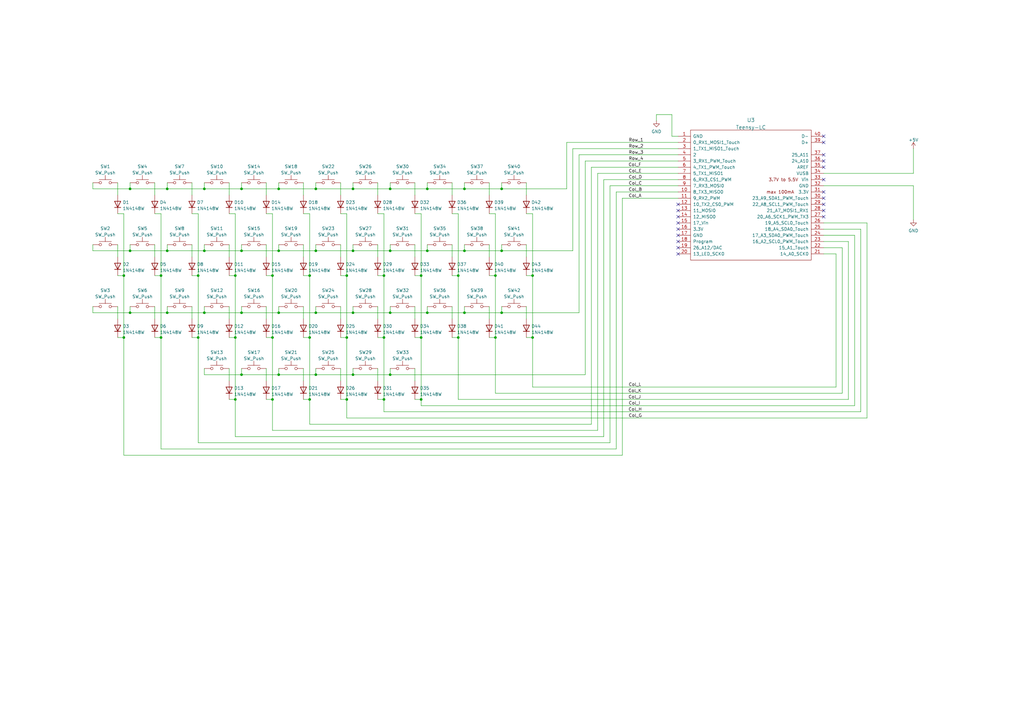
<source format=kicad_sch>
(kicad_sch (version 20211123) (generator eeschema)

  (uuid 1e61231f-0c0e-48bd-beef-c9849ffdfb3d)

  (paper "A3")

  (title_block
    (title "CMDR Mainboard 42")
    (date "2020-02-04")
    (rev "01")
    (company "CMtec")
  )

  (lib_symbols
    (symbol "Diode:1N4148W" (pin_numbers hide) (pin_names (offset 1.016) hide) (in_bom yes) (on_board yes)
      (property "Reference" "D" (id 0) (at 0 2.54 0)
        (effects (font (size 1.27 1.27)))
      )
      (property "Value" "1N4148W" (id 1) (at 0 -2.54 0)
        (effects (font (size 1.27 1.27)))
      )
      (property "Footprint" "Diode_SMD:D_SOD-123" (id 2) (at 0 -4.445 0)
        (effects (font (size 1.27 1.27)) hide)
      )
      (property "Datasheet" "https://www.vishay.com/docs/85748/1n4148w.pdf" (id 3) (at 0 0 0)
        (effects (font (size 1.27 1.27)) hide)
      )
      (property "ki_keywords" "diode" (id 4) (at 0 0 0)
        (effects (font (size 1.27 1.27)) hide)
      )
      (property "ki_description" "75V 0.15A Fast Switching Diode, SOD-123" (id 5) (at 0 0 0)
        (effects (font (size 1.27 1.27)) hide)
      )
      (property "ki_fp_filters" "D*SOD?123*" (id 6) (at 0 0 0)
        (effects (font (size 1.27 1.27)) hide)
      )
      (symbol "1N4148W_0_1"
        (polyline
          (pts
            (xy -1.27 1.27)
            (xy -1.27 -1.27)
          )
          (stroke (width 0.254) (type default) (color 0 0 0 0))
          (fill (type none))
        )
        (polyline
          (pts
            (xy 1.27 0)
            (xy -1.27 0)
          )
          (stroke (width 0) (type default) (color 0 0 0 0))
          (fill (type none))
        )
        (polyline
          (pts
            (xy 1.27 1.27)
            (xy 1.27 -1.27)
            (xy -1.27 0)
            (xy 1.27 1.27)
          )
          (stroke (width 0.254) (type default) (color 0 0 0 0))
          (fill (type none))
        )
      )
      (symbol "1N4148W_1_1"
        (pin passive line (at -3.81 0 0) (length 2.54)
          (name "K" (effects (font (size 1.27 1.27))))
          (number "1" (effects (font (size 1.27 1.27))))
        )
        (pin passive line (at 3.81 0 180) (length 2.54)
          (name "A" (effects (font (size 1.27 1.27))))
          (number "2" (effects (font (size 1.27 1.27))))
        )
      )
    )
    (symbol "Switch:SW_Push" (pin_numbers hide) (pin_names (offset 1.016) hide) (in_bom yes) (on_board yes)
      (property "Reference" "SW" (id 0) (at 1.27 2.54 0)
        (effects (font (size 1.27 1.27)) (justify left))
      )
      (property "Value" "SW_Push" (id 1) (at 0 -1.524 0)
        (effects (font (size 1.27 1.27)))
      )
      (property "Footprint" "" (id 2) (at 0 5.08 0)
        (effects (font (size 1.27 1.27)) hide)
      )
      (property "Datasheet" "~" (id 3) (at 0 5.08 0)
        (effects (font (size 1.27 1.27)) hide)
      )
      (property "ki_keywords" "switch normally-open pushbutton push-button" (id 4) (at 0 0 0)
        (effects (font (size 1.27 1.27)) hide)
      )
      (property "ki_description" "Push button switch, generic, two pins" (id 5) (at 0 0 0)
        (effects (font (size 1.27 1.27)) hide)
      )
      (symbol "SW_Push_0_1"
        (circle (center -2.032 0) (radius 0.508)
          (stroke (width 0) (type default) (color 0 0 0 0))
          (fill (type none))
        )
        (polyline
          (pts
            (xy 0 1.27)
            (xy 0 3.048)
          )
          (stroke (width 0) (type default) (color 0 0 0 0))
          (fill (type none))
        )
        (polyline
          (pts
            (xy 2.54 1.27)
            (xy -2.54 1.27)
          )
          (stroke (width 0) (type default) (color 0 0 0 0))
          (fill (type none))
        )
        (circle (center 2.032 0) (radius 0.508)
          (stroke (width 0) (type default) (color 0 0 0 0))
          (fill (type none))
        )
        (pin passive line (at -5.08 0 0) (length 2.54)
          (name "1" (effects (font (size 1.27 1.27))))
          (number "1" (effects (font (size 1.27 1.27))))
        )
        (pin passive line (at 5.08 0 180) (length 2.54)
          (name "2" (effects (font (size 1.27 1.27))))
          (number "2" (effects (font (size 1.27 1.27))))
        )
      )
    )
    (symbol "power:+5V" (power) (pin_names (offset 0)) (in_bom yes) (on_board yes)
      (property "Reference" "#PWR" (id 0) (at 0 -3.81 0)
        (effects (font (size 1.27 1.27)) hide)
      )
      (property "Value" "+5V" (id 1) (at 0 3.556 0)
        (effects (font (size 1.27 1.27)))
      )
      (property "Footprint" "" (id 2) (at 0 0 0)
        (effects (font (size 1.27 1.27)) hide)
      )
      (property "Datasheet" "" (id 3) (at 0 0 0)
        (effects (font (size 1.27 1.27)) hide)
      )
      (property "ki_keywords" "power-flag" (id 4) (at 0 0 0)
        (effects (font (size 1.27 1.27)) hide)
      )
      (property "ki_description" "Power symbol creates a global label with name \"+5V\"" (id 5) (at 0 0 0)
        (effects (font (size 1.27 1.27)) hide)
      )
      (symbol "+5V_0_1"
        (polyline
          (pts
            (xy -0.762 1.27)
            (xy 0 2.54)
          )
          (stroke (width 0) (type default) (color 0 0 0 0))
          (fill (type none))
        )
        (polyline
          (pts
            (xy 0 0)
            (xy 0 2.54)
          )
          (stroke (width 0) (type default) (color 0 0 0 0))
          (fill (type none))
        )
        (polyline
          (pts
            (xy 0 2.54)
            (xy 0.762 1.27)
          )
          (stroke (width 0) (type default) (color 0 0 0 0))
          (fill (type none))
        )
      )
      (symbol "+5V_1_1"
        (pin power_in line (at 0 0 90) (length 0) hide
          (name "+5V" (effects (font (size 1.27 1.27))))
          (number "1" (effects (font (size 1.27 1.27))))
        )
      )
    )
    (symbol "power:GND" (power) (pin_names (offset 0)) (in_bom yes) (on_board yes)
      (property "Reference" "#PWR" (id 0) (at 0 -6.35 0)
        (effects (font (size 1.27 1.27)) hide)
      )
      (property "Value" "GND" (id 1) (at 0 -3.81 0)
        (effects (font (size 1.27 1.27)))
      )
      (property "Footprint" "" (id 2) (at 0 0 0)
        (effects (font (size 1.27 1.27)) hide)
      )
      (property "Datasheet" "" (id 3) (at 0 0 0)
        (effects (font (size 1.27 1.27)) hide)
      )
      (property "ki_keywords" "power-flag" (id 4) (at 0 0 0)
        (effects (font (size 1.27 1.27)) hide)
      )
      (property "ki_description" "Power symbol creates a global label with name \"GND\" , ground" (id 5) (at 0 0 0)
        (effects (font (size 1.27 1.27)) hide)
      )
      (symbol "GND_0_1"
        (polyline
          (pts
            (xy 0 0)
            (xy 0 -1.27)
            (xy 1.27 -1.27)
            (xy 0 -2.54)
            (xy -1.27 -1.27)
            (xy 0 -1.27)
          )
          (stroke (width 0) (type default) (color 0 0 0 0))
          (fill (type none))
        )
      )
      (symbol "GND_1_1"
        (pin power_in line (at 0 0 270) (length 0) hide
          (name "GND" (effects (font (size 1.27 1.27))))
          (number "1" (effects (font (size 1.27 1.27))))
        )
      )
    )
    (symbol "teensy:Teensy-LC" (pin_names (offset 1.016)) (in_bom yes) (on_board yes)
      (property "Reference" "U" (id 0) (at 0 29.21 0)
        (effects (font (size 1.524 1.524)))
      )
      (property "Value" "Teensy-LC" (id 1) (at 0 -29.21 0)
        (effects (font (size 1.524 1.524)))
      )
      (property "Footprint" "" (id 2) (at 0 -13.97 0)
        (effects (font (size 1.524 1.524)))
      )
      (property "Datasheet" "" (id 3) (at 0 -13.97 0)
        (effects (font (size 1.524 1.524)))
      )
      (symbol "Teensy-LC_0_0"
        (text "3.7V to 5.5V" (at 13.97 6.35 0)
          (effects (font (size 1.27 1.27)))
        )
        (text "max 100mA" (at 12.7 1.27 0)
          (effects (font (size 1.27 1.27)))
        )
      )
      (symbol "Teensy-LC_0_1"
        (rectangle (start -24.13 26.67) (end 25.4 -26.67)
          (stroke (width 0) (type default) (color 0 0 0 0))
          (fill (type none))
        )
      )
      (symbol "Teensy-LC_1_1"
        (pin power_in line (at -29.21 24.13 0) (length 5.08)
          (name "GND" (effects (font (size 1.27 1.27))))
          (number "1" (effects (font (size 1.27 1.27))))
        )
        (pin bidirectional line (at -29.21 1.27 0) (length 5.08)
          (name "8_TX3_MISO0" (effects (font (size 1.27 1.27))))
          (number "10" (effects (font (size 1.27 1.27))))
        )
        (pin bidirectional line (at -29.21 -1.27 0) (length 5.08)
          (name "9_RX2_PWM" (effects (font (size 1.27 1.27))))
          (number "11" (effects (font (size 1.27 1.27))))
        )
        (pin bidirectional line (at -29.21 -3.81 0) (length 5.08)
          (name "10_TX2_CS0_PWM" (effects (font (size 1.27 1.27))))
          (number "12" (effects (font (size 1.27 1.27))))
        )
        (pin bidirectional line (at -29.21 -6.35 0) (length 5.08)
          (name "11_MOSI0" (effects (font (size 1.27 1.27))))
          (number "13" (effects (font (size 1.27 1.27))))
        )
        (pin bidirectional line (at -29.21 -8.89 0) (length 5.08)
          (name "12_MISO0" (effects (font (size 1.27 1.27))))
          (number "14" (effects (font (size 1.27 1.27))))
        )
        (pin output line (at -29.21 -11.43 0) (length 5.08)
          (name "17_Vin" (effects (font (size 1.27 1.27))))
          (number "15" (effects (font (size 1.27 1.27))))
        )
        (pin power_in line (at -29.21 -13.97 0) (length 5.08)
          (name "3.3V" (effects (font (size 1.27 1.27))))
          (number "16" (effects (font (size 1.27 1.27))))
        )
        (pin power_in line (at -29.21 -16.51 0) (length 5.08)
          (name "GND" (effects (font (size 1.27 1.27))))
          (number "17" (effects (font (size 1.27 1.27))))
        )
        (pin input line (at -29.21 -19.05 0) (length 5.08)
          (name "Program" (effects (font (size 1.27 1.27))))
          (number "18" (effects (font (size 1.27 1.27))))
        )
        (pin bidirectional line (at -29.21 -21.59 0) (length 5.08)
          (name "26_A12/DAC" (effects (font (size 1.27 1.27))))
          (number "19" (effects (font (size 1.27 1.27))))
        )
        (pin bidirectional line (at -29.21 21.59 0) (length 5.08)
          (name "0_RX1_MOSI1_Touch" (effects (font (size 1.27 1.27))))
          (number "2" (effects (font (size 1.27 1.27))))
        )
        (pin bidirectional line (at -29.21 -24.13 0) (length 5.08)
          (name "13_LED_SCK0" (effects (font (size 1.27 1.27))))
          (number "20" (effects (font (size 1.27 1.27))))
        )
        (pin bidirectional line (at 30.48 -24.13 180) (length 5.08)
          (name "14_A0_SCK0" (effects (font (size 1.27 1.27))))
          (number "21" (effects (font (size 1.27 1.27))))
        )
        (pin bidirectional line (at 30.48 -21.59 180) (length 5.08)
          (name "15_A1_Touch" (effects (font (size 1.27 1.27))))
          (number "22" (effects (font (size 1.27 1.27))))
        )
        (pin bidirectional line (at 30.48 -19.05 180) (length 5.08)
          (name "16_A2_SCL0_PWM_Touch" (effects (font (size 1.27 1.27))))
          (number "23" (effects (font (size 1.27 1.27))))
        )
        (pin bidirectional line (at 30.48 -16.51 180) (length 5.08)
          (name "17_A3_SDA0_PWM_Touch" (effects (font (size 1.27 1.27))))
          (number "24" (effects (font (size 1.27 1.27))))
        )
        (pin bidirectional line (at 30.48 -13.97 180) (length 5.08)
          (name "18_A4_SDA0_Touch" (effects (font (size 1.27 1.27))))
          (number "25" (effects (font (size 1.27 1.27))))
        )
        (pin bidirectional line (at 30.48 -11.43 180) (length 5.08)
          (name "19_A5_SCL0_Touch" (effects (font (size 1.27 1.27))))
          (number "26" (effects (font (size 1.27 1.27))))
        )
        (pin bidirectional line (at 30.48 -8.89 180) (length 5.08)
          (name "20_A6_SCK1_PWM_TX3" (effects (font (size 1.27 1.27))))
          (number "27" (effects (font (size 1.27 1.27))))
        )
        (pin bidirectional line (at 30.48 -6.35 180) (length 5.08)
          (name "21_A7_MOSI1_RX1" (effects (font (size 1.27 1.27))))
          (number "28" (effects (font (size 1.27 1.27))))
        )
        (pin bidirectional line (at 30.48 -3.81 180) (length 5.08)
          (name "22_A8_SCL1_PWM_Touch" (effects (font (size 1.27 1.27))))
          (number "29" (effects (font (size 1.27 1.27))))
        )
        (pin bidirectional line (at -29.21 19.05 0) (length 5.08)
          (name "1_TX1_MISO1_Touch" (effects (font (size 1.27 1.27))))
          (number "3" (effects (font (size 1.27 1.27))))
        )
        (pin bidirectional line (at 30.48 -1.27 180) (length 5.08)
          (name "23_A9_SDA1_PWM_Touch" (effects (font (size 1.27 1.27))))
          (number "30" (effects (font (size 1.27 1.27))))
        )
        (pin power_out line (at 30.48 1.27 180) (length 5.08)
          (name "3.3V" (effects (font (size 1.27 1.27))))
          (number "31" (effects (font (size 1.27 1.27))))
        )
        (pin power_in line (at 30.48 3.81 180) (length 5.08)
          (name "GND" (effects (font (size 1.27 1.27))))
          (number "32" (effects (font (size 1.27 1.27))))
        )
        (pin power_in line (at 30.48 6.35 180) (length 5.08)
          (name "Vin" (effects (font (size 1.27 1.27))))
          (number "33" (effects (font (size 1.27 1.27))))
        )
        (pin power_in line (at 30.48 8.89 180) (length 5.08)
          (name "VUSB" (effects (font (size 1.27 1.27))))
          (number "34" (effects (font (size 1.27 1.27))))
        )
        (pin input line (at 30.48 11.43 180) (length 5.08)
          (name "AREF" (effects (font (size 1.27 1.27))))
          (number "35" (effects (font (size 1.27 1.27))))
        )
        (pin bidirectional line (at 30.48 13.97 180) (length 5.08)
          (name "24_A10" (effects (font (size 1.27 1.27))))
          (number "36" (effects (font (size 1.27 1.27))))
        )
        (pin bidirectional line (at 30.48 16.51 180) (length 5.08)
          (name "25_A11" (effects (font (size 1.27 1.27))))
          (number "37" (effects (font (size 1.27 1.27))))
        )
        (pin bidirectional line (at 30.48 21.59 180) (length 5.08)
          (name "D+" (effects (font (size 1.27 1.27))))
          (number "39" (effects (font (size 1.27 1.27))))
        )
        (pin bidirectional line (at -29.21 16.51 0) (length 5.08)
          (name "2" (effects (font (size 1.27 1.27))))
          (number "4" (effects (font (size 1.27 1.27))))
        )
        (pin bidirectional line (at 30.48 24.13 180) (length 5.08)
          (name "D-" (effects (font (size 1.27 1.27))))
          (number "40" (effects (font (size 1.27 1.27))))
        )
        (pin bidirectional line (at -29.21 13.97 0) (length 5.08)
          (name "3_RX1_PWM_Touch" (effects (font (size 1.27 1.27))))
          (number "5" (effects (font (size 1.27 1.27))))
        )
        (pin bidirectional line (at -29.21 11.43 0) (length 5.08)
          (name "4_TX1_PWM_Touch" (effects (font (size 1.27 1.27))))
          (number "6" (effects (font (size 1.27 1.27))))
        )
        (pin bidirectional line (at -29.21 8.89 0) (length 5.08)
          (name "5_TX1_MISO1" (effects (font (size 1.27 1.27))))
          (number "7" (effects (font (size 1.27 1.27))))
        )
        (pin bidirectional line (at -29.21 6.35 0) (length 5.08)
          (name "6_RX3_CS1_PWM" (effects (font (size 1.27 1.27))))
          (number "8" (effects (font (size 1.27 1.27))))
        )
        (pin bidirectional line (at -29.21 3.81 0) (length 5.08)
          (name "7_RX3_MOSI0" (effects (font (size 1.27 1.27))))
          (number "9" (effects (font (size 1.27 1.27))))
        )
      )
    )
  )

  (junction (at 129.54 77.47) (diameter 0) (color 0 0 0 0)
    (uuid 0097fe19-d6af-4ba2-a7a1-6cd9433f8e79)
  )
  (junction (at 157.48 113.03) (diameter 0) (color 0 0 0 0)
    (uuid 0436f22d-cebe-4d0e-a69c-7ad4e1a3deaf)
  )
  (junction (at 142.24 163.83) (diameter 0) (color 0 0 0 0)
    (uuid 053a901d-ac9f-41a8-a379-894762b7e033)
  )
  (junction (at 127 138.43) (diameter 0) (color 0 0 0 0)
    (uuid 05afd369-68f8-45d3-93da-113f49f6eaaf)
  )
  (junction (at 114.3 102.87) (diameter 0) (color 0 0 0 0)
    (uuid 05eb92b7-7a25-43a3-8990-54fd6af3e9ff)
  )
  (junction (at 68.58 102.87) (diameter 0) (color 0 0 0 0)
    (uuid 07c76ce7-b77d-4475-900a-c72e898c11fe)
  )
  (junction (at 68.58 77.47) (diameter 0) (color 0 0 0 0)
    (uuid 0cc5ca91-703e-454b-9ccf-ba64ea26d707)
  )
  (junction (at 83.82 128.27) (diameter 0) (color 0 0 0 0)
    (uuid 0cd63bcd-bd84-42f4-b4b5-2b5926072555)
  )
  (junction (at 218.44 138.43) (diameter 0) (color 0 0 0 0)
    (uuid 0e477dda-f8db-4a52-aaf4-5e05de317476)
  )
  (junction (at 81.28 138.43) (diameter 0) (color 0 0 0 0)
    (uuid 0efe99c7-ac35-4ead-8d1b-ecfe9eeebc54)
  )
  (junction (at 127 113.03) (diameter 0) (color 0 0 0 0)
    (uuid 1cc60b50-c0ad-4eb3-8bbc-dcf28dfd5a28)
  )
  (junction (at 96.52 113.03) (diameter 0) (color 0 0 0 0)
    (uuid 1fae3526-efdd-42b5-ac14-2fe68ef81ad2)
  )
  (junction (at 83.82 77.47) (diameter 0) (color 0 0 0 0)
    (uuid 22a68eed-aba7-46cc-b56f-3b75866a45f5)
  )
  (junction (at 190.5 128.27) (diameter 0) (color 0 0 0 0)
    (uuid 24562532-3004-438d-a425-6d38488a2954)
  )
  (junction (at 114.3 128.27) (diameter 0) (color 0 0 0 0)
    (uuid 261c10c3-6d1b-4e9d-8ea0-24ec3a0a5f82)
  )
  (junction (at 175.26 128.27) (diameter 0) (color 0 0 0 0)
    (uuid 289fd10b-c2b1-48d8-9507-825880d40ba4)
  )
  (junction (at 53.34 77.47) (diameter 0) (color 0 0 0 0)
    (uuid 311feeac-7846-4b7c-8025-9049f68e31ce)
  )
  (junction (at 144.78 102.87) (diameter 0) (color 0 0 0 0)
    (uuid 34b23bbd-9f0e-43f6-849e-6fa34b8d4eaf)
  )
  (junction (at 205.74 77.47) (diameter 0) (color 0 0 0 0)
    (uuid 34fb3dcd-6461-494e-a4f9-6280f4085ced)
  )
  (junction (at 205.74 102.87) (diameter 0) (color 0 0 0 0)
    (uuid 392247bc-2dbe-4ce8-ba02-b4cc0c3c31bf)
  )
  (junction (at 99.06 128.27) (diameter 0) (color 0 0 0 0)
    (uuid 3e2ec035-11d8-4f15-a0d1-9338d6c5e60f)
  )
  (junction (at 142.24 138.43) (diameter 0) (color 0 0 0 0)
    (uuid 3e619cb0-ccf0-42f3-9d05-c9a1d7071a4d)
  )
  (junction (at 129.54 153.67) (diameter 0) (color 0 0 0 0)
    (uuid 430d4e42-591f-400f-92b6-6889ec5c17fd)
  )
  (junction (at 187.96 113.03) (diameter 0) (color 0 0 0 0)
    (uuid 454715e5-da07-46d7-9436-e15c8d612055)
  )
  (junction (at 50.8 138.43) (diameter 0) (color 0 0 0 0)
    (uuid 4c291c8c-7abb-4cbd-9854-43be6396e47f)
  )
  (junction (at 111.76 163.83) (diameter 0) (color 0 0 0 0)
    (uuid 4cb09d8e-431c-4899-8472-4bc8b5458f78)
  )
  (junction (at 175.26 77.47) (diameter 0) (color 0 0 0 0)
    (uuid 4da7e9eb-3066-4d99-b29e-7b5e113de5b7)
  )
  (junction (at 142.24 113.03) (diameter 0) (color 0 0 0 0)
    (uuid 519fe0da-d243-4f5d-8941-18148d3f0286)
  )
  (junction (at 160.02 102.87) (diameter 0) (color 0 0 0 0)
    (uuid 53619602-45fe-421d-b309-30aaaf948890)
  )
  (junction (at 157.48 163.83) (diameter 0) (color 0 0 0 0)
    (uuid 556e8bf9-8e38-4bab-849b-6c8ff9468b2a)
  )
  (junction (at 66.04 138.43) (diameter 0) (color 0 0 0 0)
    (uuid 5581a04b-3db2-4284-b3f9-025076acdeb9)
  )
  (junction (at 190.5 77.47) (diameter 0) (color 0 0 0 0)
    (uuid 65cf4ae1-9d6a-44d7-8ae0-b3faffcf94d9)
  )
  (junction (at 190.5 102.87) (diameter 0) (color 0 0 0 0)
    (uuid 6d300ac3-2e73-4f41-97bc-5e3c35bc3676)
  )
  (junction (at 50.8 113.03) (diameter 0) (color 0 0 0 0)
    (uuid 71ed6294-be95-42bf-9a83-2e55abcc5788)
  )
  (junction (at 205.74 128.27) (diameter 0) (color 0 0 0 0)
    (uuid 72b638f4-91c0-45b7-b113-044b3c68c362)
  )
  (junction (at 111.76 138.43) (diameter 0) (color 0 0 0 0)
    (uuid 736ea99e-6d16-4121-9e61-ef6a28a8722e)
  )
  (junction (at 144.78 128.27) (diameter 0) (color 0 0 0 0)
    (uuid 752fdf3b-197b-41d4-afca-51313542aee4)
  )
  (junction (at 157.48 138.43) (diameter 0) (color 0 0 0 0)
    (uuid 77551c66-aa64-425a-a77e-92edc8503013)
  )
  (junction (at 203.2 138.43) (diameter 0) (color 0 0 0 0)
    (uuid 77b653f9-d592-4f00-8f9a-4a5566031851)
  )
  (junction (at 187.96 138.43) (diameter 0) (color 0 0 0 0)
    (uuid 7af1f421-177a-44f2-a01d-08e4329dacb0)
  )
  (junction (at 129.54 102.87) (diameter 0) (color 0 0 0 0)
    (uuid 7b4133fd-1346-499d-ad2d-0cdab34c5804)
  )
  (junction (at 160.02 77.47) (diameter 0) (color 0 0 0 0)
    (uuid 7f63ffd5-06b7-40bf-994a-32f05508a22e)
  )
  (junction (at 172.72 113.03) (diameter 0) (color 0 0 0 0)
    (uuid 7fe18c1d-19e4-4ab9-8fa8-c4af21c03225)
  )
  (junction (at 129.54 128.27) (diameter 0) (color 0 0 0 0)
    (uuid 8be9a1ed-3c7b-4171-9292-76232c325809)
  )
  (junction (at 53.34 128.27) (diameter 0) (color 0 0 0 0)
    (uuid 901e99af-5e62-47e3-91c9-ef1a1ff92c7b)
  )
  (junction (at 68.58 128.27) (diameter 0) (color 0 0 0 0)
    (uuid 9383e816-2f1c-48e3-9cad-f8cdc94ce1b1)
  )
  (junction (at 99.06 153.67) (diameter 0) (color 0 0 0 0)
    (uuid 98648f3d-5bee-43bc-a1f5-51ac34e010c9)
  )
  (junction (at 99.06 102.87) (diameter 0) (color 0 0 0 0)
    (uuid 99edc263-94d6-401f-9e3a-79c38e6abc9a)
  )
  (junction (at 99.06 77.47) (diameter 0) (color 0 0 0 0)
    (uuid 9f9369d9-9263-4e72-97fa-bac695e5fd82)
  )
  (junction (at 83.82 102.87) (diameter 0) (color 0 0 0 0)
    (uuid a5529d8b-5dcb-4110-bc28-b40c63a6b8a7)
  )
  (junction (at 66.04 113.03) (diameter 0) (color 0 0 0 0)
    (uuid a59db446-b20a-4412-b17b-d559139407ea)
  )
  (junction (at 160.02 128.27) (diameter 0) (color 0 0 0 0)
    (uuid af46ffe7-834d-4b8c-be48-572e97a1d7d5)
  )
  (junction (at 144.78 153.67) (diameter 0) (color 0 0 0 0)
    (uuid c8d243ea-ac94-411c-92d0-cb4a6ffde5ac)
  )
  (junction (at 96.52 138.43) (diameter 0) (color 0 0 0 0)
    (uuid ccc2fec1-1bef-4387-955d-c5cf2b42f60f)
  )
  (junction (at 218.44 113.03) (diameter 0) (color 0 0 0 0)
    (uuid d1998efa-b870-4430-868b-fa316150ffb9)
  )
  (junction (at 111.76 113.03) (diameter 0) (color 0 0 0 0)
    (uuid d2e64981-d22d-47c8-87e0-1a8ba8f272f6)
  )
  (junction (at 203.2 113.03) (diameter 0) (color 0 0 0 0)
    (uuid d8f7943f-1b63-469b-97ef-8c7768ba571d)
  )
  (junction (at 127 163.83) (diameter 0) (color 0 0 0 0)
    (uuid df4dbb2c-dc3b-4949-ab27-6716e713d171)
  )
  (junction (at 172.72 163.83) (diameter 0) (color 0 0 0 0)
    (uuid e13da96b-06c7-4539-86de-9d2da1e7d4ac)
  )
  (junction (at 175.26 102.87) (diameter 0) (color 0 0 0 0)
    (uuid e35f0c3e-3744-4351-9ec8-75c5132f051e)
  )
  (junction (at 160.02 153.67) (diameter 0) (color 0 0 0 0)
    (uuid e7625bcf-03bf-4b3f-890d-83afbd711555)
  )
  (junction (at 81.28 113.03) (diameter 0) (color 0 0 0 0)
    (uuid e7b37a48-98d4-4f0c-9bee-32ed9f3c920f)
  )
  (junction (at 144.78 77.47) (diameter 0) (color 0 0 0 0)
    (uuid e8e99b19-a133-4e75-87da-51bff19a04b1)
  )
  (junction (at 114.3 77.47) (diameter 0) (color 0 0 0 0)
    (uuid eb5e8f90-d56c-44a3-bee5-97ded82402c6)
  )
  (junction (at 53.34 102.87) (diameter 0) (color 0 0 0 0)
    (uuid ecd2d620-cfdb-4e2a-ad7a-e30b61d4d782)
  )
  (junction (at 114.3 153.67) (diameter 0) (color 0 0 0 0)
    (uuid eee5d0c9-3d7d-4cfa-b755-ad31865d773a)
  )
  (junction (at 172.72 138.43) (diameter 0) (color 0 0 0 0)
    (uuid fcbf17ff-cecd-44f5-bf68-01282c85e362)
  )
  (junction (at 96.52 163.83) (diameter 0) (color 0 0 0 0)
    (uuid fcf05998-db7e-4fcc-891a-56b709bb0733)
  )

  (no_connect (at 278.13 83.82) (uuid 068b2480-fce7-4225-b553-d7d072fd1395))
  (no_connect (at 337.82 83.82) (uuid 068b2480-fce7-4225-b553-d7d072fd1395))
  (no_connect (at 337.82 81.28) (uuid 068b2480-fce7-4225-b553-d7d072fd1395))
  (no_connect (at 337.82 88.9) (uuid 0e6ca143-38f5-4f5a-a9e3-5b58bd5b494f))
  (no_connect (at 337.82 86.36) (uuid 0e6ca143-38f5-4f5a-a9e3-5b58bd5b4950))
  (no_connect (at 337.82 66.04) (uuid 0e6ca143-38f5-4f5a-a9e3-5b58bd5b4951))
  (no_connect (at 337.82 63.5) (uuid 0e6ca143-38f5-4f5a-a9e3-5b58bd5b4952))
  (no_connect (at 337.82 58.42) (uuid 0e6ca143-38f5-4f5a-a9e3-5b58bd5b4953))
  (no_connect (at 337.82 55.88) (uuid 0e6ca143-38f5-4f5a-a9e3-5b58bd5b4954))
  (no_connect (at 278.13 99.06) (uuid 0e6ca143-38f5-4f5a-a9e3-5b58bd5b4955))
  (no_connect (at 278.13 101.6) (uuid 0e6ca143-38f5-4f5a-a9e3-5b58bd5b4956))
  (no_connect (at 278.13 104.14) (uuid 0e6ca143-38f5-4f5a-a9e3-5b58bd5b4957))
  (no_connect (at 337.82 78.74) (uuid 0e6ca143-38f5-4f5a-a9e3-5b58bd5b4958))
  (no_connect (at 337.82 73.66) (uuid 0e6ca143-38f5-4f5a-a9e3-5b58bd5b4959))
  (no_connect (at 337.82 68.58) (uuid 0e6ca143-38f5-4f5a-a9e3-5b58bd5b495a))
  (no_connect (at 278.13 91.44) (uuid 7574b81d-16ff-4a07-b30b-db9ec1d3e337))
  (no_connect (at 278.13 93.98) (uuid 7574b81d-16ff-4a07-b30b-db9ec1d3e338))
  (no_connect (at 278.13 96.52) (uuid 7574b81d-16ff-4a07-b30b-db9ec1d3e339))
  (no_connect (at 278.13 86.36) (uuid 7574b81d-16ff-4a07-b30b-db9ec1d3e33b))
  (no_connect (at 278.13 88.9) (uuid 7574b81d-16ff-4a07-b30b-db9ec1d3e33c))

  (wire (pts (xy 160.02 100.33) (xy 160.02 102.87))
    (stroke (width 0) (type default) (color 0 0 0 0))
    (uuid 00068ae9-5404-4147-9c06-74ab9a771870)
  )
  (wire (pts (xy 129.54 100.33) (xy 129.54 102.87))
    (stroke (width 0) (type default) (color 0 0 0 0))
    (uuid 01640430-7e3d-4011-83b0-3379c2083212)
  )
  (wire (pts (xy 144.78 77.47) (xy 160.02 77.47))
    (stroke (width 0) (type default) (color 0 0 0 0))
    (uuid 02c3f37d-8671-4fdc-a753-8a10ddd52a0f)
  )
  (wire (pts (xy 345.44 161.29) (xy 345.44 101.6))
    (stroke (width 0) (type default) (color 0 0 0 0))
    (uuid 03c58c19-566a-4cfc-aa8c-e138f8e7ab51)
  )
  (wire (pts (xy 48.26 74.93) (xy 48.26 80.01))
    (stroke (width 0) (type default) (color 0 0 0 0))
    (uuid 03edb757-7dae-4f78-bddc-19a71947e376)
  )
  (wire (pts (xy 185.42 100.33) (xy 185.42 105.41))
    (stroke (width 0) (type default) (color 0 0 0 0))
    (uuid 054a6a48-42d2-4d17-bdab-a0f4fe354819)
  )
  (wire (pts (xy 187.96 163.83) (xy 347.98 163.83))
    (stroke (width 0) (type default) (color 0 0 0 0))
    (uuid 07b4a841-fbdd-47aa-a561-310fefe54e2a)
  )
  (wire (pts (xy 109.22 87.63) (xy 111.76 87.63))
    (stroke (width 0) (type default) (color 0 0 0 0))
    (uuid 07f89df9-f924-464d-96e4-9ca5e310c294)
  )
  (wire (pts (xy 66.04 184.15) (xy 252.73 184.15))
    (stroke (width 0) (type default) (color 0 0 0 0))
    (uuid 08a0aee0-94c8-486f-9d01-4999d857beee)
  )
  (wire (pts (xy 68.58 100.33) (xy 68.58 102.87))
    (stroke (width 0) (type default) (color 0 0 0 0))
    (uuid 08f93106-f18c-4cd4-b3c2-bbab9c9fb2a9)
  )
  (wire (pts (xy 172.72 163.83) (xy 172.72 166.37))
    (stroke (width 0) (type default) (color 0 0 0 0))
    (uuid 09338e30-2c56-45cf-b079-b469b7c002cf)
  )
  (wire (pts (xy 160.02 77.47) (xy 175.26 77.47))
    (stroke (width 0) (type default) (color 0 0 0 0))
    (uuid 0bc48160-9cda-4fcf-8c7e-1b99d45d5718)
  )
  (wire (pts (xy 111.76 87.63) (xy 111.76 113.03))
    (stroke (width 0) (type default) (color 0 0 0 0))
    (uuid 0c14a570-0424-44d5-bb4e-73cf563bd9a0)
  )
  (wire (pts (xy 81.28 113.03) (xy 81.28 138.43))
    (stroke (width 0) (type default) (color 0 0 0 0))
    (uuid 0f56b60c-9eef-4439-88e6-43f965e80272)
  )
  (wire (pts (xy 139.7 87.63) (xy 142.24 87.63))
    (stroke (width 0) (type default) (color 0 0 0 0))
    (uuid 11c24c4b-51fd-423d-97ac-bc5e8a7672d6)
  )
  (wire (pts (xy 53.34 100.33) (xy 53.34 102.87))
    (stroke (width 0) (type default) (color 0 0 0 0))
    (uuid 128381d5-f575-4572-903f-0f8c4a4b110c)
  )
  (wire (pts (xy 38.1 102.87) (xy 53.34 102.87))
    (stroke (width 0) (type default) (color 0 0 0 0))
    (uuid 138189b8-fb76-4c51-8fc3-a257166e1b5f)
  )
  (wire (pts (xy 68.58 128.27) (xy 83.82 128.27))
    (stroke (width 0) (type default) (color 0 0 0 0))
    (uuid 13cef8b8-e7d7-4ff6-9567-392e3b9381c9)
  )
  (wire (pts (xy 355.6 171.45) (xy 355.6 91.44))
    (stroke (width 0) (type default) (color 0 0 0 0))
    (uuid 149f4bd2-d7a5-48a5-91ca-9a6b9333161c)
  )
  (wire (pts (xy 38.1 128.27) (xy 53.34 128.27))
    (stroke (width 0) (type default) (color 0 0 0 0))
    (uuid 152a1727-84f3-48fc-8f71-e883477fab1e)
  )
  (wire (pts (xy 139.7 125.73) (xy 139.7 130.81))
    (stroke (width 0) (type default) (color 0 0 0 0))
    (uuid 154facb1-1ed8-4b48-8cb7-7da9d4583910)
  )
  (wire (pts (xy 278.13 66.04) (xy 240.03 66.04))
    (stroke (width 0) (type default) (color 0 0 0 0))
    (uuid 172398dc-ac75-4665-848c-32367b9f4294)
  )
  (wire (pts (xy 68.58 125.73) (xy 68.58 128.27))
    (stroke (width 0) (type default) (color 0 0 0 0))
    (uuid 187c5ff4-d640-48c4-9f3e-10fe6084485d)
  )
  (wire (pts (xy 175.26 74.93) (xy 175.26 77.47))
    (stroke (width 0) (type default) (color 0 0 0 0))
    (uuid 1979f9ee-575e-429f-8051-9e4bcdd21b3c)
  )
  (wire (pts (xy 215.9 100.33) (xy 215.9 105.41))
    (stroke (width 0) (type default) (color 0 0 0 0))
    (uuid 19898348-97c2-4b4b-8165-b4e424227f60)
  )
  (wire (pts (xy 203.2 138.43) (xy 203.2 161.29))
    (stroke (width 0) (type default) (color 0 0 0 0))
    (uuid 1a5d7f59-b511-4246-b761-6a241579fa71)
  )
  (wire (pts (xy 234.95 60.96) (xy 234.95 102.87))
    (stroke (width 0) (type default) (color 0 0 0 0))
    (uuid 1dc94ddf-4b01-42ca-ac39-af06734a851e)
  )
  (wire (pts (xy 170.18 113.03) (xy 172.72 113.03))
    (stroke (width 0) (type default) (color 0 0 0 0))
    (uuid 1f927cc4-1b99-4350-8e77-34947bc02fea)
  )
  (wire (pts (xy 187.96 138.43) (xy 185.42 138.43))
    (stroke (width 0) (type default) (color 0 0 0 0))
    (uuid 1f9c4eab-0d4e-4965-9c83-45a9e2eeb894)
  )
  (wire (pts (xy 142.24 138.43) (xy 142.24 163.83))
    (stroke (width 0) (type default) (color 0 0 0 0))
    (uuid 1fa0ebbe-ffba-4054-a677-d60f7725efe6)
  )
  (wire (pts (xy 38.1 74.93) (xy 38.1 77.47))
    (stroke (width 0) (type default) (color 0 0 0 0))
    (uuid 1fe87b16-1088-44db-821f-ab7264042425)
  )
  (wire (pts (xy 185.42 113.03) (xy 187.96 113.03))
    (stroke (width 0) (type default) (color 0 0 0 0))
    (uuid 21b27101-54b1-4a54-9fd6-951543f5393b)
  )
  (wire (pts (xy 114.3 77.47) (xy 129.54 77.47))
    (stroke (width 0) (type default) (color 0 0 0 0))
    (uuid 227a542b-1ebd-4ae3-b56c-d833d43e95d0)
  )
  (wire (pts (xy 50.8 138.43) (xy 50.8 186.69))
    (stroke (width 0) (type default) (color 0 0 0 0))
    (uuid 22e12f9a-40f9-43ac-9ba1-8e00c74d88c8)
  )
  (wire (pts (xy 50.8 138.43) (xy 48.26 138.43))
    (stroke (width 0) (type default) (color 0 0 0 0))
    (uuid 239fd1a5-0c17-4c3e-9682-a81172806c02)
  )
  (wire (pts (xy 144.78 128.27) (xy 160.02 128.27))
    (stroke (width 0) (type default) (color 0 0 0 0))
    (uuid 24aba0d6-6af6-4fcd-b847-121aeeef74bb)
  )
  (wire (pts (xy 275.59 55.88) (xy 275.59 46.99))
    (stroke (width 0) (type default) (color 0 0 0 0))
    (uuid 27fdf635-f016-4520-95f1-c2fc4995c0fb)
  )
  (wire (pts (xy 81.28 138.43) (xy 81.28 181.61))
    (stroke (width 0) (type default) (color 0 0 0 0))
    (uuid 2875bc4e-5c7e-4ba1-9c92-fa3c4a12a384)
  )
  (wire (pts (xy 96.52 138.43) (xy 96.52 163.83))
    (stroke (width 0) (type default) (color 0 0 0 0))
    (uuid 292eee5c-7e9a-45e8-b644-e45e32930de7)
  )
  (wire (pts (xy 278.13 58.42) (xy 232.41 58.42))
    (stroke (width 0) (type default) (color 0 0 0 0))
    (uuid 2a287950-bad8-4ef7-9cd2-93cf8c0cbc30)
  )
  (wire (pts (xy 111.76 176.53) (xy 245.11 176.53))
    (stroke (width 0) (type default) (color 0 0 0 0))
    (uuid 2a2d168c-c6ca-49f6-8c2f-38ed691a070c)
  )
  (wire (pts (xy 114.3 102.87) (xy 129.54 102.87))
    (stroke (width 0) (type default) (color 0 0 0 0))
    (uuid 2d0ab703-3e20-4d5c-82dd-9a5809f78afc)
  )
  (wire (pts (xy 157.48 87.63) (xy 157.48 113.03))
    (stroke (width 0) (type default) (color 0 0 0 0))
    (uuid 2e1cab89-9b82-4766-9f1b-027ef3c8158c)
  )
  (wire (pts (xy 185.42 125.73) (xy 185.42 130.81))
    (stroke (width 0) (type default) (color 0 0 0 0))
    (uuid 2e952ce6-d4e3-433c-9566-b26d1dff6245)
  )
  (wire (pts (xy 68.58 77.47) (xy 83.82 77.47))
    (stroke (width 0) (type default) (color 0 0 0 0))
    (uuid 2f19a6a6-de37-459c-80c8-6c1f141d0639)
  )
  (wire (pts (xy 99.06 100.33) (xy 99.06 102.87))
    (stroke (width 0) (type default) (color 0 0 0 0))
    (uuid 2ffefd30-a82c-41cd-a630-5aa68ee2c1a6)
  )
  (wire (pts (xy 275.59 46.99) (xy 269.24 46.99))
    (stroke (width 0) (type default) (color 0 0 0 0))
    (uuid 311e2b37-989f-43f1-b464-649e1e1b7081)
  )
  (wire (pts (xy 63.5 113.03) (xy 66.04 113.03))
    (stroke (width 0) (type default) (color 0 0 0 0))
    (uuid 31480769-102c-40cb-94b9-fbcabc18472f)
  )
  (wire (pts (xy 83.82 74.93) (xy 83.82 77.47))
    (stroke (width 0) (type default) (color 0 0 0 0))
    (uuid 3373d411-3af1-4a7f-b0fa-0b064ed9b430)
  )
  (wire (pts (xy 154.94 87.63) (xy 157.48 87.63))
    (stroke (width 0) (type default) (color 0 0 0 0))
    (uuid 342de679-8419-4030-88b9-d59a681ec754)
  )
  (wire (pts (xy 83.82 102.87) (xy 99.06 102.87))
    (stroke (width 0) (type default) (color 0 0 0 0))
    (uuid 34cc664e-d65f-490e-997e-04cc9a3d9d3c)
  )
  (wire (pts (xy 63.5 125.73) (xy 63.5 130.81))
    (stroke (width 0) (type default) (color 0 0 0 0))
    (uuid 3680019a-2b5f-4283-ac59-8d06ad9aa190)
  )
  (wire (pts (xy 175.26 77.47) (xy 190.5 77.47))
    (stroke (width 0) (type default) (color 0 0 0 0))
    (uuid 376800ae-74f3-4b27-affd-cab734347cde)
  )
  (wire (pts (xy 114.3 74.93) (xy 114.3 77.47))
    (stroke (width 0) (type default) (color 0 0 0 0))
    (uuid 3a391e5f-7b30-4c14-8be8-19f3a978611f)
  )
  (wire (pts (xy 278.13 55.88) (xy 275.59 55.88))
    (stroke (width 0) (type default) (color 0 0 0 0))
    (uuid 3ac7849d-8ff6-4e45-8ccf-74f548a434dc)
  )
  (wire (pts (xy 93.98 74.93) (xy 93.98 80.01))
    (stroke (width 0) (type default) (color 0 0 0 0))
    (uuid 3af50888-d5ad-48c8-867d-0acf2c609335)
  )
  (wire (pts (xy 190.5 100.33) (xy 190.5 102.87))
    (stroke (width 0) (type default) (color 0 0 0 0))
    (uuid 3c5ccfa8-b4bd-4dab-871e-08bf3061c573)
  )
  (wire (pts (xy 172.72 163.83) (xy 170.18 163.83))
    (stroke (width 0) (type default) (color 0 0 0 0))
    (uuid 3f471f43-7355-4017-929c-5eacea737f45)
  )
  (wire (pts (xy 127 113.03) (xy 127 138.43))
    (stroke (width 0) (type default) (color 0 0 0 0))
    (uuid 41bfd689-afd8-47eb-bc28-593705364b9a)
  )
  (wire (pts (xy 144.78 151.13) (xy 144.78 153.67))
    (stroke (width 0) (type default) (color 0 0 0 0))
    (uuid 42d19764-ddb5-44c2-8471-b73ef7e5fa69)
  )
  (wire (pts (xy 93.98 113.03) (xy 96.52 113.03))
    (stroke (width 0) (type default) (color 0 0 0 0))
    (uuid 42fae042-aa78-4c5d-9d7d-1cee676aec71)
  )
  (wire (pts (xy 144.78 74.93) (xy 144.78 77.47))
    (stroke (width 0) (type default) (color 0 0 0 0))
    (uuid 44939b3a-55e4-4dbd-aab6-6998e39d4ab4)
  )
  (wire (pts (xy 160.02 128.27) (xy 175.26 128.27))
    (stroke (width 0) (type default) (color 0 0 0 0))
    (uuid 44eb1bbe-e609-4347-b423-f2223c4daf4f)
  )
  (wire (pts (xy 129.54 74.93) (xy 129.54 77.47))
    (stroke (width 0) (type default) (color 0 0 0 0))
    (uuid 45e38f48-1f53-4b6b-a605-00536a8f7322)
  )
  (wire (pts (xy 78.74 87.63) (xy 81.28 87.63))
    (stroke (width 0) (type default) (color 0 0 0 0))
    (uuid 47730ab4-bb1f-4c1c-87ec-f39fbc3baa55)
  )
  (wire (pts (xy 205.74 128.27) (xy 205.74 125.73))
    (stroke (width 0) (type default) (color 0 0 0 0))
    (uuid 47fb438f-b0da-486a-a2cc-42571fc6b3c0)
  )
  (wire (pts (xy 278.13 76.2) (xy 250.19 76.2))
    (stroke (width 0) (type default) (color 0 0 0 0))
    (uuid 4884c9b3-10b2-488e-9ecd-a98a71f79287)
  )
  (wire (pts (xy 200.66 125.73) (xy 200.66 130.81))
    (stroke (width 0) (type default) (color 0 0 0 0))
    (uuid 4a1da97a-8ca2-4c8a-a988-085626031713)
  )
  (wire (pts (xy 53.34 77.47) (xy 68.58 77.47))
    (stroke (width 0) (type default) (color 0 0 0 0))
    (uuid 4ba7cb9c-eaa1-42b6-ad57-ab4cd47b877b)
  )
  (wire (pts (xy 154.94 113.03) (xy 157.48 113.03))
    (stroke (width 0) (type default) (color 0 0 0 0))
    (uuid 4d435ccc-377d-409f-8699-5ae25572bad2)
  )
  (wire (pts (xy 124.46 151.13) (xy 124.46 156.21))
    (stroke (width 0) (type default) (color 0 0 0 0))
    (uuid 4d54a180-e1b4-4d4b-bd1b-6c6ce3e7cab7)
  )
  (wire (pts (xy 114.3 153.67) (xy 129.54 153.67))
    (stroke (width 0) (type default) (color 0 0 0 0))
    (uuid 4e7b74b0-e249-4be0-b3fc-9bf09e8ae1bf)
  )
  (wire (pts (xy 200.66 74.93) (xy 200.66 80.01))
    (stroke (width 0) (type default) (color 0 0 0 0))
    (uuid 4f47ecac-e5f7-4136-a8f9-6b61a151ad26)
  )
  (wire (pts (xy 190.5 125.73) (xy 190.5 128.27))
    (stroke (width 0) (type default) (color 0 0 0 0))
    (uuid 5058fd50-c067-4813-adf9-78ca51ff65f0)
  )
  (wire (pts (xy 172.72 87.63) (xy 172.72 113.03))
    (stroke (width 0) (type default) (color 0 0 0 0))
    (uuid 5263c24e-486d-41d1-8130-c3966c8c8cf4)
  )
  (wire (pts (xy 114.3 125.73) (xy 114.3 128.27))
    (stroke (width 0) (type default) (color 0 0 0 0))
    (uuid 527a1349-566a-4ab4-8a1d-b443690d58d0)
  )
  (wire (pts (xy 78.74 113.03) (xy 81.28 113.03))
    (stroke (width 0) (type default) (color 0 0 0 0))
    (uuid 53307d84-729c-49d2-954e-19516ace4638)
  )
  (wire (pts (xy 237.49 63.5) (xy 237.49 128.27))
    (stroke (width 0) (type default) (color 0 0 0 0))
    (uuid 57a99955-3026-4372-9629-0fa7715799e6)
  )
  (wire (pts (xy 218.44 113.03) (xy 218.44 138.43))
    (stroke (width 0) (type default) (color 0 0 0 0))
    (uuid 58118e61-8a85-494f-8b89-2189a5decc07)
  )
  (wire (pts (xy 250.19 76.2) (xy 250.19 181.61))
    (stroke (width 0) (type default) (color 0 0 0 0))
    (uuid 5b42838f-51cd-41d8-b0ce-dd36bd75b90e)
  )
  (wire (pts (xy 157.48 163.83) (xy 154.94 163.83))
    (stroke (width 0) (type default) (color 0 0 0 0))
    (uuid 5b75b062-de7a-429e-8780-1c603693e298)
  )
  (wire (pts (xy 355.6 91.44) (xy 337.82 91.44))
    (stroke (width 0) (type default) (color 0 0 0 0))
    (uuid 5bd7a09e-521f-4e59-8fdc-ec22a9f6eb59)
  )
  (wire (pts (xy 99.06 102.87) (xy 114.3 102.87))
    (stroke (width 0) (type default) (color 0 0 0 0))
    (uuid 5bed1dd8-ad94-4063-ba82-518b1b2bb01f)
  )
  (wire (pts (xy 66.04 138.43) (xy 63.5 138.43))
    (stroke (width 0) (type default) (color 0 0 0 0))
    (uuid 5c3e03c5-8957-41ff-8262-0b9d9f98f8b3)
  )
  (wire (pts (xy 374.65 60.96) (xy 374.65 71.12))
    (stroke (width 0) (type default) (color 0 0 0 0))
    (uuid 5e8a3d2a-926c-4c8c-a129-16265a3ae139)
  )
  (wire (pts (xy 111.76 163.83) (xy 109.22 163.83))
    (stroke (width 0) (type default) (color 0 0 0 0))
    (uuid 60d036bf-cd0c-4b2a-9091-fd51b5496124)
  )
  (wire (pts (xy 111.76 163.83) (xy 111.76 176.53))
    (stroke (width 0) (type default) (color 0 0 0 0))
    (uuid 61a4656b-2749-4be5-a336-1a3b010e859f)
  )
  (wire (pts (xy 127 163.83) (xy 127 173.99))
    (stroke (width 0) (type default) (color 0 0 0 0))
    (uuid 621961ae-25d5-49d9-a44d-da7c69a134ad)
  )
  (wire (pts (xy 99.06 151.13) (xy 99.06 153.67))
    (stroke (width 0) (type default) (color 0 0 0 0))
    (uuid 623c861b-6fed-464c-9779-27dabe8fc36d)
  )
  (wire (pts (xy 278.13 68.58) (xy 242.57 68.58))
    (stroke (width 0) (type default) (color 0 0 0 0))
    (uuid 629d2e34-8a3e-4bad-8a33-6ff3d45bf07c)
  )
  (wire (pts (xy 190.5 77.47) (xy 205.74 77.47))
    (stroke (width 0) (type default) (color 0 0 0 0))
    (uuid 62f41034-b6c4-4bbe-89ee-416d3feb782a)
  )
  (wire (pts (xy 83.82 153.67) (xy 99.06 153.67))
    (stroke (width 0) (type default) (color 0 0 0 0))
    (uuid 62fd7a84-f94d-49eb-b053-66f162c4a6b3)
  )
  (wire (pts (xy 252.73 78.74) (xy 252.73 184.15))
    (stroke (width 0) (type default) (color 0 0 0 0))
    (uuid 638df048-1404-4c4c-a631-e7db9c395b6d)
  )
  (wire (pts (xy 142.24 163.83) (xy 139.7 163.83))
    (stroke (width 0) (type default) (color 0 0 0 0))
    (uuid 64f7cb03-c74b-42a4-8e1f-2f77f962f11f)
  )
  (wire (pts (xy 48.26 125.73) (xy 48.26 130.81))
    (stroke (width 0) (type default) (color 0 0 0 0))
    (uuid 665aa9da-3652-4c35-a7ba-f54aadab07bf)
  )
  (wire (pts (xy 38.1 77.47) (xy 53.34 77.47))
    (stroke (width 0) (type default) (color 0 0 0 0))
    (uuid 66902413-a374-49ee-a441-b75e7d33daa8)
  )
  (wire (pts (xy 142.24 171.45) (xy 355.6 171.45))
    (stroke (width 0) (type default) (color 0 0 0 0))
    (uuid 67e139af-738f-4b4e-add9-4f87877d0434)
  )
  (wire (pts (xy 172.72 138.43) (xy 170.18 138.43))
    (stroke (width 0) (type default) (color 0 0 0 0))
    (uuid 692202ac-d97e-4525-a34a-750a3b457a4d)
  )
  (wire (pts (xy 218.44 138.43) (xy 215.9 138.43))
    (stroke (width 0) (type default) (color 0 0 0 0))
    (uuid 6a0229ea-56d6-4c5d-b532-e77d3c980646)
  )
  (wire (pts (xy 205.74 102.87) (xy 205.74 100.33))
    (stroke (width 0) (type default) (color 0 0 0 0))
    (uuid 6c94305e-a16a-421f-9e6d-04bc3b797c78)
  )
  (wire (pts (xy 353.06 93.98) (xy 337.82 93.98))
    (stroke (width 0) (type default) (color 0 0 0 0))
    (uuid 6cb9dd3c-a09d-4a7b-a784-9ecbc8ea9b87)
  )
  (wire (pts (xy 200.66 87.63) (xy 203.2 87.63))
    (stroke (width 0) (type default) (color 0 0 0 0))
    (uuid 6edee6be-d791-4ab2-b3c7-d2bcd034b3f8)
  )
  (wire (pts (xy 96.52 113.03) (xy 96.52 138.43))
    (stroke (width 0) (type default) (color 0 0 0 0))
    (uuid 6eeb87cd-b505-4599-bf25-ccb7d3f0bc53)
  )
  (wire (pts (xy 78.74 125.73) (xy 78.74 130.81))
    (stroke (width 0) (type default) (color 0 0 0 0))
    (uuid 72c7f7bb-27c9-41d6-a381-b957bd19653e)
  )
  (wire (pts (xy 129.54 125.73) (xy 129.54 128.27))
    (stroke (width 0) (type default) (color 0 0 0 0))
    (uuid 72e5c408-dd24-490c-b539-3edf53c390cb)
  )
  (wire (pts (xy 81.28 138.43) (xy 78.74 138.43))
    (stroke (width 0) (type default) (color 0 0 0 0))
    (uuid 74098f44-2b80-417b-9f6f-48a92c33f6af)
  )
  (wire (pts (xy 139.7 100.33) (xy 139.7 105.41))
    (stroke (width 0) (type default) (color 0 0 0 0))
    (uuid 74b6abb9-5fb1-4e96-81c4-1a34b9fafdaa)
  )
  (wire (pts (xy 190.5 74.93) (xy 190.5 77.47))
    (stroke (width 0) (type default) (color 0 0 0 0))
    (uuid 74c6a2d9-2fb7-4152-928e-e8b4e4b687ab)
  )
  (wire (pts (xy 203.2 113.03) (xy 203.2 138.43))
    (stroke (width 0) (type default) (color 0 0 0 0))
    (uuid 758593aa-5207-476a-8605-bbc195e88b5b)
  )
  (wire (pts (xy 111.76 138.43) (xy 111.76 163.83))
    (stroke (width 0) (type default) (color 0 0 0 0))
    (uuid 75949785-71ec-4b04-bf8d-5afd2c02c217)
  )
  (wire (pts (xy 154.94 151.13) (xy 154.94 156.21))
    (stroke (width 0) (type default) (color 0 0 0 0))
    (uuid 75efc16f-abe8-4a22-ae52-e40088c7b324)
  )
  (wire (pts (xy 278.13 63.5) (xy 237.49 63.5))
    (stroke (width 0) (type default) (color 0 0 0 0))
    (uuid 766f177e-c4b6-4222-9762-657577c0021e)
  )
  (wire (pts (xy 175.26 100.33) (xy 175.26 102.87))
    (stroke (width 0) (type default) (color 0 0 0 0))
    (uuid 76ecf877-46c0-4ee7-81fd-3b38a6624987)
  )
  (wire (pts (xy 109.22 113.03) (xy 111.76 113.03))
    (stroke (width 0) (type default) (color 0 0 0 0))
    (uuid 771acdb8-769c-4b58-b95e-14824da383f0)
  )
  (wire (pts (xy 50.8 186.69) (xy 255.27 186.69))
    (stroke (width 0) (type default) (color 0 0 0 0))
    (uuid 77ffcce9-cb61-45fc-86b1-912cd5a834e5)
  )
  (wire (pts (xy 53.34 125.73) (xy 53.34 128.27))
    (stroke (width 0) (type default) (color 0 0 0 0))
    (uuid 79184f22-8a75-4354-baad-4a08524f2364)
  )
  (wire (pts (xy 157.48 163.83) (xy 157.48 168.91))
    (stroke (width 0) (type default) (color 0 0 0 0))
    (uuid 793947f7-2a9f-4bac-bb7a-b507b893c3c9)
  )
  (wire (pts (xy 63.5 74.93) (xy 63.5 80.01))
    (stroke (width 0) (type default) (color 0 0 0 0))
    (uuid 795cbf38-1e62-4d0d-97a1-7d5c5b3419f4)
  )
  (wire (pts (xy 205.74 128.27) (xy 237.49 128.27))
    (stroke (width 0) (type default) (color 0 0 0 0))
    (uuid 79c561f5-c3ca-495b-b111-772add171709)
  )
  (wire (pts (xy 347.98 163.83) (xy 347.98 99.06))
    (stroke (width 0) (type default) (color 0 0 0 0))
    (uuid 79ec9f3d-aef7-4c10-93e2-c5a844308b83)
  )
  (wire (pts (xy 187.96 113.03) (xy 187.96 138.43))
    (stroke (width 0) (type default) (color 0 0 0 0))
    (uuid 7a2bfbb4-9623-47b2-b0d1-59a44d260ac4)
  )
  (wire (pts (xy 187.96 138.43) (xy 187.96 163.83))
    (stroke (width 0) (type default) (color 0 0 0 0))
    (uuid 7a31639a-2727-4cf9-96c7-c7a0980dbc70)
  )
  (wire (pts (xy 170.18 87.63) (xy 172.72 87.63))
    (stroke (width 0) (type default) (color 0 0 0 0))
    (uuid 7b2f6748-285a-4abc-a36d-d07bc8f83b04)
  )
  (wire (pts (xy 96.52 87.63) (xy 96.52 113.03))
    (stroke (width 0) (type default) (color 0 0 0 0))
    (uuid 7bb50605-19ae-4899-b4be-4417eaad1596)
  )
  (wire (pts (xy 109.22 151.13) (xy 109.22 156.21))
    (stroke (width 0) (type default) (color 0 0 0 0))
    (uuid 7c361e23-4d83-466e-8112-d5f5ee9e1d3d)
  )
  (wire (pts (xy 66.04 113.03) (xy 66.04 138.43))
    (stroke (width 0) (type default) (color 0 0 0 0))
    (uuid 7c7e38db-9585-463c-bf1d-f4679ad28378)
  )
  (wire (pts (xy 347.98 99.06) (xy 337.82 99.06))
    (stroke (width 0) (type default) (color 0 0 0 0))
    (uuid 7e5fe7b5-d8f7-410b-8b8d-2cc0c93f53d9)
  )
  (wire (pts (xy 278.13 81.28) (xy 255.27 81.28))
    (stroke (width 0) (type default) (color 0 0 0 0))
    (uuid 7f15ddf4-181b-452c-a3c1-cf8788f78b52)
  )
  (wire (pts (xy 38.1 100.33) (xy 38.1 102.87))
    (stroke (width 0) (type default) (color 0 0 0 0))
    (uuid 7ff69d4f-b6af-4291-aed4-b766de901db6)
  )
  (wire (pts (xy 205.74 77.47) (xy 205.74 74.93))
    (stroke (width 0) (type default) (color 0 0 0 0))
    (uuid 80621fe5-225b-47a6-9b44-6f155b474846)
  )
  (wire (pts (xy 96.52 138.43) (xy 93.98 138.43))
    (stroke (width 0) (type default) (color 0 0 0 0))
    (uuid 80bcb641-8250-4852-a4ac-e3a884304536)
  )
  (wire (pts (xy 48.26 87.63) (xy 50.8 87.63))
    (stroke (width 0) (type default) (color 0 0 0 0))
    (uuid 83d03189-6223-4f52-94c0-58a4448e626b)
  )
  (wire (pts (xy 187.96 87.63) (xy 187.96 113.03))
    (stroke (width 0) (type default) (color 0 0 0 0))
    (uuid 8408c302-359f-41af-ae4a-0503d51d2900)
  )
  (wire (pts (xy 114.3 128.27) (xy 129.54 128.27))
    (stroke (width 0) (type default) (color 0 0 0 0))
    (uuid 84aa4cc2-49c7-4415-b804-507ab5feb849)
  )
  (wire (pts (xy 350.52 96.52) (xy 337.82 96.52))
    (stroke (width 0) (type default) (color 0 0 0 0))
    (uuid 84d9c426-8004-45c4-9599-fcd4c4eb6010)
  )
  (wire (pts (xy 172.72 113.03) (xy 172.72 138.43))
    (stroke (width 0) (type default) (color 0 0 0 0))
    (uuid 85a7a61c-9985-4218-a7f5-d7f31b753b9c)
  )
  (wire (pts (xy 172.72 138.43) (xy 172.72 163.83))
    (stroke (width 0) (type default) (color 0 0 0 0))
    (uuid 86273cba-854e-4a05-9460-834196f31480)
  )
  (wire (pts (xy 185.42 87.63) (xy 187.96 87.63))
    (stroke (width 0) (type default) (color 0 0 0 0))
    (uuid 86e48094-c0dd-4888-8861-9fe401112f5e)
  )
  (wire (pts (xy 96.52 163.83) (xy 93.98 163.83))
    (stroke (width 0) (type default) (color 0 0 0 0))
    (uuid 8825354e-5449-44fc-8721-fdc35ce3be4b)
  )
  (wire (pts (xy 81.28 181.61) (xy 250.19 181.61))
    (stroke (width 0) (type default) (color 0 0 0 0))
    (uuid 88a1669b-2dd7-4231-8028-66b027483c49)
  )
  (wire (pts (xy 144.78 102.87) (xy 160.02 102.87))
    (stroke (width 0) (type default) (color 0 0 0 0))
    (uuid 89ff9fba-64bf-4be1-8acf-d567333094c0)
  )
  (wire (pts (xy 218.44 158.75) (xy 342.9 158.75))
    (stroke (width 0) (type default) (color 0 0 0 0))
    (uuid 8bc67cbb-4f17-498e-a53f-66d0805af4b3)
  )
  (wire (pts (xy 160.02 102.87) (xy 175.26 102.87))
    (stroke (width 0) (type default) (color 0 0 0 0))
    (uuid 8bea629f-b136-4df3-a479-e7bf6dcdfbfc)
  )
  (wire (pts (xy 129.54 102.87) (xy 144.78 102.87))
    (stroke (width 0) (type default) (color 0 0 0 0))
    (uuid 8d45356d-2e69-4856-b00a-1f180d6d45ad)
  )
  (wire (pts (xy 160.02 151.13) (xy 160.02 153.67))
    (stroke (width 0) (type default) (color 0 0 0 0))
    (uuid 8eb76b49-8498-422a-b62d-3a51950cf824)
  )
  (wire (pts (xy 127 138.43) (xy 124.46 138.43))
    (stroke (width 0) (type default) (color 0 0 0 0))
    (uuid 8f6c6c77-a2fb-4aeb-b4f2-4033f1a0ad39)
  )
  (wire (pts (xy 190.5 102.87) (xy 205.74 102.87))
    (stroke (width 0) (type default) (color 0 0 0 0))
    (uuid 910fcfc1-23b5-4ffd-ae93-23ec9aee0477)
  )
  (wire (pts (xy 157.48 168.91) (xy 353.06 168.91))
    (stroke (width 0) (type default) (color 0 0 0 0))
    (uuid 91170259-6538-471e-bbd2-3388270d15a6)
  )
  (wire (pts (xy 109.22 125.73) (xy 109.22 130.81))
    (stroke (width 0) (type default) (color 0 0 0 0))
    (uuid 91f945f5-cc38-4ff3-aec5-f31c7d5f0c96)
  )
  (wire (pts (xy 78.74 100.33) (xy 78.74 105.41))
    (stroke (width 0) (type default) (color 0 0 0 0))
    (uuid 931462eb-05d5-48bd-9934-0cfb9cfb8a0a)
  )
  (wire (pts (xy 203.2 161.29) (xy 345.44 161.29))
    (stroke (width 0) (type default) (color 0 0 0 0))
    (uuid 9389de69-cbe7-4898-94b1-c3a585b9cef8)
  )
  (wire (pts (xy 50.8 113.03) (xy 50.8 138.43))
    (stroke (width 0) (type default) (color 0 0 0 0))
    (uuid 94610079-0dcd-4702-9243-b9526934adcb)
  )
  (wire (pts (xy 111.76 113.03) (xy 111.76 138.43))
    (stroke (width 0) (type default) (color 0 0 0 0))
    (uuid 948ba6d5-24a1-4f8b-b675-b8299ce2b9e6)
  )
  (wire (pts (xy 205.74 102.87) (xy 234.95 102.87))
    (stroke (width 0) (type default) (color 0 0 0 0))
    (uuid 94b1e783-2019-4c1f-acf2-acb9bb9ca858)
  )
  (wire (pts (xy 99.06 153.67) (xy 114.3 153.67))
    (stroke (width 0) (type default) (color 0 0 0 0))
    (uuid 94b335b6-b4de-4db3-b01c-1ccf8a68fb2b)
  )
  (wire (pts (xy 218.44 138.43) (xy 218.44 158.75))
    (stroke (width 0) (type default) (color 0 0 0 0))
    (uuid 96b869f1-434e-4ca0-8e02-f81a0fd93653)
  )
  (wire (pts (xy 78.74 74.93) (xy 78.74 80.01))
    (stroke (width 0) (type default) (color 0 0 0 0))
    (uuid 98ec8b18-8fc7-47ac-86e3-6e3f0d3cb471)
  )
  (wire (pts (xy 215.9 87.63) (xy 218.44 87.63))
    (stroke (width 0) (type default) (color 0 0 0 0))
    (uuid 98ed185d-7c7e-46b3-9dd6-baab0f3fe8d5)
  )
  (wire (pts (xy 242.57 68.58) (xy 242.57 173.99))
    (stroke (width 0) (type default) (color 0 0 0 0))
    (uuid 99e85eb9-629a-4d50-a754-edc364a2fc85)
  )
  (wire (pts (xy 190.5 128.27) (xy 205.74 128.27))
    (stroke (width 0) (type default) (color 0 0 0 0))
    (uuid 99fff6b7-808d-488b-b0dd-a0e7425a04f8)
  )
  (wire (pts (xy 353.06 168.91) (xy 353.06 93.98))
    (stroke (width 0) (type default) (color 0 0 0 0))
    (uuid 9a4e1af7-c358-4464-9521-dbd20bbfee75)
  )
  (wire (pts (xy 342.9 104.14) (xy 337.82 104.14))
    (stroke (width 0) (type default) (color 0 0 0 0))
    (uuid 9a521803-0635-4352-b235-ce5305127352)
  )
  (wire (pts (xy 175.26 102.87) (xy 190.5 102.87))
    (stroke (width 0) (type default) (color 0 0 0 0))
    (uuid 9bb9ccd0-f34b-4208-93ae-32cc1db670a6)
  )
  (wire (pts (xy 83.82 125.73) (xy 83.82 128.27))
    (stroke (width 0) (type default) (color 0 0 0 0))
    (uuid 9d1505ac-a7f4-4e76-855e-65cbec6c9f7d)
  )
  (wire (pts (xy 99.06 128.27) (xy 114.3 128.27))
    (stroke (width 0) (type default) (color 0 0 0 0))
    (uuid 9e3fae21-eaee-4ab4-86a7-f5017f96ab37)
  )
  (wire (pts (xy 170.18 151.13) (xy 170.18 156.21))
    (stroke (width 0) (type default) (color 0 0 0 0))
    (uuid 9e4abf25-136c-4e49-9d78-8a09e9e515e1)
  )
  (wire (pts (xy 129.54 77.47) (xy 144.78 77.47))
    (stroke (width 0) (type default) (color 0 0 0 0))
    (uuid 9f9c473e-a0d4-4f5a-8f4c-84b1da86f921)
  )
  (wire (pts (xy 245.11 71.12) (xy 245.11 176.53))
    (stroke (width 0) (type default) (color 0 0 0 0))
    (uuid a1816463-ee75-4c11-8d18-06984c4f9765)
  )
  (wire (pts (xy 99.06 74.93) (xy 99.06 77.47))
    (stroke (width 0) (type default) (color 0 0 0 0))
    (uuid a27f9804-b847-4efd-960d-6e92cd12bc5c)
  )
  (wire (pts (xy 93.98 125.73) (xy 93.98 130.81))
    (stroke (width 0) (type default) (color 0 0 0 0))
    (uuid a7546363-656b-4fc4-9f78-f7ce161e02c2)
  )
  (wire (pts (xy 83.82 151.13) (xy 83.82 153.67))
    (stroke (width 0) (type default) (color 0 0 0 0))
    (uuid a76a3130-b166-4e06-8b30-2627430c1a92)
  )
  (wire (pts (xy 203.2 138.43) (xy 200.66 138.43))
    (stroke (width 0) (type default) (color 0 0 0 0))
    (uuid a86f956c-ffe1-435e-af6e-afa650dd021f)
  )
  (wire (pts (xy 142.24 163.83) (xy 142.24 171.45))
    (stroke (width 0) (type default) (color 0 0 0 0))
    (uuid a9f931f5-6572-4484-9527-e64155d7b072)
  )
  (wire (pts (xy 172.72 166.37) (xy 350.52 166.37))
    (stroke (width 0) (type default) (color 0 0 0 0))
    (uuid ab385153-e691-433c-b40c-b1b24c5b6da7)
  )
  (wire (pts (xy 160.02 125.73) (xy 160.02 128.27))
    (stroke (width 0) (type default) (color 0 0 0 0))
    (uuid ac441f96-0339-47db-8662-ea0a6b61bb02)
  )
  (wire (pts (xy 337.82 76.2) (xy 374.65 76.2))
    (stroke (width 0) (type default) (color 0 0 0 0))
    (uuid ac7e0ad4-567a-4f9e-92a2-2dd2aaceac4b)
  )
  (wire (pts (xy 127 87.63) (xy 127 113.03))
    (stroke (width 0) (type default) (color 0 0 0 0))
    (uuid b021c6d1-eb5d-4ffe-a9cf-714336ea307f)
  )
  (wire (pts (xy 111.76 138.43) (xy 109.22 138.43))
    (stroke (width 0) (type default) (color 0 0 0 0))
    (uuid b21f92ac-507d-4c18-a1f5-b675ae411747)
  )
  (wire (pts (xy 144.78 153.67) (xy 160.02 153.67))
    (stroke (width 0) (type default) (color 0 0 0 0))
    (uuid b34d3dbc-7216-4420-809e-7442ef55d5b3)
  )
  (wire (pts (xy 93.98 100.33) (xy 93.98 105.41))
    (stroke (width 0) (type default) (color 0 0 0 0))
    (uuid b3e24ab6-f3fc-4042-9e2e-7bb2b2ef9184)
  )
  (wire (pts (xy 114.3 151.13) (xy 114.3 153.67))
    (stroke (width 0) (type default) (color 0 0 0 0))
    (uuid b5506688-35bb-4233-a574-712ef40556f0)
  )
  (wire (pts (xy 53.34 102.87) (xy 68.58 102.87))
    (stroke (width 0) (type default) (color 0 0 0 0))
    (uuid b560472f-eb4a-4e13-950f-18f2573ff9a2)
  )
  (wire (pts (xy 144.78 100.33) (xy 144.78 102.87))
    (stroke (width 0) (type default) (color 0 0 0 0))
    (uuid b845e88f-bd54-4ad5-8a09-259f0be049f1)
  )
  (wire (pts (xy 93.98 87.63) (xy 96.52 87.63))
    (stroke (width 0) (type default) (color 0 0 0 0))
    (uuid b8ec0204-36ea-4ef2-ba99-709b2d31a251)
  )
  (wire (pts (xy 129.54 128.27) (xy 144.78 128.27))
    (stroke (width 0) (type default) (color 0 0 0 0))
    (uuid b9167975-134e-41a2-b481-85f1f494d023)
  )
  (wire (pts (xy 127 163.83) (xy 124.46 163.83))
    (stroke (width 0) (type default) (color 0 0 0 0))
    (uuid ba897618-9d83-485c-9c47-46ae63666d2b)
  )
  (wire (pts (xy 96.52 163.83) (xy 96.52 179.07))
    (stroke (width 0) (type default) (color 0 0 0 0))
    (uuid bc25585c-ff60-4953-9b92-d6fe99130046)
  )
  (wire (pts (xy 350.52 166.37) (xy 350.52 96.52))
    (stroke (width 0) (type default) (color 0 0 0 0))
    (uuid bc9056e7-7c99-466c-acd6-a8acf7f0db70)
  )
  (wire (pts (xy 215.9 125.73) (xy 215.9 130.81))
    (stroke (width 0) (type default) (color 0 0 0 0))
    (uuid bd11b812-24ce-42d2-8797-2360cf85ca8d)
  )
  (wire (pts (xy 247.65 73.66) (xy 247.65 179.07))
    (stroke (width 0) (type default) (color 0 0 0 0))
    (uuid bdc53015-2b2a-4ec9-9b34-90be5a40babf)
  )
  (wire (pts (xy 205.74 77.47) (xy 232.41 77.47))
    (stroke (width 0) (type default) (color 0 0 0 0))
    (uuid bf77d5d4-65f2-428b-83ec-7120b57c6dcb)
  )
  (wire (pts (xy 124.46 113.03) (xy 127 113.03))
    (stroke (width 0) (type default) (color 0 0 0 0))
    (uuid c08494b2-f3d0-4e32-8083-7f538a7a18d6)
  )
  (wire (pts (xy 154.94 74.93) (xy 154.94 80.01))
    (stroke (width 0) (type default) (color 0 0 0 0))
    (uuid c12fad9e-5bd2-4d5b-9698-ddf31135783d)
  )
  (wire (pts (xy 175.26 125.73) (xy 175.26 128.27))
    (stroke (width 0) (type default) (color 0 0 0 0))
    (uuid c2354d77-af89-404b-af9d-878e5615ab81)
  )
  (wire (pts (xy 215.9 113.03) (xy 218.44 113.03))
    (stroke (width 0) (type default) (color 0 0 0 0))
    (uuid c42e5fc1-d10e-49fc-8963-01b458e11e1a)
  )
  (wire (pts (xy 342.9 158.75) (xy 342.9 104.14))
    (stroke (width 0) (type default) (color 0 0 0 0))
    (uuid c46d2a01-5b37-4754-b1e4-0b260eb389a1)
  )
  (wire (pts (xy 68.58 102.87) (xy 83.82 102.87))
    (stroke (width 0) (type default) (color 0 0 0 0))
    (uuid c9615300-d950-435e-8318-5abefd2801ae)
  )
  (wire (pts (xy 142.24 87.63) (xy 142.24 113.03))
    (stroke (width 0) (type default) (color 0 0 0 0))
    (uuid c9b81459-4311-41f6-8a60-9b079338519c)
  )
  (wire (pts (xy 175.26 128.27) (xy 190.5 128.27))
    (stroke (width 0) (type default) (color 0 0 0 0))
    (uuid c9cb06c2-8855-492c-b0a1-2b544c0c18c2)
  )
  (wire (pts (xy 157.48 138.43) (xy 154.94 138.43))
    (stroke (width 0) (type default) (color 0 0 0 0))
    (uuid cabd0c3d-71c7-405f-aafa-0d5750733cdb)
  )
  (wire (pts (xy 124.46 100.33) (xy 124.46 105.41))
    (stroke (width 0) (type default) (color 0 0 0 0))
    (uuid caf0598a-5370-47cd-a89a-cc2f3ef4f09c)
  )
  (wire (pts (xy 83.82 77.47) (xy 99.06 77.47))
    (stroke (width 0) (type default) (color 0 0 0 0))
    (uuid cb2b2c8b-f471-44ca-9c68-ec571af188c1)
  )
  (wire (pts (xy 185.42 74.93) (xy 185.42 80.01))
    (stroke (width 0) (type default) (color 0 0 0 0))
    (uuid cb5e9a95-82fa-473c-a0dd-fd197c15722b)
  )
  (wire (pts (xy 38.1 125.73) (xy 38.1 128.27))
    (stroke (width 0) (type default) (color 0 0 0 0))
    (uuid cbc79154-ad09-472d-b260-f3a6795eb6a1)
  )
  (wire (pts (xy 99.06 77.47) (xy 114.3 77.47))
    (stroke (width 0) (type default) (color 0 0 0 0))
    (uuid cbda565b-b326-452b-9ed1-3f56f339f290)
  )
  (wire (pts (xy 50.8 87.63) (xy 50.8 113.03))
    (stroke (width 0) (type default) (color 0 0 0 0))
    (uuid cde1f5e8-3aec-43a2-9161-7dc4e8ebcb1e)
  )
  (wire (pts (xy 68.58 74.93) (xy 68.58 77.47))
    (stroke (width 0) (type default) (color 0 0 0 0))
    (uuid d0646d5f-9f35-4b16-a080-60b60c3767f1)
  )
  (wire (pts (xy 114.3 100.33) (xy 114.3 102.87))
    (stroke (width 0) (type default) (color 0 0 0 0))
    (uuid d0e9e3b5-a156-43d0-98b6-e6ade1b9584f)
  )
  (wire (pts (xy 124.46 74.93) (xy 124.46 80.01))
    (stroke (width 0) (type default) (color 0 0 0 0))
    (uuid d1069c4e-2474-4cd7-9d9e-8eaf6aab67b8)
  )
  (wire (pts (xy 96.52 179.07) (xy 247.65 179.07))
    (stroke (width 0) (type default) (color 0 0 0 0))
    (uuid d2479be2-44d2-4233-84e5-9d8b884b60f9)
  )
  (wire (pts (xy 127 173.99) (xy 242.57 173.99))
    (stroke (width 0) (type default) (color 0 0 0 0))
    (uuid d2c94e9e-636b-4ed0-89a2-09e8a7c8a732)
  )
  (wire (pts (xy 160.02 153.67) (xy 240.03 153.67))
    (stroke (width 0) (type default) (color 0 0 0 0))
    (uuid d35eb64a-37b8-4561-8bde-d8792717afbd)
  )
  (wire (pts (xy 154.94 125.73) (xy 154.94 130.81))
    (stroke (width 0) (type default) (color 0 0 0 0))
    (uuid d3ce06d4-b0a1-425f-9aa0-4a0407266865)
  )
  (wire (pts (xy 139.7 151.13) (xy 139.7 156.21))
    (stroke (width 0) (type default) (color 0 0 0 0))
    (uuid d485eb37-7ef2-4ee2-a733-cb372363aba5)
  )
  (wire (pts (xy 218.44 87.63) (xy 218.44 113.03))
    (stroke (width 0) (type default) (color 0 0 0 0))
    (uuid d4d25cb7-ea79-4e31-9a5e-8803cedcacdd)
  )
  (wire (pts (xy 124.46 87.63) (xy 127 87.63))
    (stroke (width 0) (type default) (color 0 0 0 0))
    (uuid d4f0ce78-bfbb-4c6b-ab74-afa83eb951c5)
  )
  (wire (pts (xy 63.5 87.63) (xy 66.04 87.63))
    (stroke (width 0) (type default) (color 0 0 0 0))
    (uuid d54c38e2-308d-417a-b5b5-2095748953e3)
  )
  (wire (pts (xy 144.78 125.73) (xy 144.78 128.27))
    (stroke (width 0) (type default) (color 0 0 0 0))
    (uuid d6df3c54-bbc8-4761-9f28-bafbb30a8477)
  )
  (wire (pts (xy 99.06 125.73) (xy 99.06 128.27))
    (stroke (width 0) (type default) (color 0 0 0 0))
    (uuid d819680e-dcb8-44fd-b41b-fd0c8d1817e2)
  )
  (wire (pts (xy 200.66 100.33) (xy 200.66 105.41))
    (stroke (width 0) (type default) (color 0 0 0 0))
    (uuid d9198757-5c0f-40fb-a6bc-e2c44f8f8d1a)
  )
  (wire (pts (xy 170.18 74.93) (xy 170.18 80.01))
    (stroke (width 0) (type default) (color 0 0 0 0))
    (uuid da06eb1e-6711-4a78-994d-96cf5f011bd1)
  )
  (wire (pts (xy 83.82 100.33) (xy 83.82 102.87))
    (stroke (width 0) (type default) (color 0 0 0 0))
    (uuid da592ad7-a270-4425-9339-5c2eb7d8d18d)
  )
  (wire (pts (xy 81.28 87.63) (xy 81.28 113.03))
    (stroke (width 0) (type default) (color 0 0 0 0))
    (uuid dac4f2c5-4964-4b94-90d5-56b5383fe52e)
  )
  (wire (pts (xy 200.66 113.03) (xy 203.2 113.03))
    (stroke (width 0) (type default) (color 0 0 0 0))
    (uuid db9f3178-39e9-4183-a824-8985fb898b10)
  )
  (wire (pts (xy 142.24 113.03) (xy 142.24 138.43))
    (stroke (width 0) (type default) (color 0 0 0 0))
    (uuid dbf34d92-a882-4e34-b864-30475e53e3c9)
  )
  (wire (pts (xy 278.13 60.96) (xy 234.95 60.96))
    (stroke (width 0) (type default) (color 0 0 0 0))
    (uuid dd8ed502-4661-4ef1-a92b-b8b74f40fa87)
  )
  (wire (pts (xy 255.27 81.28) (xy 255.27 186.69))
    (stroke (width 0) (type default) (color 0 0 0 0))
    (uuid de26384c-7a82-4c86-ade0-2a100a1303f1)
  )
  (wire (pts (xy 129.54 153.67) (xy 144.78 153.67))
    (stroke (width 0) (type default) (color 0 0 0 0))
    (uuid deced481-23e7-43ee-be5b-c7e6672f93be)
  )
  (wire (pts (xy 139.7 74.93) (xy 139.7 80.01))
    (stroke (width 0) (type default) (color 0 0 0 0))
    (uuid deda39f3-6b44-40e6-a6da-a2b8f9e7a7b3)
  )
  (wire (pts (xy 83.82 128.27) (xy 99.06 128.27))
    (stroke (width 0) (type default) (color 0 0 0 0))
    (uuid df3bb7ee-cfe5-43ad-a386-67c71dff2e70)
  )
  (wire (pts (xy 48.26 113.03) (xy 50.8 113.03))
    (stroke (width 0) (type default) (color 0 0 0 0))
    (uuid df5102b7-6980-49cc-8eaf-a9e928be40f7)
  )
  (wire (pts (xy 215.9 74.93) (xy 215.9 80.01))
    (stroke (width 0) (type default) (color 0 0 0 0))
    (uuid dfb7b89d-bc97-499e-a2f5-82e09a6540a0)
  )
  (wire (pts (xy 157.48 138.43) (xy 157.48 163.83))
    (stroke (width 0) (type default) (color 0 0 0 0))
    (uuid e175abeb-071d-4fa4-982c-1f0b78802c26)
  )
  (wire (pts (xy 127 138.43) (xy 127 163.83))
    (stroke (width 0) (type default) (color 0 0 0 0))
    (uuid e280896c-6598-431b-ab0b-bb870c5a2a97)
  )
  (wire (pts (xy 203.2 87.63) (xy 203.2 113.03))
    (stroke (width 0) (type default) (color 0 0 0 0))
    (uuid e2842b4e-722c-45d6-b11a-0f71ebb0aa20)
  )
  (wire (pts (xy 232.41 58.42) (xy 232.41 77.47))
    (stroke (width 0) (type default) (color 0 0 0 0))
    (uuid e2c97832-2e56-4616-be8a-8badb4130791)
  )
  (wire (pts (xy 124.46 125.73) (xy 124.46 130.81))
    (stroke (width 0) (type default) (color 0 0 0 0))
    (uuid e2db9fb5-9e13-46aa-aa5e-100b7566a5f2)
  )
  (wire (pts (xy 278.13 73.66) (xy 247.65 73.66))
    (stroke (width 0) (type default) (color 0 0 0 0))
    (uuid e4c6b467-0382-4f08-8de9-bc09264cee8a)
  )
  (wire (pts (xy 160.02 74.93) (xy 160.02 77.47))
    (stroke (width 0) (type default) (color 0 0 0 0))
    (uuid e4f415af-9b2c-4d94-974a-f5548e39ad6f)
  )
  (wire (pts (xy 109.22 100.33) (xy 109.22 105.41))
    (stroke (width 0) (type default) (color 0 0 0 0))
    (uuid e5922e07-a175-416d-8fc8-744b3ff53be2)
  )
  (wire (pts (xy 63.5 100.33) (xy 63.5 105.41))
    (stroke (width 0) (type default) (color 0 0 0 0))
    (uuid e666a4c4-9f81-4c48-8a11-cddd014e8840)
  )
  (wire (pts (xy 278.13 71.12) (xy 245.11 71.12))
    (stroke (width 0) (type default) (color 0 0 0 0))
    (uuid e670fe74-c8c8-420d-8445-047c1edafc93)
  )
  (wire (pts (xy 170.18 125.73) (xy 170.18 130.81))
    (stroke (width 0) (type default) (color 0 0 0 0))
    (uuid e673d0c0-3405-42f2-956f-a12a5cbad234)
  )
  (wire (pts (xy 374.65 76.2) (xy 374.65 90.17))
    (stroke (width 0) (type default) (color 0 0 0 0))
    (uuid e7adf53a-1ee5-4fce-b2d1-c799eacbf4fe)
  )
  (wire (pts (xy 337.82 71.12) (xy 374.65 71.12))
    (stroke (width 0) (type default) (color 0 0 0 0))
    (uuid e88cb16d-4236-4eb0-9f86-64aa98a86547)
  )
  (wire (pts (xy 129.54 151.13) (xy 129.54 153.67))
    (stroke (width 0) (type default) (color 0 0 0 0))
    (uuid e97b66e7-47ec-4c33-baa3-08b66d7a549e)
  )
  (wire (pts (xy 66.04 87.63) (xy 66.04 113.03))
    (stroke (width 0) (type default) (color 0 0 0 0))
    (uuid eaa4fd0c-4e00-49da-abdd-e880e2107afd)
  )
  (wire (pts (xy 269.24 46.99) (xy 269.24 49.53))
    (stroke (width 0) (type default) (color 0 0 0 0))
    (uuid eacf0820-6164-4da2-8d25-71fdc972b8e3)
  )
  (wire (pts (xy 66.04 138.43) (xy 66.04 184.15))
    (stroke (width 0) (type default) (color 0 0 0 0))
    (uuid eb640e36-fb44-4360-923f-05df3b98d092)
  )
  (wire (pts (xy 53.34 74.93) (xy 53.34 77.47))
    (stroke (width 0) (type default) (color 0 0 0 0))
    (uuid ec82c1a7-6324-4880-85ac-942fa5b72f59)
  )
  (wire (pts (xy 278.13 78.74) (xy 252.73 78.74))
    (stroke (width 0) (type default) (color 0 0 0 0))
    (uuid ed1bcae9-d847-418c-8a90-166ade6fda1e)
  )
  (wire (pts (xy 48.26 100.33) (xy 48.26 105.41))
    (stroke (width 0) (type default) (color 0 0 0 0))
    (uuid ee2fe0b4-6439-417d-b2ee-7fc75ba41f3d)
  )
  (wire (pts (xy 154.94 100.33) (xy 154.94 105.41))
    (stroke (width 0) (type default) (color 0 0 0 0))
    (uuid f179e0a3-3d26-4a7b-a756-cbfb1b41daeb)
  )
  (wire (pts (xy 157.48 113.03) (xy 157.48 138.43))
    (stroke (width 0) (type default) (color 0 0 0 0))
    (uuid f19a561f-d963-4436-a803-082dee1ee13e)
  )
  (wire (pts (xy 345.44 101.6) (xy 337.82 101.6))
    (stroke (width 0) (type default) (color 0 0 0 0))
    (uuid f5349afb-72ce-433c-8ba6-5dd61154b30a)
  )
  (wire (pts (xy 142.24 138.43) (xy 139.7 138.43))
    (stroke (width 0) (type default) (color 0 0 0 0))
    (uuid f5609f8b-dfb7-4967-aeb7-11379f7e2479)
  )
  (wire (pts (xy 93.98 151.13) (xy 93.98 156.21))
    (stroke (width 0) (type default) (color 0 0 0 0))
    (uuid f6074094-f28d-4979-a254-c1007eadf53e)
  )
  (wire (pts (xy 170.18 100.33) (xy 170.18 105.41))
    (stroke (width 0) (type default) (color 0 0 0 0))
    (uuid f6264709-b315-47e2-86c3-1b11bdbd8bcf)
  )
  (wire (pts (xy 53.34 128.27) (xy 68.58 128.27))
    (stroke (width 0) (type default) (color 0 0 0 0))
    (uuid f6521351-70e2-4a24-ae05-e2b5e2141977)
  )
  (wire (pts (xy 139.7 113.03) (xy 142.24 113.03))
    (stroke (width 0) (type default) (color 0 0 0 0))
    (uuid f7944370-ed66-4d10-809e-e7b311e3e726)
  )
  (wire (pts (xy 109.22 74.93) (xy 109.22 80.01))
    (stroke (width 0) (type default) (color 0 0 0 0))
    (uuid fc206f7b-684a-4890-a3e4-7836bbb221e6)
  )
  (wire (pts (xy 240.03 66.04) (xy 240.03 153.67))
    (stroke (width 0) (type default) (color 0 0 0 0))
    (uuid fc48164a-5a9d-4860-8714-7a93d6bc47b0)
  )

  (label "Col_L" (at 257.81 158.75 0)
    (effects (font (size 1.27 1.27)) (justify left bottom))
    (uuid 01404465-168d-4fef-a718-4ed3fec06cae)
  )
  (label "Row_2" (at 257.81 60.96 0)
    (effects (font (size 1.27 1.27)) (justify left bottom))
    (uuid 0c5f98db-1778-443f-ad42-1ef4f3261342)
  )
  (label "Col_H" (at 257.7048 168.91 0)
    (effects (font (size 1.27 1.27)) (justify left bottom))
    (uuid 1e2e54ab-0b99-4842-bc56-fb077540c8d3)
  )
  (label "Col_D" (at 257.81 73.66 0)
    (effects (font (size 1.27 1.27)) (justify left bottom))
    (uuid 1e56793f-f281-4947-bf56-ff26b0fd1b12)
  )
  (label "Col_C" (at 257.81 76.2 0)
    (effects (font (size 1.27 1.27)) (justify left bottom))
    (uuid 4d5cd09c-a30a-4e9e-9550-fc0cdaaf77aa)
  )
  (label "Col_A" (at 257.81 81.28 0)
    (effects (font (size 1.27 1.27)) (justify left bottom))
    (uuid 5f387ed6-ba42-421b-b3a2-cdfd91a48954)
  )
  (label "Col_K" (at 257.6288 161.29 0)
    (effects (font (size 1.27 1.27)) (justify left bottom))
    (uuid 5ff6d94c-f600-4202-a5df-d7d5946db003)
  )
  (label "Col_F" (at 257.72 68.58 0)
    (effects (font (size 1.27 1.27)) (justify left bottom))
    (uuid 64f052f3-256f-4c07-acec-7a7aeb29fd3c)
  )
  (label "Row_1" (at 257.81 58.42 0)
    (effects (font (size 1.27 1.27)) (justify left bottom))
    (uuid 7266a5d0-e9fe-4fef-b123-3290d6b1bd7a)
  )
  (label "Col_J" (at 257.7048 163.83 0)
    (effects (font (size 1.27 1.27)) (justify left bottom))
    (uuid 7bf49981-73d2-4fc2-84e7-63a875f97ca6)
  )
  (label "Col_B" (at 257.81 78.74 0)
    (effects (font (size 1.27 1.27)) (justify left bottom))
    (uuid 7df4b303-c29c-43b1-945d-cb17d06782cf)
  )
  (label "Col_I" (at 257.81 166.37 0)
    (effects (font (size 1.27 1.27)) (justify left bottom))
    (uuid ccffdf9c-847b-43da-81ba-c343c1432a36)
  )
  (label "Row_4" (at 257.81 66.04 0)
    (effects (font (size 1.27 1.27)) (justify left bottom))
    (uuid d7b81f17-5c5e-4b9e-ab1b-d87accb11748)
  )
  (label "Col_G" (at 257.81 171.45 0)
    (effects (font (size 1.27 1.27)) (justify left bottom))
    (uuid eca10ada-40e0-48fb-b728-a874f244cc45)
  )
  (label "Col_E" (at 257.8252 71.12 0)
    (effects (font (size 1.27 1.27)) (justify left bottom))
    (uuid edf1c62b-0b9e-4080-9651-86cf874fe1e6)
  )
  (label "Row_3" (at 257.81 63.5 0)
    (effects (font (size 1.27 1.27)) (justify left bottom))
    (uuid ef0861aa-7175-4f3c-a1fd-e0e9739f6e67)
  )

  (symbol (lib_id "power:GND") (at 374.65 90.17 0) (unit 1)
    (in_bom yes) (on_board yes) (fields_autoplaced)
    (uuid 032746de-be46-4351-800d-7606a891aa3c)
    (property "Reference" "#PWR013" (id 0) (at 374.65 96.52 0)
      (effects (font (size 1.27 1.27)) hide)
    )
    (property "Value" "GND" (id 1) (at 374.65 94.6134 0))
    (property "Footprint" "" (id 2) (at 374.65 90.17 0)
      (effects (font (size 1.27 1.27)) hide)
    )
    (property "Datasheet" "" (id 3) (at 374.65 90.17 0)
      (effects (font (size 1.27 1.27)) hide)
    )
    (pin "1" (uuid 40e72c89-4f6f-4428-8481-8e6cad73b1cc))
  )

  (symbol (lib_id "Diode:1N4148W") (at 93.98 109.22 90) (unit 1)
    (in_bom yes) (on_board yes) (fields_autoplaced)
    (uuid 058072fd-7a14-4827-8e3c-32b983b42eea)
    (property "Reference" "D11" (id 0) (at 96.012 108.3853 90)
      (effects (font (size 1.27 1.27)) (justify right))
    )
    (property "Value" "1N4148W" (id 1) (at 96.012 110.9222 90)
      (effects (font (size 1.27 1.27)) (justify right))
    )
    (property "Footprint" "Diode_SMD:D_SOD-123" (id 2) (at 98.425 109.22 0)
      (effects (font (size 1.27 1.27)) hide)
    )
    (property "Datasheet" "https://www.vishay.com/docs/85748/1n4148w.pdf" (id 3) (at 93.98 109.22 0)
      (effects (font (size 1.27 1.27)) hide)
    )
    (pin "1" (uuid eeda9ede-f031-4237-b366-6b3f4ca03ef3))
    (pin "2" (uuid 1323d56a-0eef-48fd-9cf2-dc39c601d62d))
  )

  (symbol (lib_id "Diode:1N4148W") (at 170.18 134.62 90) (unit 1)
    (in_bom yes) (on_board yes) (fields_autoplaced)
    (uuid 08519df6-c944-43b5-bf40-6047d584b43f)
    (property "Reference" "D34" (id 0) (at 172.212 133.7853 90)
      (effects (font (size 1.27 1.27)) (justify right))
    )
    (property "Value" "1N4148W" (id 1) (at 172.212 136.3222 90)
      (effects (font (size 1.27 1.27)) (justify right))
    )
    (property "Footprint" "Diode_SMD:D_SOD-123" (id 2) (at 174.625 134.62 0)
      (effects (font (size 1.27 1.27)) hide)
    )
    (property "Datasheet" "https://www.vishay.com/docs/85748/1n4148w.pdf" (id 3) (at 170.18 134.62 0)
      (effects (font (size 1.27 1.27)) hide)
    )
    (pin "1" (uuid 51542c1b-c420-420a-95f5-6e030df5522e))
    (pin "2" (uuid 8850de28-ebe9-4c01-8ac7-5480a00b1b8d))
  )

  (symbol (lib_id "Switch:SW_Push") (at 104.14 125.73 0) (unit 1)
    (in_bom yes) (on_board yes) (fields_autoplaced)
    (uuid 0cf92910-8599-4991-8b42-0cb4f999f29e)
    (property "Reference" "SW16" (id 0) (at 104.14 119.1092 0))
    (property "Value" "SW_Push" (id 1) (at 104.14 121.6461 0))
    (property "Footprint" "Switch_Keyboard_Cherry_MX:SW_Cherry_MX_PCB_1.00u" (id 2) (at 104.14 120.65 0)
      (effects (font (size 1.27 1.27)) hide)
    )
    (property "Datasheet" "~" (id 3) (at 104.14 120.65 0)
      (effects (font (size 1.27 1.27)) hide)
    )
    (pin "1" (uuid 47802034-e453-45b2-96b5-8e2a33dd1a97))
    (pin "2" (uuid e93cd925-8711-42fe-8158-5f30676010ce))
  )

  (symbol (lib_id "Switch:SW_Push") (at 88.9 74.93 0) (unit 1)
    (in_bom yes) (on_board yes) (fields_autoplaced)
    (uuid 0f26e265-7ee7-4aa0-9ea6-b7157020f271)
    (property "Reference" "SW10" (id 0) (at 88.9 68.3092 0))
    (property "Value" "SW_Push" (id 1) (at 88.9 70.8461 0))
    (property "Footprint" "Switch_Keyboard_Cherry_MX:SW_Cherry_MX_PCB_1.00u" (id 2) (at 88.9 69.85 0)
      (effects (font (size 1.27 1.27)) hide)
    )
    (property "Datasheet" "~" (id 3) (at 88.9 69.85 0)
      (effects (font (size 1.27 1.27)) hide)
    )
    (pin "1" (uuid da2a9609-bece-4f7a-998d-f6c7cfe86be3))
    (pin "2" (uuid a258fa96-d829-4aa5-8c72-1fd49bd738ee))
  )

  (symbol (lib_id "Diode:1N4148W") (at 185.42 134.62 90) (unit 1)
    (in_bom yes) (on_board yes) (fields_autoplaced)
    (uuid 1270895d-1fca-499a-8605-91e036d6e0c4)
    (property "Reference" "D38" (id 0) (at 187.452 133.7853 90)
      (effects (font (size 1.27 1.27)) (justify right))
    )
    (property "Value" "1N4148W" (id 1) (at 187.452 136.3222 90)
      (effects (font (size 1.27 1.27)) (justify right))
    )
    (property "Footprint" "Diode_SMD:D_SOD-123" (id 2) (at 189.865 134.62 0)
      (effects (font (size 1.27 1.27)) hide)
    )
    (property "Datasheet" "https://www.vishay.com/docs/85748/1n4148w.pdf" (id 3) (at 185.42 134.62 0)
      (effects (font (size 1.27 1.27)) hide)
    )
    (pin "1" (uuid 92c95a4d-a523-44dd-985c-0a4e42f5faed))
    (pin "2" (uuid df383618-6684-40b1-8348-ad4ba1f125fa))
  )

  (symbol (lib_id "Diode:1N4148W") (at 124.46 160.02 90) (unit 1)
    (in_bom yes) (on_board yes) (fields_autoplaced)
    (uuid 145169e7-f518-4952-8545-8dd663735a31)
    (property "Reference" "D21" (id 0) (at 126.492 159.1853 90)
      (effects (font (size 1.27 1.27)) (justify right))
    )
    (property "Value" "1N4148W" (id 1) (at 126.492 161.7222 90)
      (effects (font (size 1.27 1.27)) (justify right))
    )
    (property "Footprint" "Diode_SMD:D_SOD-123" (id 2) (at 128.905 160.02 0)
      (effects (font (size 1.27 1.27)) hide)
    )
    (property "Datasheet" "https://www.vishay.com/docs/85748/1n4148w.pdf" (id 3) (at 124.46 160.02 0)
      (effects (font (size 1.27 1.27)) hide)
    )
    (pin "1" (uuid c72d8ab4-05b9-4d87-9eda-cd5d8bfd5bee))
    (pin "2" (uuid b3276fd4-8c12-4d38-b18e-c0062f068381))
  )

  (symbol (lib_id "Switch:SW_Push") (at 88.9 151.13 0) (unit 1)
    (in_bom yes) (on_board yes) (fields_autoplaced)
    (uuid 1562153c-1725-4f5d-94ad-5182b4fbbb61)
    (property "Reference" "SW13" (id 0) (at 88.9 144.5092 0))
    (property "Value" "SW_Push" (id 1) (at 88.9 147.0461 0))
    (property "Footprint" "Switch_Keyboard_Kailh:SW_Kailh_Choc_V1_1.00u" (id 2) (at 88.9 146.05 0)
      (effects (font (size 1.27 1.27)) hide)
    )
    (property "Datasheet" "~" (id 3) (at 88.9 146.05 0)
      (effects (font (size 1.27 1.27)) hide)
    )
    (pin "1" (uuid 983698ba-6728-4970-8713-6c6edfb371c7))
    (pin "2" (uuid 3cedc4f8-adc2-4722-b50f-178c3bcd7137))
  )

  (symbol (lib_id "Switch:SW_Push") (at 165.1 125.73 0) (unit 1)
    (in_bom yes) (on_board yes) (fields_autoplaced)
    (uuid 1682e566-91ca-4f7e-8857-0ad6f988f681)
    (property "Reference" "SW32" (id 0) (at 165.1 119.1092 0))
    (property "Value" "SW_Push" (id 1) (at 165.1 121.6461 0))
    (property "Footprint" "Switch_Keyboard_Cherry_MX:SW_Cherry_MX_PCB_1.00u" (id 2) (at 165.1 120.65 0)
      (effects (font (size 1.27 1.27)) hide)
    )
    (property "Datasheet" "~" (id 3) (at 165.1 120.65 0)
      (effects (font (size 1.27 1.27)) hide)
    )
    (pin "1" (uuid 90f1e625-527d-431e-844a-86e2c7b0777b))
    (pin "2" (uuid 0d69d325-e6f6-4151-a89e-01d7b0985055))
  )

  (symbol (lib_id "Switch:SW_Push") (at 43.18 125.73 0) (unit 1)
    (in_bom yes) (on_board yes) (fields_autoplaced)
    (uuid 18b38b4c-f93c-4d0f-ac55-f35f37583eb8)
    (property "Reference" "SW3" (id 0) (at 43.18 119.1092 0))
    (property "Value" "SW_Push" (id 1) (at 43.18 121.6461 0))
    (property "Footprint" "Switch_Keyboard_Cherry_MX:SW_Cherry_MX_PCB_1.00u" (id 2) (at 43.18 120.65 0)
      (effects (font (size 1.27 1.27)) hide)
    )
    (property "Datasheet" "~" (id 3) (at 43.18 120.65 0)
      (effects (font (size 1.27 1.27)) hide)
    )
    (pin "1" (uuid 3b28dce5-ae69-48a9-ae24-26261bb3ebb2))
    (pin "2" (uuid ca3222fa-dc55-4b61-9aaa-cd15b9fae20c))
  )

  (symbol (lib_id "Diode:1N4148W") (at 200.66 83.82 90) (unit 1)
    (in_bom yes) (on_board yes) (fields_autoplaced)
    (uuid 1a2858cc-b208-4949-8769-fd69a4edaffd)
    (property "Reference" "D39" (id 0) (at 202.692 82.9853 90)
      (effects (font (size 1.27 1.27)) (justify right))
    )
    (property "Value" "1N4148W" (id 1) (at 202.692 85.5222 90)
      (effects (font (size 1.27 1.27)) (justify right))
    )
    (property "Footprint" "Diode_SMD:D_SOD-123" (id 2) (at 205.105 83.82 0)
      (effects (font (size 1.27 1.27)) hide)
    )
    (property "Datasheet" "https://www.vishay.com/docs/85748/1n4148w.pdf" (id 3) (at 200.66 83.82 0)
      (effects (font (size 1.27 1.27)) hide)
    )
    (pin "1" (uuid 66e07d60-dfb8-4ff2-8016-f6014f3cc430))
    (pin "2" (uuid aa83791a-78c9-4b30-9753-155e39ef2ded))
  )

  (symbol (lib_id "Switch:SW_Push") (at 58.42 125.73 0) (unit 1)
    (in_bom yes) (on_board yes) (fields_autoplaced)
    (uuid 1b25a92d-4fa6-4cca-ac35-af5e41647e63)
    (property "Reference" "SW6" (id 0) (at 58.42 119.1092 0))
    (property "Value" "SW_Push" (id 1) (at 58.42 121.6461 0))
    (property "Footprint" "Switch_Keyboard_Cherry_MX:SW_Cherry_MX_PCB_1.00u" (id 2) (at 58.42 120.65 0)
      (effects (font (size 1.27 1.27)) hide)
    )
    (property "Datasheet" "~" (id 3) (at 58.42 120.65 0)
      (effects (font (size 1.27 1.27)) hide)
    )
    (pin "1" (uuid 248a55c2-6dc6-406d-838c-ac87d9d8aeb1))
    (pin "2" (uuid 28b68917-4082-4ba8-8514-7cff5b5be94d))
  )

  (symbol (lib_id "Switch:SW_Push") (at 210.82 100.33 0) (unit 1)
    (in_bom yes) (on_board yes) (fields_autoplaced)
    (uuid 1cc56d76-bc27-4bdd-ae10-160db188a053)
    (property "Reference" "SW41" (id 0) (at 210.82 93.7092 0))
    (property "Value" "SW_Push" (id 1) (at 210.82 96.2461 0))
    (property "Footprint" "Switch_Keyboard_Cherry_MX:SW_Cherry_MX_PCB_1.00u" (id 2) (at 210.82 95.25 0)
      (effects (font (size 1.27 1.27)) hide)
    )
    (property "Datasheet" "~" (id 3) (at 210.82 95.25 0)
      (effects (font (size 1.27 1.27)) hide)
    )
    (pin "1" (uuid da88e09f-1596-44d2-8c25-89a5b3c6cbba))
    (pin "2" (uuid b9cffa98-6f30-44f1-b8b7-cf07c467ea5a))
  )

  (symbol (lib_id "Switch:SW_Push") (at 149.86 125.73 0) (unit 1)
    (in_bom yes) (on_board yes) (fields_autoplaced)
    (uuid 1e7d2456-3caf-4a43-8229-59b6e914abcd)
    (property "Reference" "SW28" (id 0) (at 149.86 119.1092 0))
    (property "Value" "SW_Push" (id 1) (at 149.86 121.6461 0))
    (property "Footprint" "Switch_Keyboard_Cherry_MX:SW_Cherry_MX_PCB_1.00u" (id 2) (at 149.86 120.65 0)
      (effects (font (size 1.27 1.27)) hide)
    )
    (property "Datasheet" "~" (id 3) (at 149.86 120.65 0)
      (effects (font (size 1.27 1.27)) hide)
    )
    (pin "1" (uuid 7b42a372-7b83-4db5-b88d-6f11484c057e))
    (pin "2" (uuid aa7469f3-6557-4fb0-9565-a2d6209db77f))
  )

  (symbol (lib_id "Switch:SW_Push") (at 104.14 151.13 0) (unit 1)
    (in_bom yes) (on_board yes) (fields_autoplaced)
    (uuid 1ebf6e9d-3e64-4d64-b5df-370c8004e0f3)
    (property "Reference" "SW17" (id 0) (at 104.14 144.5092 0))
    (property "Value" "SW_Push" (id 1) (at 104.14 147.0461 0))
    (property "Footprint" "Switch_Keyboard_Kailh:SW_Kailh_Choc_V1_1.00u" (id 2) (at 104.14 146.05 0)
      (effects (font (size 1.27 1.27)) hide)
    )
    (property "Datasheet" "~" (id 3) (at 104.14 146.05 0)
      (effects (font (size 1.27 1.27)) hide)
    )
    (pin "1" (uuid 533e57df-8d53-4c31-ba71-fbfc84109008))
    (pin "2" (uuid 2b03e5ec-d197-4e7c-8063-921034e92677))
  )

  (symbol (lib_id "Diode:1N4148W") (at 185.42 83.82 90) (unit 1)
    (in_bom yes) (on_board yes) (fields_autoplaced)
    (uuid 209f5a36-2644-451d-b0b2-0129370b711c)
    (property "Reference" "D36" (id 0) (at 187.452 82.9853 90)
      (effects (font (size 1.27 1.27)) (justify right))
    )
    (property "Value" "1N4148W" (id 1) (at 187.452 85.5222 90)
      (effects (font (size 1.27 1.27)) (justify right))
    )
    (property "Footprint" "Diode_SMD:D_SOD-123" (id 2) (at 189.865 83.82 0)
      (effects (font (size 1.27 1.27)) hide)
    )
    (property "Datasheet" "https://www.vishay.com/docs/85748/1n4148w.pdf" (id 3) (at 185.42 83.82 0)
      (effects (font (size 1.27 1.27)) hide)
    )
    (pin "1" (uuid 798a9370-f429-4ee7-bdf1-e3b124f5fa42))
    (pin "2" (uuid 96c5b892-c92a-408a-9a05-b13dcf09b5e3))
  )

  (symbol (lib_id "Diode:1N4148W") (at 215.9 134.62 90) (unit 1)
    (in_bom yes) (on_board yes) (fields_autoplaced)
    (uuid 2283c9f7-862f-45c4-9118-ecfc869c985e)
    (property "Reference" "D44" (id 0) (at 217.932 133.7853 90)
      (effects (font (size 1.27 1.27)) (justify right))
    )
    (property "Value" "1N4148W" (id 1) (at 217.932 136.3222 90)
      (effects (font (size 1.27 1.27)) (justify right))
    )
    (property "Footprint" "Diode_SMD:D_SOD-123" (id 2) (at 220.345 134.62 0)
      (effects (font (size 1.27 1.27)) hide)
    )
    (property "Datasheet" "https://www.vishay.com/docs/85748/1n4148w.pdf" (id 3) (at 215.9 134.62 0)
      (effects (font (size 1.27 1.27)) hide)
    )
    (pin "1" (uuid 27aac786-ab66-4248-8de3-70d17c6fe274))
    (pin "2" (uuid ba31d19e-1722-49f2-a8de-fe0e065de722))
  )

  (symbol (lib_id "Diode:1N4148W") (at 170.18 160.02 90) (unit 1)
    (in_bom yes) (on_board yes) (fields_autoplaced)
    (uuid 287c47bb-7de1-4ca7-b2b0-359565d48136)
    (property "Reference" "D35" (id 0) (at 172.212 159.1853 90)
      (effects (font (size 1.27 1.27)) (justify right))
    )
    (property "Value" "1N4148W" (id 1) (at 172.212 161.7222 90)
      (effects (font (size 1.27 1.27)) (justify right))
    )
    (property "Footprint" "Diode_SMD:D_SOD-123" (id 2) (at 174.625 160.02 0)
      (effects (font (size 1.27 1.27)) hide)
    )
    (property "Datasheet" "https://www.vishay.com/docs/85748/1n4148w.pdf" (id 3) (at 170.18 160.02 0)
      (effects (font (size 1.27 1.27)) hide)
    )
    (pin "1" (uuid 18bc127d-7274-495b-ba4e-51ba31edd43c))
    (pin "2" (uuid db37ecb4-329b-4230-84f5-13fe6e20474a))
  )

  (symbol (lib_id "Switch:SW_Push") (at 149.86 74.93 0) (unit 1)
    (in_bom yes) (on_board yes) (fields_autoplaced)
    (uuid 2ca56e6e-2c62-459d-bc1d-408b3dcf80d6)
    (property "Reference" "SW26" (id 0) (at 149.86 68.3092 0))
    (property "Value" "SW_Push" (id 1) (at 149.86 70.8461 0))
    (property "Footprint" "Switch_Keyboard_Cherry_MX:SW_Cherry_MX_PCB_1.00u" (id 2) (at 149.86 69.85 0)
      (effects (font (size 1.27 1.27)) hide)
    )
    (property "Datasheet" "~" (id 3) (at 149.86 69.85 0)
      (effects (font (size 1.27 1.27)) hide)
    )
    (pin "1" (uuid 1476e2fb-e269-4a7f-96a4-727403eb483a))
    (pin "2" (uuid 26d56664-10f3-4306-a1a9-cd409ad9e868))
  )

  (symbol (lib_id "Switch:SW_Push") (at 73.66 74.93 0) (unit 1)
    (in_bom yes) (on_board yes) (fields_autoplaced)
    (uuid 2cec0f20-7c69-4089-aedf-a935746d41ae)
    (property "Reference" "SW7" (id 0) (at 73.66 68.3092 0))
    (property "Value" "SW_Push" (id 1) (at 73.66 70.8461 0))
    (property "Footprint" "Switch_Keyboard_Cherry_MX:SW_Cherry_MX_PCB_1.00u" (id 2) (at 73.66 69.85 0)
      (effects (font (size 1.27 1.27)) hide)
    )
    (property "Datasheet" "~" (id 3) (at 73.66 69.85 0)
      (effects (font (size 1.27 1.27)) hide)
    )
    (pin "1" (uuid 14148867-d53e-4d9d-816e-de1ac186e4d4))
    (pin "2" (uuid 58d15900-4cc3-4362-a693-cedd3ab45d11))
  )

  (symbol (lib_id "power:+5V") (at 374.65 60.96 0) (unit 1)
    (in_bom yes) (on_board yes) (fields_autoplaced)
    (uuid 2f33ef39-9570-4eff-b5ec-7854122683d7)
    (property "Reference" "#PWR012" (id 0) (at 374.65 64.77 0)
      (effects (font (size 1.27 1.27)) hide)
    )
    (property "Value" "+5V" (id 1) (at 374.65 57.3842 0))
    (property "Footprint" "" (id 2) (at 374.65 60.96 0)
      (effects (font (size 1.27 1.27)) hide)
    )
    (property "Datasheet" "" (id 3) (at 374.65 60.96 0)
      (effects (font (size 1.27 1.27)) hide)
    )
    (pin "1" (uuid c14b538b-2d78-4832-b32f-a1a33183cee5))
  )

  (symbol (lib_id "Diode:1N4148W") (at 215.9 109.22 90) (unit 1)
    (in_bom yes) (on_board yes) (fields_autoplaced)
    (uuid 316c1b05-fe56-4805-96c8-ed1c4c4541e6)
    (property "Reference" "D43" (id 0) (at 217.932 108.3853 90)
      (effects (font (size 1.27 1.27)) (justify right))
    )
    (property "Value" "1N4148W" (id 1) (at 217.932 110.9222 90)
      (effects (font (size 1.27 1.27)) (justify right))
    )
    (property "Footprint" "Diode_SMD:D_SOD-123" (id 2) (at 220.345 109.22 0)
      (effects (font (size 1.27 1.27)) hide)
    )
    (property "Datasheet" "https://www.vishay.com/docs/85748/1n4148w.pdf" (id 3) (at 215.9 109.22 0)
      (effects (font (size 1.27 1.27)) hide)
    )
    (pin "1" (uuid dab90f4d-ee50-455c-9981-cec0fb70c51d))
    (pin "2" (uuid 054223da-6aec-4824-9dbb-d44df7ea7e40))
  )

  (symbol (lib_id "Diode:1N4148W") (at 48.26 109.22 90) (unit 1)
    (in_bom yes) (on_board yes) (fields_autoplaced)
    (uuid 3701e856-8b10-495a-a1b4-665d3c8eb7ab)
    (property "Reference" "D2" (id 0) (at 50.292 108.3853 90)
      (effects (font (size 1.27 1.27)) (justify right))
    )
    (property "Value" "1N4148W" (id 1) (at 50.292 110.9222 90)
      (effects (font (size 1.27 1.27)) (justify right))
    )
    (property "Footprint" "Diode_SMD:D_SOD-123" (id 2) (at 52.705 109.22 0)
      (effects (font (size 1.27 1.27)) hide)
    )
    (property "Datasheet" "https://www.vishay.com/docs/85748/1n4148w.pdf" (id 3) (at 48.26 109.22 0)
      (effects (font (size 1.27 1.27)) hide)
    )
    (pin "1" (uuid 735867cc-b9b9-4f6c-a096-21ad58da12c9))
    (pin "2" (uuid 7d74d92d-3794-4b06-956c-dd498802ba7a))
  )

  (symbol (lib_id "Diode:1N4148W") (at 139.7 134.62 90) (unit 1)
    (in_bom yes) (on_board yes) (fields_autoplaced)
    (uuid 390016fc-01ed-4c4d-9094-b6e402d9fc15)
    (property "Reference" "D25" (id 0) (at 141.732 133.7853 90)
      (effects (font (size 1.27 1.27)) (justify right))
    )
    (property "Value" "1N4148W" (id 1) (at 141.732 136.3222 90)
      (effects (font (size 1.27 1.27)) (justify right))
    )
    (property "Footprint" "Diode_SMD:D_SOD-123" (id 2) (at 144.145 134.62 0)
      (effects (font (size 1.27 1.27)) hide)
    )
    (property "Datasheet" "https://www.vishay.com/docs/85748/1n4148w.pdf" (id 3) (at 139.7 134.62 0)
      (effects (font (size 1.27 1.27)) hide)
    )
    (pin "1" (uuid fb5970eb-ad9a-4e10-9916-ea981418a194))
    (pin "2" (uuid 415304fe-b005-4b9f-8bb4-6d03be807fd2))
  )

  (symbol (lib_id "Diode:1N4148W") (at 185.42 109.22 90) (unit 1)
    (in_bom yes) (on_board yes) (fields_autoplaced)
    (uuid 3997c7a8-e316-4854-b0c8-4a66b8d23ecc)
    (property "Reference" "D37" (id 0) (at 187.452 108.3853 90)
      (effects (font (size 1.27 1.27)) (justify right))
    )
    (property "Value" "1N4148W" (id 1) (at 187.452 110.9222 90)
      (effects (font (size 1.27 1.27)) (justify right))
    )
    (property "Footprint" "Diode_SMD:D_SOD-123" (id 2) (at 189.865 109.22 0)
      (effects (font (size 1.27 1.27)) hide)
    )
    (property "Datasheet" "https://www.vishay.com/docs/85748/1n4148w.pdf" (id 3) (at 185.42 109.22 0)
      (effects (font (size 1.27 1.27)) hide)
    )
    (pin "1" (uuid b744392b-bd8d-4d11-82d7-0cecf7ad9e19))
    (pin "2" (uuid 5e7d1b93-6fa8-431d-9f4c-e497ff3bf607))
  )

  (symbol (lib_id "Diode:1N4148W") (at 78.74 83.82 90) (unit 1)
    (in_bom yes) (on_board yes) (fields_autoplaced)
    (uuid 39aeff3e-a2ad-4e95-84f6-fca7b2ea6f6f)
    (property "Reference" "D7" (id 0) (at 80.772 82.9853 90)
      (effects (font (size 1.27 1.27)) (justify right))
    )
    (property "Value" "1N4148W" (id 1) (at 80.772 85.5222 90)
      (effects (font (size 1.27 1.27)) (justify right))
    )
    (property "Footprint" "Diode_SMD:D_SOD-123" (id 2) (at 83.185 83.82 0)
      (effects (font (size 1.27 1.27)) hide)
    )
    (property "Datasheet" "https://www.vishay.com/docs/85748/1n4148w.pdf" (id 3) (at 78.74 83.82 0)
      (effects (font (size 1.27 1.27)) hide)
    )
    (pin "1" (uuid 131f2f0b-b7cc-40c3-bde3-5893be2332a6))
    (pin "2" (uuid 79869cd3-94a2-40ed-8c3e-cffc4e6eac0b))
  )

  (symbol (lib_id "Switch:SW_Push") (at 195.58 74.93 0) (unit 1)
    (in_bom yes) (on_board yes) (fields_autoplaced)
    (uuid 40dbfe91-5d27-4e6c-810c-4a8a99b6ae28)
    (property "Reference" "SW37" (id 0) (at 195.58 68.3092 0))
    (property "Value" "SW_Push" (id 1) (at 195.58 70.8461 0))
    (property "Footprint" "Switch_Keyboard_Cherry_MX:SW_Cherry_MX_PCB_1.00u" (id 2) (at 195.58 69.85 0)
      (effects (font (size 1.27 1.27)) hide)
    )
    (property "Datasheet" "~" (id 3) (at 195.58 69.85 0)
      (effects (font (size 1.27 1.27)) hide)
    )
    (pin "1" (uuid ce6255e2-9fec-4fb8-baf7-1cf844041c06))
    (pin "2" (uuid ae481736-e50f-43f2-b4c1-30ffff769a4a))
  )

  (symbol (lib_id "Diode:1N4148W") (at 154.94 83.82 90) (unit 1)
    (in_bom yes) (on_board yes) (fields_autoplaced)
    (uuid 4c4ec7c7-350e-496d-91fd-02fcfd9c6f4e)
    (property "Reference" "D28" (id 0) (at 156.972 82.9853 90)
      (effects (font (size 1.27 1.27)) (justify right))
    )
    (property "Value" "1N4148W" (id 1) (at 156.972 85.5222 90)
      (effects (font (size 1.27 1.27)) (justify right))
    )
    (property "Footprint" "Diode_SMD:D_SOD-123" (id 2) (at 159.385 83.82 0)
      (effects (font (size 1.27 1.27)) hide)
    )
    (property "Datasheet" "https://www.vishay.com/docs/85748/1n4148w.pdf" (id 3) (at 154.94 83.82 0)
      (effects (font (size 1.27 1.27)) hide)
    )
    (pin "1" (uuid 797b5f21-d5d8-4e36-bdec-0bcdb91417aa))
    (pin "2" (uuid 33dd66c4-4c1b-46e6-baf4-a53a6a770cff))
  )

  (symbol (lib_id "Diode:1N4148W") (at 124.46 109.22 90) (unit 1)
    (in_bom yes) (on_board yes) (fields_autoplaced)
    (uuid 4f691044-7471-4dad-a1f6-fe0130a42935)
    (property "Reference" "D19" (id 0) (at 126.492 108.3853 90)
      (effects (font (size 1.27 1.27)) (justify right))
    )
    (property "Value" "1N4148W" (id 1) (at 126.492 110.9222 90)
      (effects (font (size 1.27 1.27)) (justify right))
    )
    (property "Footprint" "Diode_SMD:D_SOD-123" (id 2) (at 128.905 109.22 0)
      (effects (font (size 1.27 1.27)) hide)
    )
    (property "Datasheet" "https://www.vishay.com/docs/85748/1n4148w.pdf" (id 3) (at 124.46 109.22 0)
      (effects (font (size 1.27 1.27)) hide)
    )
    (pin "1" (uuid e5708575-66c5-4c47-81cd-645d22400299))
    (pin "2" (uuid 77a2d55c-fcac-4346-b5bb-a1adfdd7d9cb))
  )

  (symbol (lib_id "Diode:1N4148W") (at 48.26 134.62 90) (unit 1)
    (in_bom yes) (on_board yes) (fields_autoplaced)
    (uuid 4f89b8d7-8d1d-45b9-998c-30cdbefeb887)
    (property "Reference" "D3" (id 0) (at 50.292 133.7853 90)
      (effects (font (size 1.27 1.27)) (justify right))
    )
    (property "Value" "1N4148W" (id 1) (at 50.292 136.3222 90)
      (effects (font (size 1.27 1.27)) (justify right))
    )
    (property "Footprint" "Diode_SMD:D_SOD-123" (id 2) (at 52.705 134.62 0)
      (effects (font (size 1.27 1.27)) hide)
    )
    (property "Datasheet" "https://www.vishay.com/docs/85748/1n4148w.pdf" (id 3) (at 48.26 134.62 0)
      (effects (font (size 1.27 1.27)) hide)
    )
    (pin "1" (uuid 986ee6df-02ba-4cc1-86d5-548f8c677c93))
    (pin "2" (uuid 7c015598-8501-43ce-9498-b35cdfa3793d))
  )

  (symbol (lib_id "Diode:1N4148W") (at 215.9 83.82 90) (unit 1)
    (in_bom yes) (on_board yes) (fields_autoplaced)
    (uuid 53e764cb-7988-4b5f-bdee-7ef3efbc42d3)
    (property "Reference" "D42" (id 0) (at 217.932 82.9853 90)
      (effects (font (size 1.27 1.27)) (justify right))
    )
    (property "Value" "1N4148W" (id 1) (at 217.932 85.5222 90)
      (effects (font (size 1.27 1.27)) (justify right))
    )
    (property "Footprint" "Diode_SMD:D_SOD-123" (id 2) (at 220.345 83.82 0)
      (effects (font (size 1.27 1.27)) hide)
    )
    (property "Datasheet" "https://www.vishay.com/docs/85748/1n4148w.pdf" (id 3) (at 215.9 83.82 0)
      (effects (font (size 1.27 1.27)) hide)
    )
    (pin "1" (uuid b319685f-299b-4494-82b4-a44d7c6ed727))
    (pin "2" (uuid 5621d7b1-ed48-4742-a374-4a4abcda0a0b))
  )

  (symbol (lib_id "Switch:SW_Push") (at 195.58 100.33 0) (unit 1)
    (in_bom yes) (on_board yes) (fields_autoplaced)
    (uuid 559b4d94-cb93-4c8c-a400-05b30cb989aa)
    (property "Reference" "SW38" (id 0) (at 195.58 93.7092 0))
    (property "Value" "SW_Push" (id 1) (at 195.58 96.2461 0))
    (property "Footprint" "Switch_Keyboard_Cherry_MX:SW_Cherry_MX_PCB_1.00u" (id 2) (at 195.58 95.25 0)
      (effects (font (size 1.27 1.27)) hide)
    )
    (property "Datasheet" "~" (id 3) (at 195.58 95.25 0)
      (effects (font (size 1.27 1.27)) hide)
    )
    (pin "1" (uuid b6f050b6-cdd6-405e-b91c-9c550dbe01a0))
    (pin "2" (uuid c6e60a7a-d002-4ef2-bfc0-b54dc6cf81c9))
  )

  (symbol (lib_id "Switch:SW_Push") (at 73.66 100.33 0) (unit 1)
    (in_bom yes) (on_board yes) (fields_autoplaced)
    (uuid 56c1fe9a-7e35-4f46-b495-c6eef3cefd8e)
    (property "Reference" "SW8" (id 0) (at 73.66 93.7092 0))
    (property "Value" "SW_Push" (id 1) (at 73.66 96.2461 0))
    (property "Footprint" "Switch_Keyboard_Cherry_MX:SW_Cherry_MX_PCB_1.00u" (id 2) (at 73.66 95.25 0)
      (effects (font (size 1.27 1.27)) hide)
    )
    (property "Datasheet" "~" (id 3) (at 73.66 95.25 0)
      (effects (font (size 1.27 1.27)) hide)
    )
    (pin "1" (uuid 7c7e8287-3bea-48e0-a909-711f06ea9fd3))
    (pin "2" (uuid a6da9f6a-85fd-4965-bdf9-408b3c08d99a))
  )

  (symbol (lib_id "Diode:1N4148W") (at 124.46 83.82 90) (unit 1)
    (in_bom yes) (on_board yes) (fields_autoplaced)
    (uuid 599007ad-d746-46da-ae97-819dff8873f3)
    (property "Reference" "D18" (id 0) (at 126.492 82.9853 90)
      (effects (font (size 1.27 1.27)) (justify right))
    )
    (property "Value" "1N4148W" (id 1) (at 126.492 85.5222 90)
      (effects (font (size 1.27 1.27)) (justify right))
    )
    (property "Footprint" "Diode_SMD:D_SOD-123" (id 2) (at 128.905 83.82 0)
      (effects (font (size 1.27 1.27)) hide)
    )
    (property "Datasheet" "https://www.vishay.com/docs/85748/1n4148w.pdf" (id 3) (at 124.46 83.82 0)
      (effects (font (size 1.27 1.27)) hide)
    )
    (pin "1" (uuid 2ee31ef4-8801-4bfc-afbe-23304d0189d4))
    (pin "2" (uuid 1b6b2eca-8b08-41fd-9d7c-7fe8f3e73779))
  )

  (symbol (lib_id "Switch:SW_Push") (at 195.58 125.73 0) (unit 1)
    (in_bom yes) (on_board yes) (fields_autoplaced)
    (uuid 61eeffb9-9c46-4728-becf-a0acb76c90bb)
    (property "Reference" "SW39" (id 0) (at 195.58 119.1092 0))
    (property "Value" "SW_Push" (id 1) (at 195.58 121.6461 0))
    (property "Footprint" "Switch_Keyboard_Cherry_MX:SW_Cherry_MX_PCB_1.00u" (id 2) (at 195.58 120.65 0)
      (effects (font (size 1.27 1.27)) hide)
    )
    (property "Datasheet" "~" (id 3) (at 195.58 120.65 0)
      (effects (font (size 1.27 1.27)) hide)
    )
    (pin "1" (uuid 73483275-5a81-4376-b9e2-7ada01f23a57))
    (pin "2" (uuid 9cb6a763-ca59-467e-a167-eb7ece67b768))
  )

  (symbol (lib_id "Switch:SW_Push") (at 88.9 100.33 0) (unit 1)
    (in_bom yes) (on_board yes) (fields_autoplaced)
    (uuid 6322a36a-7185-4214-a06c-3fe89d0d0fa8)
    (property "Reference" "SW11" (id 0) (at 88.9 93.7092 0))
    (property "Value" "SW_Push" (id 1) (at 88.9 96.2461 0))
    (property "Footprint" "Switch_Keyboard_Cherry_MX:SW_Cherry_MX_PCB_1.00u" (id 2) (at 88.9 95.25 0)
      (effects (font (size 1.27 1.27)) hide)
    )
    (property "Datasheet" "~" (id 3) (at 88.9 95.25 0)
      (effects (font (size 1.27 1.27)) hide)
    )
    (pin "1" (uuid 1ea9560d-51f1-443f-b9de-ae1306075ec7))
    (pin "2" (uuid 77b5d70a-7867-40d6-9675-783fe4c5d1a3))
  )

  (symbol (lib_id "Diode:1N4148W") (at 200.66 134.62 90) (unit 1)
    (in_bom yes) (on_board yes) (fields_autoplaced)
    (uuid 666150f0-6fea-4102-b6f7-6914a2840975)
    (property "Reference" "D41" (id 0) (at 202.692 133.7853 90)
      (effects (font (size 1.27 1.27)) (justify right))
    )
    (property "Value" "1N4148W" (id 1) (at 202.692 136.3222 90)
      (effects (font (size 1.27 1.27)) (justify right))
    )
    (property "Footprint" "Diode_SMD:D_SOD-123" (id 2) (at 205.105 134.62 0)
      (effects (font (size 1.27 1.27)) hide)
    )
    (property "Datasheet" "https://www.vishay.com/docs/85748/1n4148w.pdf" (id 3) (at 200.66 134.62 0)
      (effects (font (size 1.27 1.27)) hide)
    )
    (pin "1" (uuid e594cdbb-ba1c-4b4e-8005-ef734207fdf4))
    (pin "2" (uuid 4e295761-0e19-4ec9-abdc-52ceac52bdd9))
  )

  (symbol (lib_id "Switch:SW_Push") (at 180.34 100.33 0) (unit 1)
    (in_bom yes) (on_board yes) (fields_autoplaced)
    (uuid 679199d2-3e58-4b1e-a8e0-a8f26548e0cc)
    (property "Reference" "SW35" (id 0) (at 180.34 93.7092 0))
    (property "Value" "SW_Push" (id 1) (at 180.34 96.2461 0))
    (property "Footprint" "Switch_Keyboard_Cherry_MX:SW_Cherry_MX_PCB_1.00u" (id 2) (at 180.34 95.25 0)
      (effects (font (size 1.27 1.27)) hide)
    )
    (property "Datasheet" "~" (id 3) (at 180.34 95.25 0)
      (effects (font (size 1.27 1.27)) hide)
    )
    (pin "1" (uuid 6a12208c-2c71-4e56-b3c9-4c2290d3800f))
    (pin "2" (uuid da9c4408-7b45-4baf-819d-eab25e13bf39))
  )

  (symbol (lib_id "power:GND") (at 269.24 49.53 0) (unit 1)
    (in_bom yes) (on_board yes) (fields_autoplaced)
    (uuid 6da1d5e7-a191-4043-a370-530002616687)
    (property "Reference" "#PWR011" (id 0) (at 269.24 55.88 0)
      (effects (font (size 1.27 1.27)) hide)
    )
    (property "Value" "GND" (id 1) (at 269.24 53.9734 0))
    (property "Footprint" "" (id 2) (at 269.24 49.53 0)
      (effects (font (size 1.27 1.27)) hide)
    )
    (property "Datasheet" "" (id 3) (at 269.24 49.53 0)
      (effects (font (size 1.27 1.27)) hide)
    )
    (pin "1" (uuid 2806a05a-37eb-4ab6-bfcf-4c44bfad8fda))
  )

  (symbol (lib_id "Switch:SW_Push") (at 104.14 74.93 0) (unit 1)
    (in_bom yes) (on_board yes) (fields_autoplaced)
    (uuid 6f30f2d5-a470-465d-80e2-448a47167969)
    (property "Reference" "SW14" (id 0) (at 104.14 68.3092 0))
    (property "Value" "SW_Push" (id 1) (at 104.14 70.8461 0))
    (property "Footprint" "Switch_Keyboard_Cherry_MX:SW_Cherry_MX_PCB_1.00u" (id 2) (at 104.14 69.85 0)
      (effects (font (size 1.27 1.27)) hide)
    )
    (property "Datasheet" "~" (id 3) (at 104.14 69.85 0)
      (effects (font (size 1.27 1.27)) hide)
    )
    (pin "1" (uuid 03717522-8395-432a-b11e-ce07d01806f6))
    (pin "2" (uuid 06b4c64c-dbcc-46ad-b8e0-3590e8e66133))
  )

  (symbol (lib_id "Switch:SW_Push") (at 58.42 100.33 0) (unit 1)
    (in_bom yes) (on_board yes) (fields_autoplaced)
    (uuid 72a8c3d0-5725-4a5d-8236-f6ffa615e17e)
    (property "Reference" "SW5" (id 0) (at 58.42 93.7092 0))
    (property "Value" "SW_Push" (id 1) (at 58.42 96.2461 0))
    (property "Footprint" "Switch_Keyboard_Cherry_MX:SW_Cherry_MX_PCB_1.00u" (id 2) (at 58.42 95.25 0)
      (effects (font (size 1.27 1.27)) hide)
    )
    (property "Datasheet" "~" (id 3) (at 58.42 95.25 0)
      (effects (font (size 1.27 1.27)) hide)
    )
    (pin "1" (uuid ff37895c-622c-4b29-ba92-339b486abbb8))
    (pin "2" (uuid dcf69d86-a18f-4096-a1ab-8d32d355ec76))
  )

  (symbol (lib_id "Switch:SW_Push") (at 165.1 100.33 0) (unit 1)
    (in_bom yes) (on_board yes) (fields_autoplaced)
    (uuid 730591f4-79a8-41cf-b8cf-07025b672674)
    (property "Reference" "SW31" (id 0) (at 165.1 93.7092 0))
    (property "Value" "SW_Push" (id 1) (at 165.1 96.2461 0))
    (property "Footprint" "Switch_Keyboard_Cherry_MX:SW_Cherry_MX_PCB_1.00u" (id 2) (at 165.1 95.25 0)
      (effects (font (size 1.27 1.27)) hide)
    )
    (property "Datasheet" "~" (id 3) (at 165.1 95.25 0)
      (effects (font (size 1.27 1.27)) hide)
    )
    (pin "1" (uuid eb5b86e2-8482-4929-9ea7-584cfdbab810))
    (pin "2" (uuid 76a482d4-edb4-4a44-83e3-6e93f9318391))
  )

  (symbol (lib_id "Switch:SW_Push") (at 134.62 125.73 0) (unit 1)
    (in_bom yes) (on_board yes) (fields_autoplaced)
    (uuid 767c7f7a-d46b-4902-8d8a-fe05ee8c6832)
    (property "Reference" "SW24" (id 0) (at 134.62 119.1092 0))
    (property "Value" "SW_Push" (id 1) (at 134.62 121.6461 0))
    (property "Footprint" "Switch_Keyboard_Cherry_MX:SW_Cherry_MX_PCB_1.00u" (id 2) (at 134.62 120.65 0)
      (effects (font (size 1.27 1.27)) hide)
    )
    (property "Datasheet" "~" (id 3) (at 134.62 120.65 0)
      (effects (font (size 1.27 1.27)) hide)
    )
    (pin "1" (uuid 00760e5a-32f5-48de-b964-14851fa7b70c))
    (pin "2" (uuid 4c466633-91ad-4826-82ca-a70405657ead))
  )

  (symbol (lib_id "Diode:1N4148W") (at 93.98 134.62 90) (unit 1)
    (in_bom yes) (on_board yes) (fields_autoplaced)
    (uuid 7baf216c-02d9-4a17-b987-a07069b60e19)
    (property "Reference" "D12" (id 0) (at 96.012 133.7853 90)
      (effects (font (size 1.27 1.27)) (justify right))
    )
    (property "Value" "1N4148W" (id 1) (at 96.012 136.3222 90)
      (effects (font (size 1.27 1.27)) (justify right))
    )
    (property "Footprint" "Diode_SMD:D_SOD-123" (id 2) (at 98.425 134.62 0)
      (effects (font (size 1.27 1.27)) hide)
    )
    (property "Datasheet" "https://www.vishay.com/docs/85748/1n4148w.pdf" (id 3) (at 93.98 134.62 0)
      (effects (font (size 1.27 1.27)) hide)
    )
    (pin "1" (uuid f7082ab0-2d78-447b-94c6-31ec39605486))
    (pin "2" (uuid 01d6f603-4058-4b39-8413-8c317ee6c187))
  )

  (symbol (lib_id "Diode:1N4148W") (at 93.98 160.02 90) (unit 1)
    (in_bom yes) (on_board yes) (fields_autoplaced)
    (uuid 7cf2666b-feeb-4fb6-a52e-b6e7e76ea471)
    (property "Reference" "D13" (id 0) (at 96.012 159.1853 90)
      (effects (font (size 1.27 1.27)) (justify right))
    )
    (property "Value" "1N4148W" (id 1) (at 96.012 161.7222 90)
      (effects (font (size 1.27 1.27)) (justify right))
    )
    (property "Footprint" "Diode_SMD:D_SOD-123" (id 2) (at 98.425 160.02 0)
      (effects (font (size 1.27 1.27)) hide)
    )
    (property "Datasheet" "https://www.vishay.com/docs/85748/1n4148w.pdf" (id 3) (at 93.98 160.02 0)
      (effects (font (size 1.27 1.27)) hide)
    )
    (pin "1" (uuid d8dae6e5-378a-40ab-b6b3-2d40231be934))
    (pin "2" (uuid b28da7c4-f02a-43f2-bec2-19fc9f4065aa))
  )

  (symbol (lib_id "Switch:SW_Push") (at 119.38 151.13 0) (unit 1)
    (in_bom yes) (on_board yes) (fields_autoplaced)
    (uuid 7f6c0480-a22b-451e-8848-150dc7eeb7de)
    (property "Reference" "SW21" (id 0) (at 119.38 144.5092 0))
    (property "Value" "SW_Push" (id 1) (at 119.38 147.0461 0))
    (property "Footprint" "Switch_Keyboard_Kailh:SW_Kailh_Choc_V1_1.00u" (id 2) (at 119.38 146.05 0)
      (effects (font (size 1.27 1.27)) hide)
    )
    (property "Datasheet" "~" (id 3) (at 119.38 146.05 0)
      (effects (font (size 1.27 1.27)) hide)
    )
    (pin "1" (uuid 02c43e41-25b6-4154-b9fe-7020066a8aa4))
    (pin "2" (uuid 178f36e7-8a12-48f4-9fd5-9bbd97a69351))
  )

  (symbol (lib_id "Diode:1N4148W") (at 109.22 109.22 90) (unit 1)
    (in_bom yes) (on_board yes) (fields_autoplaced)
    (uuid 7fd66994-b57a-482b-8bcf-2647285b800e)
    (property "Reference" "D15" (id 0) (at 111.252 108.3853 90)
      (effects (font (size 1.27 1.27)) (justify right))
    )
    (property "Value" "1N4148W" (id 1) (at 111.252 110.9222 90)
      (effects (font (size 1.27 1.27)) (justify right))
    )
    (property "Footprint" "Diode_SMD:D_SOD-123" (id 2) (at 113.665 109.22 0)
      (effects (font (size 1.27 1.27)) hide)
    )
    (property "Datasheet" "https://www.vishay.com/docs/85748/1n4148w.pdf" (id 3) (at 109.22 109.22 0)
      (effects (font (size 1.27 1.27)) hide)
    )
    (pin "1" (uuid dbcf6d28-879e-4a39-a14a-490683776ed1))
    (pin "2" (uuid c80d8a91-6bfc-491e-a7a0-338ef682e65f))
  )

  (symbol (lib_id "Switch:SW_Push") (at 119.38 74.93 0) (unit 1)
    (in_bom yes) (on_board yes) (fields_autoplaced)
    (uuid 847e091e-9a9f-45b5-b94e-6fd8b52a85fb)
    (property "Reference" "SW18" (id 0) (at 119.38 68.3092 0))
    (property "Value" "SW_Push" (id 1) (at 119.38 70.8461 0))
    (property "Footprint" "Switch_Keyboard_Cherry_MX:SW_Cherry_MX_PCB_1.00u" (id 2) (at 119.38 69.85 0)
      (effects (font (size 1.27 1.27)) hide)
    )
    (property "Datasheet" "~" (id 3) (at 119.38 69.85 0)
      (effects (font (size 1.27 1.27)) hide)
    )
    (pin "1" (uuid 54675d40-f5db-4bf9-80c5-a6ce7b11e0f9))
    (pin "2" (uuid 652e21ef-2200-4e2d-92d8-1c8842d4cd16))
  )

  (symbol (lib_id "Diode:1N4148W") (at 154.94 160.02 90) (unit 1)
    (in_bom yes) (on_board yes) (fields_autoplaced)
    (uuid 84f4c3c9-c7ce-4f01-a5ce-06b685033e1e)
    (property "Reference" "D31" (id 0) (at 156.972 159.1853 90)
      (effects (font (size 1.27 1.27)) (justify right))
    )
    (property "Value" "1N4148W" (id 1) (at 156.972 161.7222 90)
      (effects (font (size 1.27 1.27)) (justify right))
    )
    (property "Footprint" "Diode_SMD:D_SOD-123" (id 2) (at 159.385 160.02 0)
      (effects (font (size 1.27 1.27)) hide)
    )
    (property "Datasheet" "https://www.vishay.com/docs/85748/1n4148w.pdf" (id 3) (at 154.94 160.02 0)
      (effects (font (size 1.27 1.27)) hide)
    )
    (pin "1" (uuid 8f5ad956-0243-478d-a80f-5973ac9ead72))
    (pin "2" (uuid 1e529a5c-6f5c-4869-9d74-5d4a88217e21))
  )

  (symbol (lib_id "Switch:SW_Push") (at 165.1 74.93 0) (unit 1)
    (in_bom yes) (on_board yes) (fields_autoplaced)
    (uuid 8712b287-447a-4f8e-ac28-e6b1ff2ab086)
    (property "Reference" "SW30" (id 0) (at 165.1 68.3092 0))
    (property "Value" "SW_Push" (id 1) (at 165.1 70.8461 0))
    (property "Footprint" "Switch_Keyboard_Cherry_MX:SW_Cherry_MX_PCB_1.00u" (id 2) (at 165.1 69.85 0)
      (effects (font (size 1.27 1.27)) hide)
    )
    (property "Datasheet" "~" (id 3) (at 165.1 69.85 0)
      (effects (font (size 1.27 1.27)) hide)
    )
    (pin "1" (uuid 63afab28-1c8c-433f-8c96-3901fdea513a))
    (pin "2" (uuid 448314e2-ec7d-4487-931d-03d7d9944d84))
  )

  (symbol (lib_id "Switch:SW_Push") (at 73.66 125.73 0) (unit 1)
    (in_bom yes) (on_board yes) (fields_autoplaced)
    (uuid 8a0b9652-367e-4033-9612-5deafe6b471d)
    (property "Reference" "SW9" (id 0) (at 73.66 119.1092 0))
    (property "Value" "SW_Push" (id 1) (at 73.66 121.6461 0))
    (property "Footprint" "Switch_Keyboard_Cherry_MX:SW_Cherry_MX_PCB_1.00u" (id 2) (at 73.66 120.65 0)
      (effects (font (size 1.27 1.27)) hide)
    )
    (property "Datasheet" "~" (id 3) (at 73.66 120.65 0)
      (effects (font (size 1.27 1.27)) hide)
    )
    (pin "1" (uuid de69e628-a160-4d28-833c-fe9ea51f586b))
    (pin "2" (uuid 8116d410-5ded-4a49-b029-e25baef2420c))
  )

  (symbol (lib_id "Diode:1N4148W") (at 170.18 83.82 90) (unit 1)
    (in_bom yes) (on_board yes) (fields_autoplaced)
    (uuid 8ef3e4fe-3b29-425a-8d10-39a83b7b2990)
    (property "Reference" "D32" (id 0) (at 172.212 82.9853 90)
      (effects (font (size 1.27 1.27)) (justify right))
    )
    (property "Value" "1N4148W" (id 1) (at 172.212 85.5222 90)
      (effects (font (size 1.27 1.27)) (justify right))
    )
    (property "Footprint" "Diode_SMD:D_SOD-123" (id 2) (at 174.625 83.82 0)
      (effects (font (size 1.27 1.27)) hide)
    )
    (property "Datasheet" "https://www.vishay.com/docs/85748/1n4148w.pdf" (id 3) (at 170.18 83.82 0)
      (effects (font (size 1.27 1.27)) hide)
    )
    (pin "1" (uuid 9dedb89e-6097-441a-8e2a-4b2aeaaa1777))
    (pin "2" (uuid 9f610389-a936-4634-b0f2-916d6f27e2ae))
  )

  (symbol (lib_id "teensy:Teensy-LC") (at 307.34 80.01 0) (unit 1)
    (in_bom yes) (on_board yes) (fields_autoplaced)
    (uuid 91907eb8-c1b2-4b09-9de0-95cdf0a2e93b)
    (property "Reference" "U3" (id 0) (at 307.975 49.2559 0)
      (effects (font (size 1.524 1.524)))
    )
    (property "Value" "Teensy-LC" (id 1) (at 307.975 52.2493 0)
      (effects (font (size 1.524 1.524)))
    )
    (property "Footprint" "teensy:Teensy_LC" (id 2) (at 307.34 93.98 0)
      (effects (font (size 1.524 1.524)) hide)
    )
    (property "Datasheet" "" (id 3) (at 307.34 93.98 0)
      (effects (font (size 1.524 1.524)))
    )
    (pin "1" (uuid 4bc2cb60-02d2-47c3-b90f-215ca32e8320))
    (pin "10" (uuid 6ac925c0-0970-4d1f-ab4c-a4344503828e))
    (pin "11" (uuid 310d9dff-23a4-42c4-80ab-a67f94a1c629))
    (pin "12" (uuid c54bdfdd-2be8-43b1-ad81-5ae15e66d0c7))
    (pin "13" (uuid 928d5bec-82ac-44b5-91f7-91a2861a6ea8))
    (pin "14" (uuid 96967187-77ff-4995-8d31-f247c7a7089a))
    (pin "15" (uuid c8b24952-42dd-4103-bc48-e38e4ac4c61a))
    (pin "16" (uuid 5b6e2ec8-a3d5-41db-891f-8c57a602b424))
    (pin "17" (uuid 5c7da842-9c23-4a56-8ef3-f97a204ccd76))
    (pin "18" (uuid c2b62d97-a664-4af5-abc3-384f94e2b4d7))
    (pin "19" (uuid fbe1e62b-b6e2-4bb0-82bc-2d826ea1da7e))
    (pin "2" (uuid b25be7dc-c75a-4e42-b256-3d0b920c3d2b))
    (pin "20" (uuid ac03ced7-8cf7-4bf6-b943-8414480bd899))
    (pin "21" (uuid d742a072-477a-46b6-b1b2-3f77b735a277))
    (pin "22" (uuid abe8ac6c-bd63-438c-8dd3-d0273a1c80d4))
    (pin "23" (uuid 8c33dddd-255e-4dae-a0b7-818a7b8dbab7))
    (pin "24" (uuid e077c158-ccce-4604-9620-dfeb8340e208))
    (pin "25" (uuid 01bd59d6-49f8-45f2-bbea-31837e58ebc9))
    (pin "26" (uuid ced7befd-578a-44f8-b8c4-7fda8ecca522))
    (pin "27" (uuid 3291ed8a-ec7a-4440-9e72-3b5732c0e3e3))
    (pin "28" (uuid 05e905c8-444c-4150-ae12-4471ef4009a7))
    (pin "29" (uuid 6a97c410-7d9d-4444-8b7e-a64cbf047a1e))
    (pin "3" (uuid bdc532d4-8365-4082-8203-ff479a491062))
    (pin "30" (uuid 6f402356-fd27-4085-b5d2-65b8f271f13f))
    (pin "31" (uuid d0fa05b5-2d1c-4e5c-b4db-190c90407cb0))
    (pin "32" (uuid f7006145-882f-4f8b-8002-8aab6e9bf142))
    (pin "33" (uuid db23616c-fe4b-460f-9e26-de387d195526))
    (pin "34" (uuid 817c076a-618d-4f55-9cc0-9bca26583639))
    (pin "35" (uuid 7eb55283-29b7-4125-abac-a5cc00f5a140))
    (pin "36" (uuid e3f39bce-5256-4008-b66e-2a7c28ece787))
    (pin "37" (uuid e78620a2-f7ac-4128-82a2-adad44320a25))
    (pin "39" (uuid f446329a-7a22-46e6-862c-d0f00cbd34c3))
    (pin "4" (uuid 3dc7c056-b59d-46ec-8f83-3d3f53030b50))
    (pin "40" (uuid cfac4162-6475-413c-9540-c098956bcfdf))
    (pin "5" (uuid 771cade4-37e9-4320-a277-3ff3b261ab71))
    (pin "6" (uuid 5a3cac33-6b6c-4c6b-b16d-7bb651191eac))
    (pin "7" (uuid 953bd286-894e-4b77-8ba6-94411727a1d4))
    (pin "8" (uuid f3a6ca6e-77fa-48eb-9232-08950461a7cd))
    (pin "9" (uuid aa6a31b7-b2a1-4afe-aaf7-cdaec9af05cd))
  )

  (symbol (lib_id "Switch:SW_Push") (at 149.86 100.33 0) (unit 1)
    (in_bom yes) (on_board yes) (fields_autoplaced)
    (uuid 9f9e1db9-c8c1-4e10-b041-ef5013743946)
    (property "Reference" "SW27" (id 0) (at 149.86 93.7092 0))
    (property "Value" "SW_Push" (id 1) (at 149.86 96.2461 0))
    (property "Footprint" "Switch_Keyboard_Cherry_MX:SW_Cherry_MX_PCB_1.00u" (id 2) (at 149.86 95.25 0)
      (effects (font (size 1.27 1.27)) hide)
    )
    (property "Datasheet" "~" (id 3) (at 149.86 95.25 0)
      (effects (font (size 1.27 1.27)) hide)
    )
    (pin "1" (uuid d0992a87-f9ca-4ad1-b49f-5418f53a75e3))
    (pin "2" (uuid 995ccadc-6443-4848-a92a-2be5c2bff930))
  )

  (symbol (lib_id "Diode:1N4148W") (at 200.66 109.22 90) (unit 1)
    (in_bom yes) (on_board yes) (fields_autoplaced)
    (uuid a4077332-1d2b-419a-9cca-186ab37d30ce)
    (property "Reference" "D40" (id 0) (at 202.692 108.3853 90)
      (effects (font (size 1.27 1.27)) (justify right))
    )
    (property "Value" "1N4148W" (id 1) (at 202.692 110.9222 90)
      (effects (font (size 1.27 1.27)) (justify right))
    )
    (property "Footprint" "Diode_SMD:D_SOD-123" (id 2) (at 205.105 109.22 0)
      (effects (font (size 1.27 1.27)) hide)
    )
    (property "Datasheet" "https://www.vishay.com/docs/85748/1n4148w.pdf" (id 3) (at 200.66 109.22 0)
      (effects (font (size 1.27 1.27)) hide)
    )
    (pin "1" (uuid f5b4045d-03f2-43c4-9c83-c04334d53fbc))
    (pin "2" (uuid 40f55582-f655-4e55-9720-8befae3ccbfd))
  )

  (symbol (lib_id "Diode:1N4148W") (at 109.22 160.02 90) (unit 1)
    (in_bom yes) (on_board yes) (fields_autoplaced)
    (uuid a7b3eeab-30b4-4fdb-b246-31576714179d)
    (property "Reference" "D17" (id 0) (at 111.252 159.1853 90)
      (effects (font (size 1.27 1.27)) (justify right))
    )
    (property "Value" "1N4148W" (id 1) (at 111.252 161.7222 90)
      (effects (font (size 1.27 1.27)) (justify right))
    )
    (property "Footprint" "Diode_SMD:D_SOD-123" (id 2) (at 113.665 160.02 0)
      (effects (font (size 1.27 1.27)) hide)
    )
    (property "Datasheet" "https://www.vishay.com/docs/85748/1n4148w.pdf" (id 3) (at 109.22 160.02 0)
      (effects (font (size 1.27 1.27)) hide)
    )
    (pin "1" (uuid 26f9afd4-c76d-4677-aef2-4f92f6bcadec))
    (pin "2" (uuid c71a8450-d80d-498a-99d4-e646be1ca6f7))
  )

  (symbol (lib_id "Switch:SW_Push") (at 134.62 151.13 0) (unit 1)
    (in_bom yes) (on_board yes) (fields_autoplaced)
    (uuid a95ed696-21de-4dfa-a4e0-78e613222151)
    (property "Reference" "SW25" (id 0) (at 134.62 144.5092 0))
    (property "Value" "SW_Push" (id 1) (at 134.62 147.0461 0))
    (property "Footprint" "Switch_Keyboard_Kailh:SW_Kailh_Choc_V1_1.00u" (id 2) (at 134.62 146.05 0)
      (effects (font (size 1.27 1.27)) hide)
    )
    (property "Datasheet" "~" (id 3) (at 134.62 146.05 0)
      (effects (font (size 1.27 1.27)) hide)
    )
    (pin "1" (uuid 796b69aa-66f3-4e6e-8ec6-825befd9c776))
    (pin "2" (uuid 45f9a23c-8503-491d-8547-93fc84005955))
  )

  (symbol (lib_id "Switch:SW_Push") (at 180.34 125.73 0) (unit 1)
    (in_bom yes) (on_board yes) (fields_autoplaced)
    (uuid ae478ca1-ec2e-4f15-9c1e-2e4af51bb779)
    (property "Reference" "SW36" (id 0) (at 180.34 119.1092 0))
    (property "Value" "SW_Push" (id 1) (at 180.34 121.6461 0))
    (property "Footprint" "Switch_Keyboard_Cherry_MX:SW_Cherry_MX_PCB_1.00u" (id 2) (at 180.34 120.65 0)
      (effects (font (size 1.27 1.27)) hide)
    )
    (property "Datasheet" "~" (id 3) (at 180.34 120.65 0)
      (effects (font (size 1.27 1.27)) hide)
    )
    (pin "1" (uuid 6e7641c5-ea08-4e59-bbbc-c41db9f210f3))
    (pin "2" (uuid c0e2f282-4c7d-497d-99ff-40c6f1fedc81))
  )

  (symbol (lib_id "Diode:1N4148W") (at 154.94 109.22 90) (unit 1)
    (in_bom yes) (on_board yes) (fields_autoplaced)
    (uuid af475554-754f-4bbd-8928-bf8cd2ea480a)
    (property "Reference" "D29" (id 0) (at 156.972 108.3853 90)
      (effects (font (size 1.27 1.27)) (justify right))
    )
    (property "Value" "1N4148W" (id 1) (at 156.972 110.9222 90)
      (effects (font (size 1.27 1.27)) (justify right))
    )
    (property "Footprint" "Diode_SMD:D_SOD-123" (id 2) (at 159.385 109.22 0)
      (effects (font (size 1.27 1.27)) hide)
    )
    (property "Datasheet" "https://www.vishay.com/docs/85748/1n4148w.pdf" (id 3) (at 154.94 109.22 0)
      (effects (font (size 1.27 1.27)) hide)
    )
    (pin "1" (uuid 90097305-2585-4da6-bc29-96d2bc9617a2))
    (pin "2" (uuid fe7125b9-dc64-4d51-9ab2-f53da24a0179))
  )

  (symbol (lib_id "Diode:1N4148W") (at 78.74 134.62 90) (unit 1)
    (in_bom yes) (on_board yes) (fields_autoplaced)
    (uuid b18bec3d-bd12-4ad7-b0a2-9dd0975a8de3)
    (property "Reference" "D9" (id 0) (at 80.772 133.7853 90)
      (effects (font (size 1.27 1.27)) (justify right))
    )
    (property "Value" "1N4148W" (id 1) (at 80.772 136.3222 90)
      (effects (font (size 1.27 1.27)) (justify right))
    )
    (property "Footprint" "Diode_SMD:D_SOD-123" (id 2) (at 83.185 134.62 0)
      (effects (font (size 1.27 1.27)) hide)
    )
    (property "Datasheet" "https://www.vishay.com/docs/85748/1n4148w.pdf" (id 3) (at 78.74 134.62 0)
      (effects (font (size 1.27 1.27)) hide)
    )
    (pin "1" (uuid f9f17e29-9292-40c5-9e76-7ef933f07c32))
    (pin "2" (uuid 8ece4e6e-d77c-4ff2-a294-a47923fdbcc5))
  )

  (symbol (lib_id "Diode:1N4148W") (at 93.98 83.82 90) (unit 1)
    (in_bom yes) (on_board yes) (fields_autoplaced)
    (uuid b2026600-0dc7-465f-835e-d3ce347c099e)
    (property "Reference" "D10" (id 0) (at 96.012 82.9853 90)
      (effects (font (size 1.27 1.27)) (justify right))
    )
    (property "Value" "1N4148W" (id 1) (at 96.012 85.5222 90)
      (effects (font (size 1.27 1.27)) (justify right))
    )
    (property "Footprint" "Diode_SMD:D_SOD-123" (id 2) (at 98.425 83.82 0)
      (effects (font (size 1.27 1.27)) hide)
    )
    (property "Datasheet" "https://www.vishay.com/docs/85748/1n4148w.pdf" (id 3) (at 93.98 83.82 0)
      (effects (font (size 1.27 1.27)) hide)
    )
    (pin "1" (uuid 348ea32e-ba55-4153-8f2f-cec7ee265a2c))
    (pin "2" (uuid 2ef4754d-93a5-4d4b-b1dd-bb85d33505ac))
  )

  (symbol (lib_id "Switch:SW_Push") (at 134.62 74.93 0) (unit 1)
    (in_bom yes) (on_board yes) (fields_autoplaced)
    (uuid b5550252-e000-488e-a0fb-a03adef34dd6)
    (property "Reference" "SW22" (id 0) (at 134.62 68.3092 0))
    (property "Value" "SW_Push" (id 1) (at 134.62 70.8461 0))
    (property "Footprint" "Switch_Keyboard_Cherry_MX:SW_Cherry_MX_PCB_1.00u" (id 2) (at 134.62 69.85 0)
      (effects (font (size 1.27 1.27)) hide)
    )
    (property "Datasheet" "~" (id 3) (at 134.62 69.85 0)
      (effects (font (size 1.27 1.27)) hide)
    )
    (pin "1" (uuid 919e9e92-58c8-4da9-a6b2-ae57f653ec69))
    (pin "2" (uuid bdb25253-4929-4e2e-a489-e4e79e0acb59))
  )

  (symbol (lib_id "Switch:SW_Push") (at 149.86 151.13 0) (unit 1)
    (in_bom yes) (on_board yes) (fields_autoplaced)
    (uuid b7273bc8-3ef8-4232-9b14-ba075caeb127)
    (property "Reference" "SW29" (id 0) (at 149.86 144.5092 0))
    (property "Value" "SW_Push" (id 1) (at 149.86 147.0461 0))
    (property "Footprint" "Switch_Keyboard_Kailh:SW_Kailh_Choc_V1_1.00u" (id 2) (at 149.86 146.05 0)
      (effects (font (size 1.27 1.27)) hide)
    )
    (property "Datasheet" "~" (id 3) (at 149.86 146.05 0)
      (effects (font (size 1.27 1.27)) hide)
    )
    (pin "1" (uuid d2862171-e1fc-4653-8678-b05561d68f90))
    (pin "2" (uuid 0168f500-46fb-49fb-b45e-06813163f71b))
  )

  (symbol (lib_id "Diode:1N4148W") (at 109.22 83.82 90) (unit 1)
    (in_bom yes) (on_board yes) (fields_autoplaced)
    (uuid b75292ca-dbe5-4273-900b-96460948bf6c)
    (property "Reference" "D14" (id 0) (at 111.252 82.9853 90)
      (effects (font (size 1.27 1.27)) (justify right))
    )
    (property "Value" "1N4148W" (id 1) (at 111.252 85.5222 90)
      (effects (font (size 1.27 1.27)) (justify right))
    )
    (property "Footprint" "Diode_SMD:D_SOD-123" (id 2) (at 113.665 83.82 0)
      (effects (font (size 1.27 1.27)) hide)
    )
    (property "Datasheet" "https://www.vishay.com/docs/85748/1n4148w.pdf" (id 3) (at 109.22 83.82 0)
      (effects (font (size 1.27 1.27)) hide)
    )
    (pin "1" (uuid ce75aae1-dd47-458b-a263-28270cc0f3bc))
    (pin "2" (uuid 988ef5c2-e664-4c8b-8d5b-881df8278824))
  )

  (symbol (lib_id "Switch:SW_Push") (at 119.38 125.73 0) (unit 1)
    (in_bom yes) (on_board yes) (fields_autoplaced)
    (uuid baed529e-1891-4b67-9820-c26a85089796)
    (property "Reference" "SW20" (id 0) (at 119.38 119.1092 0))
    (property "Value" "SW_Push" (id 1) (at 119.38 121.6461 0))
    (property "Footprint" "Switch_Keyboard_Cherry_MX:SW_Cherry_MX_PCB_1.00u" (id 2) (at 119.38 120.65 0)
      (effects (font (size 1.27 1.27)) hide)
    )
    (property "Datasheet" "~" (id 3) (at 119.38 120.65 0)
      (effects (font (size 1.27 1.27)) hide)
    )
    (pin "1" (uuid 6e780e42-8368-40cd-a614-0ae4cc400666))
    (pin "2" (uuid 29d3b663-3785-4df4-ac8c-1a35665ed67d))
  )

  (symbol (lib_id "Diode:1N4148W") (at 124.46 134.62 90) (unit 1)
    (in_bom yes) (on_board yes) (fields_autoplaced)
    (uuid bf5780fe-ed47-4265-b3c3-b0f0002959cf)
    (property "Reference" "D20" (id 0) (at 126.492 133.7853 90)
      (effects (font (size 1.27 1.27)) (justify right))
    )
    (property "Value" "1N4148W" (id 1) (at 126.492 136.3222 90)
      (effects (font (size 1.27 1.27)) (justify right))
    )
    (property "Footprint" "Diode_SMD:D_SOD-123" (id 2) (at 128.905 134.62 0)
      (effects (font (size 1.27 1.27)) hide)
    )
    (property "Datasheet" "https://www.vishay.com/docs/85748/1n4148w.pdf" (id 3) (at 124.46 134.62 0)
      (effects (font (size 1.27 1.27)) hide)
    )
    (pin "1" (uuid 4ba2d5ac-e29f-4c10-888e-e0ba27cfe81e))
    (pin "2" (uuid bb75a3e6-5a7e-4829-9565-487ae5e8aa42))
  )

  (symbol (lib_id "Switch:SW_Push") (at 165.1 151.13 0) (unit 1)
    (in_bom yes) (on_board yes) (fields_autoplaced)
    (uuid bfc5dbb0-1da2-4dbb-b0c7-db00c611da91)
    (property "Reference" "SW33" (id 0) (at 165.1 144.5092 0))
    (property "Value" "SW_Push" (id 1) (at 165.1 147.0461 0))
    (property "Footprint" "Switch_Keyboard_Kailh:SW_Kailh_Choc_V1_1.00u" (id 2) (at 165.1 146.05 0)
      (effects (font (size 1.27 1.27)) hide)
    )
    (property "Datasheet" "~" (id 3) (at 165.1 146.05 0)
      (effects (font (size 1.27 1.27)) hide)
    )
    (pin "1" (uuid 74fb3db0-e1b9-44b4-af8a-a0e3b429b7b7))
    (pin "2" (uuid 7e84d12b-6c1b-41b7-88f0-b52ba487d99a))
  )

  (symbol (lib_id "Switch:SW_Push") (at 119.38 100.33 0) (unit 1)
    (in_bom yes) (on_board yes) (fields_autoplaced)
    (uuid c1be89a0-4d3f-4fb6-ad24-c0e2d99c4b32)
    (property "Reference" "SW19" (id 0) (at 119.38 93.7092 0))
    (property "Value" "SW_Push" (id 1) (at 119.38 96.2461 0))
    (property "Footprint" "Switch_Keyboard_Cherry_MX:SW_Cherry_MX_PCB_1.00u" (id 2) (at 119.38 95.25 0)
      (effects (font (size 1.27 1.27)) hide)
    )
    (property "Datasheet" "~" (id 3) (at 119.38 95.25 0)
      (effects (font (size 1.27 1.27)) hide)
    )
    (pin "1" (uuid b9c4efc7-c064-4d21-ac7d-5ba4ffd71463))
    (pin "2" (uuid 3b09fd19-b8d2-42ff-b82c-b9f3588b25bf))
  )

  (symbol (lib_id "Switch:SW_Push") (at 210.82 125.73 0) (unit 1)
    (in_bom yes) (on_board yes) (fields_autoplaced)
    (uuid c25feb98-59c8-423a-96bb-bd1fcff37c5a)
    (property "Reference" "SW42" (id 0) (at 210.82 119.1092 0))
    (property "Value" "SW_Push" (id 1) (at 210.82 121.6461 0))
    (property "Footprint" "Switch_Keyboard_Cherry_MX:SW_Cherry_MX_PCB_1.00u" (id 2) (at 210.82 120.65 0)
      (effects (font (size 1.27 1.27)) hide)
    )
    (property "Datasheet" "~" (id 3) (at 210.82 120.65 0)
      (effects (font (size 1.27 1.27)) hide)
    )
    (pin "1" (uuid 3139de6d-2e7c-46e4-bc79-b445246fc617))
    (pin "2" (uuid 63342ad5-f43c-4dad-875c-97eb6ab4574a))
  )

  (symbol (lib_id "Switch:SW_Push") (at 210.82 74.93 0) (unit 1)
    (in_bom yes) (on_board yes) (fields_autoplaced)
    (uuid c9a87460-eb81-4e99-b9dd-d6774728cab2)
    (property "Reference" "SW40" (id 0) (at 210.82 68.3092 0))
    (property "Value" "SW_Push" (id 1) (at 210.82 70.8461 0))
    (property "Footprint" "Switch_Keyboard_Cherry_MX:SW_Cherry_MX_PCB_1.00u" (id 2) (at 210.82 69.85 0)
      (effects (font (size 1.27 1.27)) hide)
    )
    (property "Datasheet" "~" (id 3) (at 210.82 69.85 0)
      (effects (font (size 1.27 1.27)) hide)
    )
    (pin "1" (uuid 8403a48c-18b5-4a1d-bcb0-241fbcef5df2))
    (pin "2" (uuid b08b13f7-64af-4d1a-ac16-768616aaa263))
  )

  (symbol (lib_id "Diode:1N4148W") (at 48.26 83.82 90) (unit 1)
    (in_bom yes) (on_board yes) (fields_autoplaced)
    (uuid c9b90c0c-542d-4ac8-9a17-ca3caf4409b9)
    (property "Reference" "D1" (id 0) (at 50.292 82.9853 90)
      (effects (font (size 1.27 1.27)) (justify right))
    )
    (property "Value" "1N4148W" (id 1) (at 50.292 85.5222 90)
      (effects (font (size 1.27 1.27)) (justify right))
    )
    (property "Footprint" "Diode_SMD:D_SOD-123" (id 2) (at 52.705 83.82 0)
      (effects (font (size 1.27 1.27)) hide)
    )
    (property "Datasheet" "https://www.vishay.com/docs/85748/1n4148w.pdf" (id 3) (at 48.26 83.82 0)
      (effects (font (size 1.27 1.27)) hide)
    )
    (pin "1" (uuid d8ebf7f1-18b8-4554-9196-382baf850b3e))
    (pin "2" (uuid ec61c761-d1a0-4b9e-9ea2-52da3046fafe))
  )

  (symbol (lib_id "Switch:SW_Push") (at 134.62 100.33 0) (unit 1)
    (in_bom yes) (on_board yes) (fields_autoplaced)
    (uuid c9d6d3df-6930-4ccd-a085-0b85eef7172c)
    (property "Reference" "SW23" (id 0) (at 134.62 93.7092 0))
    (property "Value" "SW_Push" (id 1) (at 134.62 96.2461 0))
    (property "Footprint" "Switch_Keyboard_Cherry_MX:SW_Cherry_MX_PCB_1.00u" (id 2) (at 134.62 95.25 0)
      (effects (font (size 1.27 1.27)) hide)
    )
    (property "Datasheet" "~" (id 3) (at 134.62 95.25 0)
      (effects (font (size 1.27 1.27)) hide)
    )
    (pin "1" (uuid cdddf3e7-af29-4f75-bf05-9d5d05c7cce0))
    (pin "2" (uuid 0438e5e3-7a47-4814-bed4-b9aa96360fa5))
  )

  (symbol (lib_id "Diode:1N4148W") (at 78.74 109.22 90) (unit 1)
    (in_bom yes) (on_board yes) (fields_autoplaced)
    (uuid ca3b676e-428b-4ef9-b25e-2c57914b5d73)
    (property "Reference" "D8" (id 0) (at 80.772 108.3853 90)
      (effects (font (size 1.27 1.27)) (justify right))
    )
    (property "Value" "1N4148W" (id 1) (at 80.772 110.9222 90)
      (effects (font (size 1.27 1.27)) (justify right))
    )
    (property "Footprint" "Diode_SMD:D_SOD-123" (id 2) (at 83.185 109.22 0)
      (effects (font (size 1.27 1.27)) hide)
    )
    (property "Datasheet" "https://www.vishay.com/docs/85748/1n4148w.pdf" (id 3) (at 78.74 109.22 0)
      (effects (font (size 1.27 1.27)) hide)
    )
    (pin "1" (uuid f29b3829-4809-4448-95e5-1c32c809077f))
    (pin "2" (uuid c9c2ee2b-c6f3-48e9-90c7-e78ed69f9afb))
  )

  (symbol (lib_id "Diode:1N4148W") (at 63.5 134.62 90) (unit 1)
    (in_bom yes) (on_board yes) (fields_autoplaced)
    (uuid d05022c5-914a-4a09-ae22-1003d709f734)
    (property "Reference" "D6" (id 0) (at 65.532 133.7853 90)
      (effects (font (size 1.27 1.27)) (justify right))
    )
    (property "Value" "1N4148W" (id 1) (at 65.532 136.3222 90)
      (effects (font (size 1.27 1.27)) (justify right))
    )
    (property "Footprint" "Diode_SMD:D_SOD-123" (id 2) (at 67.945 134.62 0)
      (effects (font (size 1.27 1.27)) hide)
    )
    (property "Datasheet" "https://www.vishay.com/docs/85748/1n4148w.pdf" (id 3) (at 63.5 134.62 0)
      (effects (font (size 1.27 1.27)) hide)
    )
    (pin "1" (uuid 438986d2-da0a-4068-acea-3f57a66b3427))
    (pin "2" (uuid 7f6a3c72-029b-4588-be6b-42816fbabf2c))
  )

  (symbol (lib_id "Diode:1N4148W") (at 139.7 83.82 90) (unit 1)
    (in_bom yes) (on_board yes) (fields_autoplaced)
    (uuid d1a0a5ec-9c67-4183-a88a-699b5ad4a588)
    (property "Reference" "D23" (id 0) (at 141.732 82.9853 90)
      (effects (font (size 1.27 1.27)) (justify right))
    )
    (property "Value" "1N4148W" (id 1) (at 141.732 85.5222 90)
      (effects (font (size 1.27 1.27)) (justify right))
    )
    (property "Footprint" "Diode_SMD:D_SOD-123" (id 2) (at 144.145 83.82 0)
      (effects (font (size 1.27 1.27)) hide)
    )
    (property "Datasheet" "https://www.vishay.com/docs/85748/1n4148w.pdf" (id 3) (at 139.7 83.82 0)
      (effects (font (size 1.27 1.27)) hide)
    )
    (pin "1" (uuid 3fdbfbe9-189e-4f6d-912b-73ada9855fbd))
    (pin "2" (uuid aa9d9422-e073-4e45-9f66-780b748bb671))
  )

  (symbol (lib_id "Diode:1N4148W") (at 63.5 109.22 90) (unit 1)
    (in_bom yes) (on_board yes) (fields_autoplaced)
    (uuid d1c07597-be17-4cce-bf32-284f9849ac08)
    (property "Reference" "D5" (id 0) (at 65.532 108.3853 90)
      (effects (font (size 1.27 1.27)) (justify right))
    )
    (property "Value" "1N4148W" (id 1) (at 65.532 110.9222 90)
      (effects (font (size 1.27 1.27)) (justify right))
    )
    (property "Footprint" "Diode_SMD:D_SOD-123" (id 2) (at 67.945 109.22 0)
      (effects (font (size 1.27 1.27)) hide)
    )
    (property "Datasheet" "https://www.vishay.com/docs/85748/1n4148w.pdf" (id 3) (at 63.5 109.22 0)
      (effects (font (size 1.27 1.27)) hide)
    )
    (pin "1" (uuid 28b65b06-814b-4c11-8f58-73c57b8c1b9d))
    (pin "2" (uuid a5137389-6554-45de-b852-f879ea9aad96))
  )

  (symbol (lib_id "Switch:SW_Push") (at 88.9 125.73 0) (unit 1)
    (in_bom yes) (on_board yes) (fields_autoplaced)
    (uuid d235f055-d129-4f26-acb9-dd2259579066)
    (property "Reference" "SW12" (id 0) (at 88.9 119.1092 0))
    (property "Value" "SW_Push" (id 1) (at 88.9 121.6461 0))
    (property "Footprint" "Switch_Keyboard_Cherry_MX:SW_Cherry_MX_PCB_1.00u" (id 2) (at 88.9 120.65 0)
      (effects (font (size 1.27 1.27)) hide)
    )
    (property "Datasheet" "~" (id 3) (at 88.9 120.65 0)
      (effects (font (size 1.27 1.27)) hide)
    )
    (pin "1" (uuid 1fbbb664-0bef-4720-b9ad-f8bc13ca6870))
    (pin "2" (uuid e6671e31-c270-4f69-8fa5-32d46428fe74))
  )

  (symbol (lib_id "Diode:1N4148W") (at 139.7 109.22 90) (unit 1)
    (in_bom yes) (on_board yes) (fields_autoplaced)
    (uuid d23f9e24-8fb1-40fb-9e90-02c5178efbc8)
    (property "Reference" "D24" (id 0) (at 141.732 108.3853 90)
      (effects (font (size 1.27 1.27)) (justify right))
    )
    (property "Value" "1N4148W" (id 1) (at 141.732 110.9222 90)
      (effects (font (size 1.27 1.27)) (justify right))
    )
    (property "Footprint" "Diode_SMD:D_SOD-123" (id 2) (at 144.145 109.22 0)
      (effects (font (size 1.27 1.27)) hide)
    )
    (property "Datasheet" "https://www.vishay.com/docs/85748/1n4148w.pdf" (id 3) (at 139.7 109.22 0)
      (effects (font (size 1.27 1.27)) hide)
    )
    (pin "1" (uuid a214a587-cead-458e-85d8-d23c2d5cb506))
    (pin "2" (uuid 10151255-0084-4f98-919c-93358a47c99f))
  )

  (symbol (lib_id "Diode:1N4148W") (at 109.22 134.62 90) (unit 1)
    (in_bom yes) (on_board yes) (fields_autoplaced)
    (uuid d31c2fbb-d2ec-4ca1-8a61-c1526006e60b)
    (property "Reference" "D16" (id 0) (at 111.252 133.7853 90)
      (effects (font (size 1.27 1.27)) (justify right))
    )
    (property "Value" "1N4148W" (id 1) (at 111.252 136.3222 90)
      (effects (font (size 1.27 1.27)) (justify right))
    )
    (property "Footprint" "Diode_SMD:D_SOD-123" (id 2) (at 113.665 134.62 0)
      (effects (font (size 1.27 1.27)) hide)
    )
    (property "Datasheet" "https://www.vishay.com/docs/85748/1n4148w.pdf" (id 3) (at 109.22 134.62 0)
      (effects (font (size 1.27 1.27)) hide)
    )
    (pin "1" (uuid 6c7e962d-7924-483e-8ec5-237a88231aaa))
    (pin "2" (uuid 652b8cdd-0357-4dab-bfea-fb27842a8581))
  )

  (symbol (lib_id "Diode:1N4148W") (at 154.94 134.62 90) (unit 1)
    (in_bom yes) (on_board yes) (fields_autoplaced)
    (uuid d557b0cb-a6eb-4e02-95a9-5fc6e695dc7c)
    (property "Reference" "D30" (id 0) (at 156.972 133.7853 90)
      (effects (font (size 1.27 1.27)) (justify right))
    )
    (property "Value" "1N4148W" (id 1) (at 156.972 136.3222 90)
      (effects (font (size 1.27 1.27)) (justify right))
    )
    (property "Footprint" "Diode_SMD:D_SOD-123" (id 2) (at 159.385 134.62 0)
      (effects (font (size 1.27 1.27)) hide)
    )
    (property "Datasheet" "https://www.vishay.com/docs/85748/1n4148w.pdf" (id 3) (at 154.94 134.62 0)
      (effects (font (size 1.27 1.27)) hide)
    )
    (pin "1" (uuid 620b9f35-5e84-412c-8b14-9a19aba7ee98))
    (pin "2" (uuid 799d8217-badf-4403-b201-d266f1d15b81))
  )

  (symbol (lib_id "Diode:1N4148W") (at 139.7 160.02 90) (unit 1)
    (in_bom yes) (on_board yes) (fields_autoplaced)
    (uuid db960683-db38-4757-9330-62a142e123cd)
    (property "Reference" "D26" (id 0) (at 141.732 159.1853 90)
      (effects (font (size 1.27 1.27)) (justify right))
    )
    (property "Value" "1N4148W" (id 1) (at 141.732 161.7222 90)
      (effects (font (size 1.27 1.27)) (justify right))
    )
    (property "Footprint" "Diode_SMD:D_SOD-123" (id 2) (at 144.145 160.02 0)
      (effects (font (size 1.27 1.27)) hide)
    )
    (property "Datasheet" "https://www.vishay.com/docs/85748/1n4148w.pdf" (id 3) (at 139.7 160.02 0)
      (effects (font (size 1.27 1.27)) hide)
    )
    (pin "1" (uuid a5f4b8fa-ce50-44fe-b04e-8eaa446b630a))
    (pin "2" (uuid 1f0d309d-24e8-4394-9a1a-4a088e12fb9a))
  )

  (symbol (lib_id "Diode:1N4148W") (at 63.5 83.82 90) (unit 1)
    (in_bom yes) (on_board yes) (fields_autoplaced)
    (uuid df2031f2-c96c-41d8-9f70-b4ba36996010)
    (property "Reference" "D4" (id 0) (at 65.532 82.9853 90)
      (effects (font (size 1.27 1.27)) (justify right))
    )
    (property "Value" "1N4148W" (id 1) (at 65.532 85.5222 90)
      (effects (font (size 1.27 1.27)) (justify right))
    )
    (property "Footprint" "Diode_SMD:D_SOD-123" (id 2) (at 67.945 83.82 0)
      (effects (font (size 1.27 1.27)) hide)
    )
    (property "Datasheet" "https://www.vishay.com/docs/85748/1n4148w.pdf" (id 3) (at 63.5 83.82 0)
      (effects (font (size 1.27 1.27)) hide)
    )
    (pin "1" (uuid 1426d78b-1126-47dc-92e4-1edc24953904))
    (pin "2" (uuid b5d9e2f6-2a51-4eba-98ff-49ceee34acdc))
  )

  (symbol (lib_id "Switch:SW_Push") (at 43.18 100.33 0) (unit 1)
    (in_bom yes) (on_board yes) (fields_autoplaced)
    (uuid e8b8f36e-64bc-43c3-8355-324552f7b33e)
    (property "Reference" "SW2" (id 0) (at 43.18 93.7092 0))
    (property "Value" "SW_Push" (id 1) (at 43.18 96.2461 0))
    (property "Footprint" "Switch_Keyboard_Cherry_MX:SW_Cherry_MX_PCB_1.00u" (id 2) (at 43.18 95.25 0)
      (effects (font (size 1.27 1.27)) hide)
    )
    (property "Datasheet" "~" (id 3) (at 43.18 95.25 0)
      (effects (font (size 1.27 1.27)) hide)
    )
    (pin "1" (uuid 8f936bea-fee8-405a-8602-f5adf1b483ec))
    (pin "2" (uuid de39cd27-e582-45b8-bd62-c5b074603641))
  )

  (symbol (lib_id "Switch:SW_Push") (at 43.18 74.93 0) (unit 1)
    (in_bom yes) (on_board yes) (fields_autoplaced)
    (uuid edbe2b7b-0e44-4ae1-a63a-67cb336d7221)
    (property "Reference" "SW1" (id 0) (at 43.18 68.3092 0))
    (property "Value" "SW_Push" (id 1) (at 43.18 70.8461 0))
    (property "Footprint" "Switch_Keyboard_Cherry_MX:SW_Cherry_MX_PCB_1.00u" (id 2) (at 43.18 69.85 0)
      (effects (font (size 1.27 1.27)) hide)
    )
    (property "Datasheet" "~" (id 3) (at 43.18 69.85 0)
      (effects (font (size 1.27 1.27)) hide)
    )
    (pin "1" (uuid c7060569-dd41-4887-b32a-0c06a054ae63))
    (pin "2" (uuid df881a3d-b04a-4001-94ec-e164592a031f))
  )

  (symbol (lib_id "Diode:1N4148W") (at 170.18 109.22 90) (unit 1)
    (in_bom yes) (on_board yes) (fields_autoplaced)
    (uuid f00d8893-63eb-4631-811b-b6fd118381ae)
    (property "Reference" "D33" (id 0) (at 172.212 108.3853 90)
      (effects (font (size 1.27 1.27)) (justify right))
    )
    (property "Value" "1N4148W" (id 1) (at 172.212 110.9222 90)
      (effects (font (size 1.27 1.27)) (justify right))
    )
    (property "Footprint" "Diode_SMD:D_SOD-123" (id 2) (at 174.625 109.22 0)
      (effects (font (size 1.27 1.27)) hide)
    )
    (property "Datasheet" "https://www.vishay.com/docs/85748/1n4148w.pdf" (id 3) (at 170.18 109.22 0)
      (effects (font (size 1.27 1.27)) hide)
    )
    (pin "1" (uuid c197fa12-ce8e-49df-af11-d25fd28c6087))
    (pin "2" (uuid c99a606b-3ec8-4973-93bf-397ed14d29d6))
  )

  (symbol (lib_id "Switch:SW_Push") (at 58.42 74.93 0) (unit 1)
    (in_bom yes) (on_board yes) (fields_autoplaced)
    (uuid f9d4c44c-0fde-457d-974b-cd4c6b5d602c)
    (property "Reference" "SW4" (id 0) (at 58.42 68.3092 0))
    (property "Value" "SW_Push" (id 1) (at 58.42 70.8461 0))
    (property "Footprint" "Switch_Keyboard_Cherry_MX:SW_Cherry_MX_PCB_1.00u" (id 2) (at 58.42 69.85 0)
      (effects (font (size 1.27 1.27)) hide)
    )
    (property "Datasheet" "~" (id 3) (at 58.42 69.85 0)
      (effects (font (size 1.27 1.27)) hide)
    )
    (pin "1" (uuid 71789c70-8f06-4733-9c38-44370466e951))
    (pin "2" (uuid 4cdadd42-7cbe-4b4f-a100-785f5adcaed5))
  )

  (symbol (lib_id "Switch:SW_Push") (at 180.34 74.93 0) (unit 1)
    (in_bom yes) (on_board yes) (fields_autoplaced)
    (uuid fe901fa5-4803-4210-a09c-f4b196a25de7)
    (property "Reference" "SW34" (id 0) (at 180.34 68.3092 0))
    (property "Value" "SW_Push" (id 1) (at 180.34 70.8461 0))
    (property "Footprint" "Switch_Keyboard_Cherry_MX:SW_Cherry_MX_PCB_1.00u" (id 2) (at 180.34 69.85 0)
      (effects (font (size 1.27 1.27)) hide)
    )
    (property "Datasheet" "~" (id 3) (at 180.34 69.85 0)
      (effects (font (size 1.27 1.27)) hide)
    )
    (pin "1" (uuid 1b65b530-0b7c-4ad0-8cdb-99fe8405e10c))
    (pin "2" (uuid dbc79b7f-8d0f-49c8-aa67-54b85733b6aa))
  )

  (symbol (lib_id "Switch:SW_Push") (at 104.14 100.33 0) (unit 1)
    (in_bom yes) (on_board yes) (fields_autoplaced)
    (uuid ffdf3a6b-e69f-4f1d-981e-22da2ce32ac7)
    (property "Reference" "SW15" (id 0) (at 104.14 93.7092 0))
    (property "Value" "SW_Push" (id 1) (at 104.14 96.2461 0))
    (property "Footprint" "Switch_Keyboard_Cherry_MX:SW_Cherry_MX_PCB_1.00u" (id 2) (at 104.14 95.25 0)
      (effects (font (size 1.27 1.27)) hide)
    )
    (property "Datasheet" "~" (id 3) (at 104.14 95.25 0)
      (effects (font (size 1.27 1.27)) hide)
    )
    (pin "1" (uuid 955641e2-6642-49c6-a1f6-8bc37fab4021))
    (pin "2" (uuid eb6a6642-9a92-42da-a563-835afa6550e9))
  )

  (sheet_instances
    (path "/" (page "1"))
  )

  (symbol_instances
    (path "/6da1d5e7-a191-4043-a370-530002616687"
      (reference "#PWR011") (unit 1) (value "GND") (footprint "")
    )
    (path "/2f33ef39-9570-4eff-b5ec-7854122683d7"
      (reference "#PWR012") (unit 1) (value "+5V") (footprint "")
    )
    (path "/032746de-be46-4351-800d-7606a891aa3c"
      (reference "#PWR013") (unit 1) (value "GND") (footprint "")
    )
    (path "/c9b90c0c-542d-4ac8-9a17-ca3caf4409b9"
      (reference "D1") (unit 1) (value "1N4148W") (footprint "Diode_SMD:D_SOD-123")
    )
    (path "/3701e856-8b10-495a-a1b4-665d3c8eb7ab"
      (reference "D2") (unit 1) (value "1N4148W") (footprint "Diode_SMD:D_SOD-123")
    )
    (path "/4f89b8d7-8d1d-45b9-998c-30cdbefeb887"
      (reference "D3") (unit 1) (value "1N4148W") (footprint "Diode_SMD:D_SOD-123")
    )
    (path "/df2031f2-c96c-41d8-9f70-b4ba36996010"
      (reference "D4") (unit 1) (value "1N4148W") (footprint "Diode_SMD:D_SOD-123")
    )
    (path "/d1c07597-be17-4cce-bf32-284f9849ac08"
      (reference "D5") (unit 1) (value "1N4148W") (footprint "Diode_SMD:D_SOD-123")
    )
    (path "/d05022c5-914a-4a09-ae22-1003d709f734"
      (reference "D6") (unit 1) (value "1N4148W") (footprint "Diode_SMD:D_SOD-123")
    )
    (path "/39aeff3e-a2ad-4e95-84f6-fca7b2ea6f6f"
      (reference "D7") (unit 1) (value "1N4148W") (footprint "Diode_SMD:D_SOD-123")
    )
    (path "/ca3b676e-428b-4ef9-b25e-2c57914b5d73"
      (reference "D8") (unit 1) (value "1N4148W") (footprint "Diode_SMD:D_SOD-123")
    )
    (path "/b18bec3d-bd12-4ad7-b0a2-9dd0975a8de3"
      (reference "D9") (unit 1) (value "1N4148W") (footprint "Diode_SMD:D_SOD-123")
    )
    (path "/b2026600-0dc7-465f-835e-d3ce347c099e"
      (reference "D10") (unit 1) (value "1N4148W") (footprint "Diode_SMD:D_SOD-123")
    )
    (path "/058072fd-7a14-4827-8e3c-32b983b42eea"
      (reference "D11") (unit 1) (value "1N4148W") (footprint "Diode_SMD:D_SOD-123")
    )
    (path "/7baf216c-02d9-4a17-b987-a07069b60e19"
      (reference "D12") (unit 1) (value "1N4148W") (footprint "Diode_SMD:D_SOD-123")
    )
    (path "/7cf2666b-feeb-4fb6-a52e-b6e7e76ea471"
      (reference "D13") (unit 1) (value "1N4148W") (footprint "Diode_SMD:D_SOD-123")
    )
    (path "/b75292ca-dbe5-4273-900b-96460948bf6c"
      (reference "D14") (unit 1) (value "1N4148W") (footprint "Diode_SMD:D_SOD-123")
    )
    (path "/7fd66994-b57a-482b-8bcf-2647285b800e"
      (reference "D15") (unit 1) (value "1N4148W") (footprint "Diode_SMD:D_SOD-123")
    )
    (path "/d31c2fbb-d2ec-4ca1-8a61-c1526006e60b"
      (reference "D16") (unit 1) (value "1N4148W") (footprint "Diode_SMD:D_SOD-123")
    )
    (path "/a7b3eeab-30b4-4fdb-b246-31576714179d"
      (reference "D17") (unit 1) (value "1N4148W") (footprint "Diode_SMD:D_SOD-123")
    )
    (path "/599007ad-d746-46da-ae97-819dff8873f3"
      (reference "D18") (unit 1) (value "1N4148W") (footprint "Diode_SMD:D_SOD-123")
    )
    (path "/4f691044-7471-4dad-a1f6-fe0130a42935"
      (reference "D19") (unit 1) (value "1N4148W") (footprint "Diode_SMD:D_SOD-123")
    )
    (path "/bf5780fe-ed47-4265-b3c3-b0f0002959cf"
      (reference "D20") (unit 1) (value "1N4148W") (footprint "Diode_SMD:D_SOD-123")
    )
    (path "/145169e7-f518-4952-8545-8dd663735a31"
      (reference "D21") (unit 1) (value "1N4148W") (footprint "Diode_SMD:D_SOD-123")
    )
    (path "/d1a0a5ec-9c67-4183-a88a-699b5ad4a588"
      (reference "D23") (unit 1) (value "1N4148W") (footprint "Diode_SMD:D_SOD-123")
    )
    (path "/d23f9e24-8fb1-40fb-9e90-02c5178efbc8"
      (reference "D24") (unit 1) (value "1N4148W") (footprint "Diode_SMD:D_SOD-123")
    )
    (path "/390016fc-01ed-4c4d-9094-b6e402d9fc15"
      (reference "D25") (unit 1) (value "1N4148W") (footprint "Diode_SMD:D_SOD-123")
    )
    (path "/db960683-db38-4757-9330-62a142e123cd"
      (reference "D26") (unit 1) (value "1N4148W") (footprint "Diode_SMD:D_SOD-123")
    )
    (path "/4c4ec7c7-350e-496d-91fd-02fcfd9c6f4e"
      (reference "D28") (unit 1) (value "1N4148W") (footprint "Diode_SMD:D_SOD-123")
    )
    (path "/af475554-754f-4bbd-8928-bf8cd2ea480a"
      (reference "D29") (unit 1) (value "1N4148W") (footprint "Diode_SMD:D_SOD-123")
    )
    (path "/d557b0cb-a6eb-4e02-95a9-5fc6e695dc7c"
      (reference "D30") (unit 1) (value "1N4148W") (footprint "Diode_SMD:D_SOD-123")
    )
    (path "/84f4c3c9-c7ce-4f01-a5ce-06b685033e1e"
      (reference "D31") (unit 1) (value "1N4148W") (footprint "Diode_SMD:D_SOD-123")
    )
    (path "/8ef3e4fe-3b29-425a-8d10-39a83b7b2990"
      (reference "D32") (unit 1) (value "1N4148W") (footprint "Diode_SMD:D_SOD-123")
    )
    (path "/f00d8893-63eb-4631-811b-b6fd118381ae"
      (reference "D33") (unit 1) (value "1N4148W") (footprint "Diode_SMD:D_SOD-123")
    )
    (path "/08519df6-c944-43b5-bf40-6047d584b43f"
      (reference "D34") (unit 1) (value "1N4148W") (footprint "Diode_SMD:D_SOD-123")
    )
    (path "/287c47bb-7de1-4ca7-b2b0-359565d48136"
      (reference "D35") (unit 1) (value "1N4148W") (footprint "Diode_SMD:D_SOD-123")
    )
    (path "/209f5a36-2644-451d-b0b2-0129370b711c"
      (reference "D36") (unit 1) (value "1N4148W") (footprint "Diode_SMD:D_SOD-123")
    )
    (path "/3997c7a8-e316-4854-b0c8-4a66b8d23ecc"
      (reference "D37") (unit 1) (value "1N4148W") (footprint "Diode_SMD:D_SOD-123")
    )
    (path "/1270895d-1fca-499a-8605-91e036d6e0c4"
      (reference "D38") (unit 1) (value "1N4148W") (footprint "Diode_SMD:D_SOD-123")
    )
    (path "/1a2858cc-b208-4949-8769-fd69a4edaffd"
      (reference "D39") (unit 1) (value "1N4148W") (footprint "Diode_SMD:D_SOD-123")
    )
    (path "/a4077332-1d2b-419a-9cca-186ab37d30ce"
      (reference "D40") (unit 1) (value "1N4148W") (footprint "Diode_SMD:D_SOD-123")
    )
    (path "/666150f0-6fea-4102-b6f7-6914a2840975"
      (reference "D41") (unit 1) (value "1N4148W") (footprint "Diode_SMD:D_SOD-123")
    )
    (path "/53e764cb-7988-4b5f-bdee-7ef3efbc42d3"
      (reference "D42") (unit 1) (value "1N4148W") (footprint "Diode_SMD:D_SOD-123")
    )
    (path "/316c1b05-fe56-4805-96c8-ed1c4c4541e6"
      (reference "D43") (unit 1) (value "1N4148W") (footprint "Diode_SMD:D_SOD-123")
    )
    (path "/2283c9f7-862f-45c4-9118-ecfc869c985e"
      (reference "D44") (unit 1) (value "1N4148W") (footprint "Diode_SMD:D_SOD-123")
    )
    (path "/edbe2b7b-0e44-4ae1-a63a-67cb336d7221"
      (reference "SW1") (unit 1) (value "SW_Push") (footprint "Switch_Keyboard_Cherry_MX:SW_Cherry_MX_PCB_1.00u")
    )
    (path "/e8b8f36e-64bc-43c3-8355-324552f7b33e"
      (reference "SW2") (unit 1) (value "SW_Push") (footprint "Switch_Keyboard_Cherry_MX:SW_Cherry_MX_PCB_1.00u")
    )
    (path "/18b38b4c-f93c-4d0f-ac55-f35f37583eb8"
      (reference "SW3") (unit 1) (value "SW_Push") (footprint "Switch_Keyboard_Cherry_MX:SW_Cherry_MX_PCB_1.00u")
    )
    (path "/f9d4c44c-0fde-457d-974b-cd4c6b5d602c"
      (reference "SW4") (unit 1) (value "SW_Push") (footprint "Switch_Keyboard_Cherry_MX:SW_Cherry_MX_PCB_1.00u")
    )
    (path "/72a8c3d0-5725-4a5d-8236-f6ffa615e17e"
      (reference "SW5") (unit 1) (value "SW_Push") (footprint "Switch_Keyboard_Cherry_MX:SW_Cherry_MX_PCB_1.00u")
    )
    (path "/1b25a92d-4fa6-4cca-ac35-af5e41647e63"
      (reference "SW6") (unit 1) (value "SW_Push") (footprint "Switch_Keyboard_Cherry_MX:SW_Cherry_MX_PCB_1.00u")
    )
    (path "/2cec0f20-7c69-4089-aedf-a935746d41ae"
      (reference "SW7") (unit 1) (value "SW_Push") (footprint "Switch_Keyboard_Cherry_MX:SW_Cherry_MX_PCB_1.00u")
    )
    (path "/56c1fe9a-7e35-4f46-b495-c6eef3cefd8e"
      (reference "SW8") (unit 1) (value "SW_Push") (footprint "Switch_Keyboard_Cherry_MX:SW_Cherry_MX_PCB_1.00u")
    )
    (path "/8a0b9652-367e-4033-9612-5deafe6b471d"
      (reference "SW9") (unit 1) (value "SW_Push") (footprint "Switch_Keyboard_Cherry_MX:SW_Cherry_MX_PCB_1.00u")
    )
    (path "/0f26e265-7ee7-4aa0-9ea6-b7157020f271"
      (reference "SW10") (unit 1) (value "SW_Push") (footprint "Switch_Keyboard_Cherry_MX:SW_Cherry_MX_PCB_1.00u")
    )
    (path "/6322a36a-7185-4214-a06c-3fe89d0d0fa8"
      (reference "SW11") (unit 1) (value "SW_Push") (footprint "Switch_Keyboard_Cherry_MX:SW_Cherry_MX_PCB_1.00u")
    )
    (path "/d235f055-d129-4f26-acb9-dd2259579066"
      (reference "SW12") (unit 1) (value "SW_Push") (footprint "Switch_Keyboard_Cherry_MX:SW_Cherry_MX_PCB_1.00u")
    )
    (path "/1562153c-1725-4f5d-94ad-5182b4fbbb61"
      (reference "SW13") (unit 1) (value "SW_Push") (footprint "Switch_Keyboard_Kailh:SW_Kailh_Choc_V1_1.00u")
    )
    (path "/6f30f2d5-a470-465d-80e2-448a47167969"
      (reference "SW14") (unit 1) (value "SW_Push") (footprint "Switch_Keyboard_Cherry_MX:SW_Cherry_MX_PCB_1.00u")
    )
    (path "/ffdf3a6b-e69f-4f1d-981e-22da2ce32ac7"
      (reference "SW15") (unit 1) (value "SW_Push") (footprint "Switch_Keyboard_Cherry_MX:SW_Cherry_MX_PCB_1.00u")
    )
    (path "/0cf92910-8599-4991-8b42-0cb4f999f29e"
      (reference "SW16") (unit 1) (value "SW_Push") (footprint "Switch_Keyboard_Cherry_MX:SW_Cherry_MX_PCB_1.00u")
    )
    (path "/1ebf6e9d-3e64-4d64-b5df-370c8004e0f3"
      (reference "SW17") (unit 1) (value "SW_Push") (footprint "Switch_Keyboard_Kailh:SW_Kailh_Choc_V1_1.00u")
    )
    (path "/847e091e-9a9f-45b5-b94e-6fd8b52a85fb"
      (reference "SW18") (unit 1) (value "SW_Push") (footprint "Switch_Keyboard_Cherry_MX:SW_Cherry_MX_PCB_1.00u")
    )
    (path "/c1be89a0-4d3f-4fb6-ad24-c0e2d99c4b32"
      (reference "SW19") (unit 1) (value "SW_Push") (footprint "Switch_Keyboard_Cherry_MX:SW_Cherry_MX_PCB_1.00u")
    )
    (path "/baed529e-1891-4b67-9820-c26a85089796"
      (reference "SW20") (unit 1) (value "SW_Push") (footprint "Switch_Keyboard_Cherry_MX:SW_Cherry_MX_PCB_1.00u")
    )
    (path "/7f6c0480-a22b-451e-8848-150dc7eeb7de"
      (reference "SW21") (unit 1) (value "SW_Push") (footprint "Switch_Keyboard_Kailh:SW_Kailh_Choc_V1_1.00u")
    )
    (path "/b5550252-e000-488e-a0fb-a03adef34dd6"
      (reference "SW22") (unit 1) (value "SW_Push") (footprint "Switch_Keyboard_Cherry_MX:SW_Cherry_MX_PCB_1.00u")
    )
    (path "/c9d6d3df-6930-4ccd-a085-0b85eef7172c"
      (reference "SW23") (unit 1) (value "SW_Push") (footprint "Switch_Keyboard_Cherry_MX:SW_Cherry_MX_PCB_1.00u")
    )
    (path "/767c7f7a-d46b-4902-8d8a-fe05ee8c6832"
      (reference "SW24") (unit 1) (value "SW_Push") (footprint "Switch_Keyboard_Cherry_MX:SW_Cherry_MX_PCB_1.00u")
    )
    (path "/a95ed696-21de-4dfa-a4e0-78e613222151"
      (reference "SW25") (unit 1) (value "SW_Push") (footprint "Switch_Keyboard_Kailh:SW_Kailh_Choc_V1_1.00u")
    )
    (path "/2ca56e6e-2c62-459d-bc1d-408b3dcf80d6"
      (reference "SW26") (unit 1) (value "SW_Push") (footprint "Switch_Keyboard_Cherry_MX:SW_Cherry_MX_PCB_1.00u")
    )
    (path "/9f9e1db9-c8c1-4e10-b041-ef5013743946"
      (reference "SW27") (unit 1) (value "SW_Push") (footprint "Switch_Keyboard_Cherry_MX:SW_Cherry_MX_PCB_1.00u")
    )
    (path "/1e7d2456-3caf-4a43-8229-59b6e914abcd"
      (reference "SW28") (unit 1) (value "SW_Push") (footprint "Switch_Keyboard_Cherry_MX:SW_Cherry_MX_PCB_1.00u")
    )
    (path "/b7273bc8-3ef8-4232-9b14-ba075caeb127"
      (reference "SW29") (unit 1) (value "SW_Push") (footprint "Switch_Keyboard_Kailh:SW_Kailh_Choc_V1_1.00u")
    )
    (path "/8712b287-447a-4f8e-ac28-e6b1ff2ab086"
      (reference "SW30") (unit 1) (value "SW_Push") (footprint "Switch_Keyboard_Cherry_MX:SW_Cherry_MX_PCB_1.00u")
    )
    (path "/730591f4-79a8-41cf-b8cf-07025b672674"
      (reference "SW31") (unit 1) (value "SW_Push") (footprint "Switch_Keyboard_Cherry_MX:SW_Cherry_MX_PCB_1.00u")
    )
    (path "/1682e566-91ca-4f7e-8857-0ad6f988f681"
      (reference "SW32") (unit 1) (value "SW_Push") (footprint "Switch_Keyboard_Cherry_MX:SW_Cherry_MX_PCB_1.00u")
    )
    (path "/bfc5dbb0-1da2-4dbb-b0c7-db00c611da91"
      (reference "SW33") (unit 1) (value "SW_Push") (footprint "Switch_Keyboard_Kailh:SW_Kailh_Choc_V1_1.00u")
    )
    (path "/fe901fa5-4803-4210-a09c-f4b196a25de7"
      (reference "SW34") (unit 1) (value "SW_Push") (footprint "Switch_Keyboard_Cherry_MX:SW_Cherry_MX_PCB_1.00u")
    )
    (path "/679199d2-3e58-4b1e-a8e0-a8f26548e0cc"
      (reference "SW35") (unit 1) (value "SW_Push") (footprint "Switch_Keyboard_Cherry_MX:SW_Cherry_MX_PCB_1.00u")
    )
    (path "/ae478ca1-ec2e-4f15-9c1e-2e4af51bb779"
      (reference "SW36") (unit 1) (value "SW_Push") (footprint "Switch_Keyboard_Cherry_MX:SW_Cherry_MX_PCB_1.00u")
    )
    (path "/40dbfe91-5d27-4e6c-810c-4a8a99b6ae28"
      (reference "SW37") (unit 1) (value "SW_Push") (footprint "Switch_Keyboard_Cherry_MX:SW_Cherry_MX_PCB_1.00u")
    )
    (path "/559b4d94-cb93-4c8c-a400-05b30cb989aa"
      (reference "SW38") (unit 1) (value "SW_Push") (footprint "Switch_Keyboard_Cherry_MX:SW_Cherry_MX_PCB_1.00u")
    )
    (path "/61eeffb9-9c46-4728-becf-a0acb76c90bb"
      (reference "SW39") (unit 1) (value "SW_Push") (footprint "Switch_Keyboard_Cherry_MX:SW_Cherry_MX_PCB_1.00u")
    )
    (path "/c9a87460-eb81-4e99-b9dd-d6774728cab2"
      (reference "SW40") (unit 1) (value "SW_Push") (footprint "Switch_Keyboard_Cherry_MX:SW_Cherry_MX_PCB_1.00u")
    )
    (path "/1cc56d76-bc27-4bdd-ae10-160db188a053"
      (reference "SW41") (unit 1) (value "SW_Push") (footprint "Switch_Keyboard_Cherry_MX:SW_Cherry_MX_PCB_1.00u")
    )
    (path "/c25feb98-59c8-423a-96bb-bd1fcff37c5a"
      (reference "SW42") (unit 1) (value "SW_Push") (footprint "Switch_Keyboard_Cherry_MX:SW_Cherry_MX_PCB_1.00u")
    )
    (path "/91907eb8-c1b2-4b09-9de0-95cdf0a2e93b"
      (reference "U3") (unit 1) (value "Teensy-LC") (footprint "teensy:Teensy_LC")
    )
  )
)

</source>
